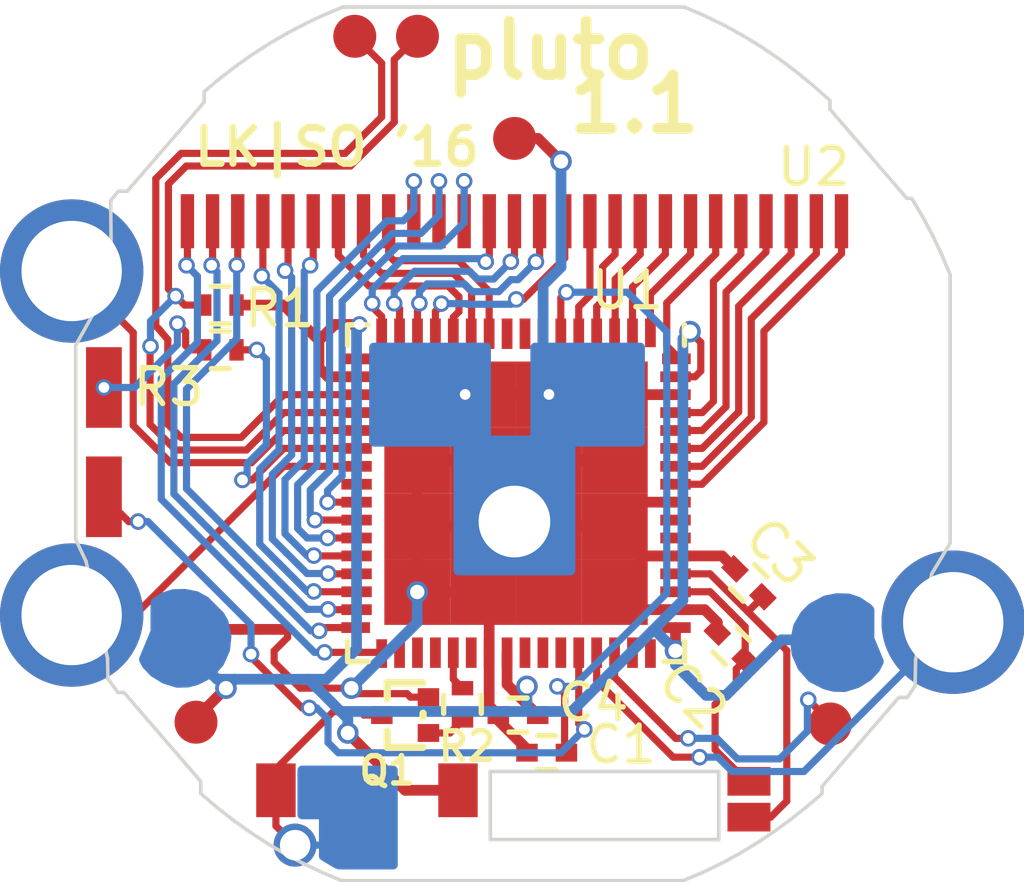
<source format=kicad_pcb>
(kicad_pcb (version 20171130) (host pcbnew "(5.1.4)-1")

  (general
    (thickness 0.5)
    (drawings 522)
    (tracks 565)
    (zones 0)
    (modules 31)
    (nets 60)
  )

  (page A4)
  (layers
    (0 F.Cu signal)
    (31 B.Cu signal)
    (32 B.Adhes user)
    (33 F.Adhes user)
    (34 B.Paste user)
    (35 F.Paste user)
    (36 B.SilkS user)
    (37 F.SilkS user)
    (38 B.Mask user)
    (39 F.Mask user)
    (40 Dwgs.User user)
    (41 Cmts.User user)
    (42 Eco1.User user)
    (43 Eco2.User user)
    (44 Edge.Cuts user)
    (45 Margin user)
    (46 B.CrtYd user)
    (47 F.CrtYd user)
    (48 B.Fab user)
    (49 F.Fab user hide)
  )

  (setup
    (last_trace_width 0.2)
    (user_trace_width 0.2)
    (user_trace_width 0.3)
    (trace_clearance 0.1524)
    (zone_clearance 0.2)
    (zone_45_only no)
    (trace_min 0.1524)
    (via_size 0.46)
    (via_drill 0.3)
    (via_min_size 0.46)
    (via_min_drill 0.3)
    (uvia_size 0.3)
    (uvia_drill 0.1)
    (uvias_allowed no)
    (uvia_min_size 0.2)
    (uvia_min_drill 0.1)
    (edge_width 0.2)
    (segment_width 0.2)
    (pcb_text_width 0.3)
    (pcb_text_size 1.5 1.5)
    (mod_edge_width 0.15)
    (mod_text_size 1 1)
    (mod_text_width 0.15)
    (pad_size 0.35 1.2)
    (pad_drill 0)
    (pad_to_mask_clearance 0.1)
    (solder_mask_min_width 0.1)
    (aux_axis_origin 58.26 131.31)
    (grid_origin 51.2555 102.891)
    (visible_elements 7FFEE77F)
    (pcbplotparams
      (layerselection 0x010f0_80000001)
      (usegerberextensions false)
      (usegerberattributes false)
      (usegerberadvancedattributes false)
      (creategerberjobfile false)
      (excludeedgelayer true)
      (linewidth 0.100000)
      (plotframeref false)
      (viasonmask false)
      (mode 1)
      (useauxorigin false)
      (hpglpennumber 1)
      (hpglpenspeed 20)
      (hpglpendiameter 15.000000)
      (psnegative false)
      (psa4output false)
      (plotreference true)
      (plotvalue true)
      (plotinvisibletext false)
      (padsonsilk false)
      (subtractmaskfromsilk false)
      (outputformat 1)
      (mirror false)
      (drillshape 0)
      (scaleselection 1)
      (outputdirectory "output/"))
  )

  (net 0 "")
  (net 1 "Net-(C1-Pad1)")
  (net 2 GND)
  (net 3 "Net-(P3-Pad1)")
  (net 4 "Net-(P4-Pad1)")
  (net 5 /LCD_SEG2)
  (net 6 /LCD_SEG1)
  (net 7 /LCD_SEG3)
  (net 8 /LCD_SEG4)
  (net 9 /LCD_SEG6)
  (net 10 /LCD_SEG5)
  (net 11 /LCD_COM3)
  (net 12 /LCD_COM2)
  (net 13 /LCD_COM1)
  (net 14 /LCD_SEG13)
  (net 15 /LCD_SEG12)
  (net 16 /LCD_SEG11)
  (net 17 /LCD_SEG10)
  (net 18 /LCD_SEG9)
  (net 19 /LCD_SEG8)
  (net 20 /LCD_SEG7)
  (net 21 /LCD_SEG18)
  (net 22 /LCD_SEG14)
  (net 23 /LCD_SEG15)
  (net 24 /LCD_SEG16)
  (net 25 /LCD_SEG17)
  (net 26 /LCD_SEG19)
  (net 27 /LCD_SEG24)
  (net 28 /LCD_SEG23)
  (net 29 /LCD_SEG22)
  (net 30 /LCD_SEG21)
  (net 31 /LCD_SEG20)
  (net 32 "Net-(Q1-Pad1)")
  (net 33 "Net-(R2-Pad1)")
  (net 34 /BUZ)
  (net 35 "Net-(U1-Pad7)")
  (net 36 "Net-(U1-Pad8)")
  (net 37 "Net-(U1-Pad9)")
  (net 38 "Net-(U1-Pad36)")
  (net 39 "Net-(U1-Pad38)")
  (net 40 "Net-(U1-Pad41)")
  (net 41 "Net-(U1-Pad42)")
  (net 42 "Net-(U1-Pad43)")
  (net 43 /IR)
  (net 44 "Net-(U1-Pad35)")
  (net 45 "Net-(P10-Pad1)")
  (net 46 /LED_1)
  (net 47 "Net-(P15-Pad1)")
  (net 48 VCC)
  (net 49 /INT1)
  (net 50 /SCL)
  (net 51 /SDA)
  (net 52 /Q-1)
  (net 53 /Q-2)
  (net 54 /MAG_PWR)
  (net 55 /B_LIGHT)
  (net 56 /B_MODE)
  (net 57 /B_ALARM)
  (net 58 /LED_2)
  (net 59 /IR_PWR)

  (net_class Default "This is the default net class."
    (clearance 0.1524)
    (trace_width 0.2)
    (via_dia 0.46)
    (via_drill 0.3)
    (uvia_dia 0.3)
    (uvia_drill 0.1)
    (add_net /BUZ)
    (add_net /B_ALARM)
    (add_net /B_LIGHT)
    (add_net /B_MODE)
    (add_net /INT1)
    (add_net /IR)
    (add_net /IR_PWR)
    (add_net /LCD_COM1)
    (add_net /LCD_COM2)
    (add_net /LCD_COM3)
    (add_net /LCD_SEG1)
    (add_net /LCD_SEG10)
    (add_net /LCD_SEG11)
    (add_net /LCD_SEG12)
    (add_net /LCD_SEG13)
    (add_net /LCD_SEG14)
    (add_net /LCD_SEG15)
    (add_net /LCD_SEG16)
    (add_net /LCD_SEG17)
    (add_net /LCD_SEG18)
    (add_net /LCD_SEG19)
    (add_net /LCD_SEG2)
    (add_net /LCD_SEG20)
    (add_net /LCD_SEG21)
    (add_net /LCD_SEG22)
    (add_net /LCD_SEG23)
    (add_net /LCD_SEG24)
    (add_net /LCD_SEG3)
    (add_net /LCD_SEG4)
    (add_net /LCD_SEG5)
    (add_net /LCD_SEG6)
    (add_net /LCD_SEG7)
    (add_net /LCD_SEG8)
    (add_net /LCD_SEG9)
    (add_net /LED_1)
    (add_net /LED_2)
    (add_net /MAG_PWR)
    (add_net /Q-1)
    (add_net /Q-2)
    (add_net /SCL)
    (add_net /SDA)
    (add_net "Net-(C1-Pad1)")
    (add_net "Net-(P10-Pad1)")
    (add_net "Net-(P15-Pad1)")
    (add_net "Net-(P3-Pad1)")
    (add_net "Net-(P4-Pad1)")
    (add_net "Net-(Q1-Pad1)")
    (add_net "Net-(R2-Pad1)")
    (add_net "Net-(U1-Pad35)")
    (add_net "Net-(U1-Pad36)")
    (add_net "Net-(U1-Pad38)")
    (add_net "Net-(U1-Pad41)")
    (add_net "Net-(U1-Pad42)")
    (add_net "Net-(U1-Pad43)")
    (add_net "Net-(U1-Pad7)")
    (add_net "Net-(U1-Pad8)")
    (add_net "Net-(U1-Pad9)")
  )

  (net_class PWR ""
    (clearance 0.1524)
    (trace_width 0.3)
    (via_dia 0.6)
    (via_drill 0.4)
    (uvia_dia 0.3)
    (uvia_drill 0.1)
    (add_net GND)
    (add_net VCC)
  )

  (module Connect:1pin (layer F.Cu) (tedit 56FD7603) (tstamp 56E9186D)
    (at 65.782 95.646)
    (descr "module 1 pin (ou trou mecanique de percage)")
    (tags DEV)
    (fp_text reference MH1 (at 0 -3.048) (layer F.SilkS) hide
      (effects (font (size 1 1) (thickness 0.15)))
    )
    (fp_text value 1pin (at 0 2.794) (layer F.Fab)
      (effects (font (size 1 1) (thickness 0.15)))
    )
    (pad "" np_thru_hole circle (at 0 0) (size 1.1 1.1) (drill 1.1) (layers *.Cu *.Mask)
      (clearance 0.2))
  )

  (module f-91w:SOT416 (layer F.Cu) (tedit 570BA954) (tstamp 56EC9A9B)
    (at 54.9055 104.691 180)
    (path /56EDF910)
    (solder_mask_margin 0.0762)
    (solder_paste_margin -0.0254)
    (attr smd)
    (fp_text reference Q1 (at 0.5 -1.55 180) (layer F.SilkS)
      (effects (font (size 0.762 0.762) (thickness 0.1524)))
    )
    (fp_text value BC846 (at 1.5 -1.8 180) (layer F.SilkS) hide
      (effects (font (size 0.762 0.762) (thickness 0.1524)))
    )
    (fp_line (start 0.5 0.9) (end -0.5 0.9) (layer F.SilkS) (width 0.2032))
    (fp_line (start -0.5 0.05) (end -0.5 -0.051314) (layer F.SilkS) (width 0.2032))
    (fp_line (start -0.5 -0.9) (end 0.5 -0.9) (layer F.SilkS) (width 0.2032))
    (fp_line (start 0.5 -0.9) (end 0.5 -0.45) (layer F.SilkS) (width 0.2032))
    (fp_line (start 0.5 0.45) (end 0.5 0.9) (layer F.SilkS) (width 0.2032))
    (pad 1 smd rect (at -0.65 -0.5 90) (size 0.5 0.6) (layers F.Cu F.Paste F.Mask)
      (net 32 "Net-(Q1-Pad1)"))
    (pad 2 smd rect (at -0.65 0.5 90) (size 0.5 0.6) (layers F.Cu F.Paste F.Mask)
      (net 2 GND))
    (pad 3 smd rect (at 0.65 0 90) (size 0.5 0.6) (layers F.Cu F.Paste F.Mask)
      (net 34 /BUZ))
  )

  (module Connect:1pin (layer F.Cu) (tedit 56FD7599) (tstamp 56E99FBF)
    (at 64.555 104.886)
    (descr "module 1 pin (ou trou mecanique de percage)")
    (tags DEV)
    (fp_text reference MH5 (at 4.945 1.364) (layer F.SilkS) hide
      (effects (font (size 1 1) (thickness 0.15)))
    )
    (fp_text value 1pin (at 0 2.794) (layer F.Fab)
      (effects (font (size 1 1) (thickness 0.15)))
    )
    (pad "" np_thru_hole circle (at 0 0) (size 1.3 1.3) (drill 1.3) (layers *.Cu *.Mask))
  )

  (module Connect:1pin (layer F.Cu) (tedit 56FD75F6) (tstamp 56FD1E26)
    (at 55.65 108.37)
    (descr "module 1 pin (ou trou mecanique de percage)")
    (tags DEV)
    (fp_text reference MH7 (at 0.1 2.13) (layer F.SilkS) hide
      (effects (font (size 1 1) (thickness 0.15)))
    )
    (fp_text value 1pin (at 0 2.794) (layer F.Fab)
      (effects (font (size 1 1) (thickness 0.15)))
    )
    (pad "" np_thru_hole circle (at 0 0) (size 0.85 0.85) (drill 0.85) (layers *.Cu *.Mask))
  )

  (module Connect:1pin (layer F.Cu) (tedit 56FD75A4) (tstamp 56E99FD5)
    (at 50.754 104.846)
    (descr "module 1 pin (ou trou mecanique de percage)")
    (tags DEV)
    (fp_text reference MH6 (at -9.004 -3.096) (layer F.SilkS) hide
      (effects (font (size 1 1) (thickness 0.15)))
    )
    (fp_text value 1pin (at 0 2.794) (layer F.Fab)
      (effects (font (size 1 1) (thickness 0.15)))
    )
    (pad "" np_thru_hole circle (at 0 0) (size 1.3 1.3) (drill 1.3) (layers *.Cu *.Mask))
  )

  (module Connect:1pin (layer F.Cu) (tedit 56FD7609) (tstamp 56E91897)
    (at 50.01 95.93)
    (descr "module 1 pin (ou trou mecanique de percage)")
    (tags DEV)
    (fp_text reference MH2 (at -7.51 -7.43) (layer F.SilkS) hide
      (effects (font (size 1 1) (thickness 0.15)))
    )
    (fp_text value 1pin (at 0 2.794) (layer F.Fab)
      (effects (font (size 1 1) (thickness 0.15)))
    )
    (pad "" np_thru_hole circle (at 0 0) (size 1.1 1.1) (drill 1.1) (layers *.Cu *.Mask)
      (clearance 0.2))
  )

  (module Connect:1pin (layer F.Cu) (tedit 56FD75AD) (tstamp 56E99F92)
    (at 51.448 87.25)
    (descr "module 1 pin (ou trou mecanique de percage)")
    (tags DEV)
    (fp_text reference MH3 (at 0 -3.048) (layer F.SilkS) hide
      (effects (font (size 1 1) (thickness 0.15)))
    )
    (fp_text value 1pin (at 0 2.794) (layer F.Fab)
      (effects (font (size 1 1) (thickness 0.15)))
    )
    (pad "" np_thru_hole circle (at 0 0) (size 1.3 1.3) (drill 1.3) (layers *.Cu *.Mask))
  )

  (module Connect:1pin (layer F.Cu) (tedit 56FD75B4) (tstamp 56E99FAF)
    (at 64.422 87.319)
    (descr "module 1 pin (ou trou mecanique de percage)")
    (tags DEV)
    (fp_text reference MH4 (at 0 -3.048) (layer F.SilkS) hide
      (effects (font (size 1 1) (thickness 0.15)))
    )
    (fp_text value 1pin (at 0 2.794) (layer F.Fab)
      (effects (font (size 1 1) (thickness 0.15)))
    )
    (pad "" np_thru_hole circle (at 0 0) (size 1.3 1.3) (drill 1.3) (layers *.Cu *.Mask))
  )

  (module Resistors_SMD:R_0402 (layer F.Cu) (tedit 57052FE6) (tstamp 56E8D512)
    (at 49.75 93.25 180)
    (descr "Resistor SMD 0402, reflow soldering, Vishay (see dcrcw.pdf)")
    (tags "resistor 0402")
    (path /56E8A86F)
    (attr smd)
    (fp_text reference R1 (at -1.6555 -0.091 180) (layer F.SilkS)
      (effects (font (size 1 1) (thickness 0.15)))
    )
    (fp_text value 10k (at 0 1.8 180) (layer F.Fab)
      (effects (font (size 1 1) (thickness 0.15)))
    )
    (fp_line (start -0.95 -0.65) (end 0.95 -0.65) (layer F.CrtYd) (width 0.05))
    (fp_line (start -0.95 0.65) (end 0.95 0.65) (layer F.CrtYd) (width 0.05))
    (fp_line (start -0.95 -0.65) (end -0.95 0.65) (layer F.CrtYd) (width 0.05))
    (fp_line (start 0.95 -0.65) (end 0.95 0.65) (layer F.CrtYd) (width 0.05))
    (fp_line (start 0.25 -0.525) (end -0.25 -0.525) (layer F.SilkS) (width 0.15))
    (fp_line (start -0.25 0.525) (end 0.25 0.525) (layer F.SilkS) (width 0.15))
    (pad 1 smd rect (at -0.45 0 180) (size 0.4 0.6) (layers F.Cu F.Paste F.Mask)
      (net 48 VCC))
    (pad 2 smd rect (at 0.45 0 180) (size 0.4 0.6) (layers F.Cu F.Paste F.Mask)
      (net 4 "Net-(P4-Pad1)"))
    (model Resistors_SMD.3dshapes/R_0402.wrl
      (at (xyz 0 0 0))
      (scale (xyz 1 1 1))
      (rotate (xyz 0 0 0))
    )
  )

  (module f-91w:LCD-F-91W (layer F.Cu) (tedit 57052C1C) (tstamp 56E8A49E)
    (at 57.25 93.34)
    (path /56E8A641)
    (solder_mask_margin 0.2)
    (attr virtual)
    (fp_text reference U2 (at 9.0555 -3.949) (layer F.SilkS)
      (effects (font (size 1 1) (thickness 0.15)))
    )
    (fp_text value LCD-F-91W (at 0 -0.5) (layer F.Fab)
      (effects (font (size 1 1) (thickness 0.15)))
    )
    (pad 27 smd rect (at 9.832 -2.43) (size 0.373 1.509) (layers F.Cu F.Paste F.Mask)
      (net 27 /LCD_SEG24))
    (pad 26 smd rect (at 9.13 -2.43) (size 0.373 1.509) (layers F.Cu F.Paste F.Mask)
      (net 28 /LCD_SEG23))
    (pad 25 smd rect (at 8.428 -2.43) (size 0.373 1.509) (layers F.Cu F.Paste F.Mask)
      (net 29 /LCD_SEG22))
    (pad 24 smd rect (at 7.726 -2.43) (size 0.373 1.509) (layers F.Cu F.Paste F.Mask)
      (net 30 /LCD_SEG21))
    (pad 23 smd rect (at 7.024 -2.43) (size 0.373 1.509) (layers F.Cu F.Paste F.Mask)
      (net 31 /LCD_SEG20))
    (pad 22 smd rect (at 6.322 -2.43) (size 0.373 1.509) (layers F.Cu F.Paste F.Mask)
      (net 26 /LCD_SEG19))
    (pad 21 smd rect (at 5.62 -2.43) (size 0.373 1.509) (layers F.Cu F.Paste F.Mask)
      (net 21 /LCD_SEG18))
    (pad 20 smd rect (at 4.918 -2.43) (size 0.373 1.509) (layers F.Cu F.Paste F.Mask)
      (net 25 /LCD_SEG17))
    (pad 19 smd rect (at 4.216 -2.43) (size 0.373 1.509) (layers F.Cu F.Paste F.Mask)
      (net 24 /LCD_SEG16))
    (pad 18 smd rect (at 3.514 -2.43) (size 0.373 1.509) (layers F.Cu F.Paste F.Mask)
      (net 23 /LCD_SEG15))
    (pad 17 smd rect (at 2.812 -2.43) (size 0.373 1.509) (layers F.Cu F.Paste F.Mask)
      (net 22 /LCD_SEG14))
    (pad 16 smd rect (at 2.11 -2.43) (size 0.373 1.509) (layers F.Cu F.Paste F.Mask)
      (net 14 /LCD_SEG13))
    (pad 15 smd rect (at 1.408 -2.43) (size 0.373 1.509) (layers F.Cu F.Paste F.Mask)
      (net 15 /LCD_SEG12))
    (pad 14 smd rect (at 0.706 -2.43) (size 0.373 1.509) (layers F.Cu F.Paste F.Mask)
      (net 16 /LCD_SEG11))
    (pad 13 smd rect (at 0.004 -2.43) (size 0.373 1.509) (layers F.Cu F.Paste F.Mask)
      (net 17 /LCD_SEG10))
    (pad 12 smd rect (at -0.698 -2.43) (size 0.373 1.509) (layers F.Cu F.Paste F.Mask)
      (net 18 /LCD_SEG9))
    (pad 11 smd rect (at -1.4 -2.43) (size 0.373 1.509) (layers F.Cu F.Paste F.Mask)
      (net 19 /LCD_SEG8))
    (pad 10 smd rect (at -2.102 -2.43) (size 0.373 1.509) (layers F.Cu F.Paste F.Mask)
      (net 20 /LCD_SEG7))
    (pad 9 smd rect (at -2.804 -2.43) (size 0.373 1.509) (layers F.Cu F.Paste F.Mask)
      (net 11 /LCD_COM3))
    (pad 8 smd rect (at -3.506 -2.43) (size 0.373 1.509) (layers F.Cu F.Paste F.Mask)
      (net 12 /LCD_COM2))
    (pad 7 smd rect (at -4.208 -2.43) (size 0.373 1.509) (layers F.Cu F.Paste F.Mask)
      (net 13 /LCD_COM1))
    (pad 6 smd rect (at -4.91 -2.43) (size 0.373 1.509) (layers F.Cu F.Paste F.Mask)
      (net 9 /LCD_SEG6))
    (pad 5 smd rect (at -5.612 -2.43) (size 0.373 1.509) (layers F.Cu F.Paste F.Mask)
      (net 10 /LCD_SEG5))
    (pad 4 smd rect (at -6.314 -2.43) (size 0.373 1.509) (layers F.Cu F.Paste F.Mask)
      (net 8 /LCD_SEG4))
    (pad 3 smd rect (at -7.016 -2.43) (size 0.373 1.509) (layers F.Cu F.Paste F.Mask)
      (net 7 /LCD_SEG3))
    (pad 2 smd rect (at -7.718 -2.43) (size 0.373 1.509) (layers F.Cu F.Paste F.Mask)
      (net 5 /LCD_SEG2))
    (pad 1 smd rect (at -8.42 -2.43) (size 0.373 1.509) (layers F.Cu F.Paste F.Mask)
      (net 6 /LCD_SEG1))
  )

  (module Capacitors_SMD:C_0402 (layer F.Cu) (tedit 570B6661) (tstamp 56EC9D1A)
    (at 64.0055 102.766 135)
    (descr "Capacitor SMD 0402, reflow soldering, AVX (see smccp.pdf)")
    (tags "capacitor 0402")
    (path /56EE32A7)
    (attr smd)
    (fp_text reference C2 (at -0.212132 -1.732412 135) (layer F.SilkS)
      (effects (font (size 1 1) (thickness 0.15)))
    )
    (fp_text value 22p (at 0 1.7 135) (layer F.Fab)
      (effects (font (size 1 1) (thickness 0.15)))
    )
    (fp_line (start -1.15 -0.6) (end 1.15 -0.6) (layer F.CrtYd) (width 0.05))
    (fp_line (start -1.15 0.6) (end 1.15 0.6) (layer F.CrtYd) (width 0.05))
    (fp_line (start -1.15 -0.6) (end -1.15 0.6) (layer F.CrtYd) (width 0.05))
    (fp_line (start 1.15 -0.6) (end 1.15 0.6) (layer F.CrtYd) (width 0.05))
    (fp_line (start 0.25 -0.475) (end -0.25 -0.475) (layer F.SilkS) (width 0.15))
    (fp_line (start -0.25 0.475) (end 0.25 0.475) (layer F.SilkS) (width 0.15))
    (pad 1 smd rect (at -0.55 0 135) (size 0.6 0.5) (layers F.Cu F.Paste F.Mask)
      (net 52 /Q-1))
    (pad 2 smd rect (at 0.55 0 135) (size 0.6 0.5) (layers F.Cu F.Paste F.Mask)
      (net 2 GND))
    (model Capacitors_SMD.3dshapes/C_0402.wrl
      (at (xyz 0 0 0))
      (scale (xyz 1 1 1))
      (rotate (xyz 0 0 0))
    )
  )

  (module Capacitors_SMD:C_0402 (layer F.Cu) (tedit 570500FA) (tstamp 56E9D426)
    (at 58.8555 105.741 180)
    (descr "Capacitor SMD 0402, reflow soldering, AVX (see smccp.pdf)")
    (tags "capacitor 0402")
    (path /56E9D6D2)
    (attr smd)
    (fp_text reference C1 (at -2.075 0.225 180) (layer F.SilkS)
      (effects (font (size 1 1) (thickness 0.15)))
    )
    (fp_text value 4.7u (at 0 1.7 180) (layer F.Fab)
      (effects (font (size 1 1) (thickness 0.15)))
    )
    (fp_line (start -1.15 -0.6) (end 1.15 -0.6) (layer F.CrtYd) (width 0.05))
    (fp_line (start -1.15 0.6) (end 1.15 0.6) (layer F.CrtYd) (width 0.05))
    (fp_line (start -1.15 -0.6) (end -1.15 0.6) (layer F.CrtYd) (width 0.05))
    (fp_line (start 1.15 -0.6) (end 1.15 0.6) (layer F.CrtYd) (width 0.05))
    (fp_line (start 0.25 -0.475) (end -0.25 -0.475) (layer F.SilkS) (width 0.15))
    (fp_line (start -0.25 0.475) (end 0.25 0.475) (layer F.SilkS) (width 0.15))
    (pad 1 smd rect (at -0.55 0 180) (size 0.6 0.5) (layers F.Cu F.Paste F.Mask)
      (net 1 "Net-(C1-Pad1)"))
    (pad 2 smd rect (at 0.55 0 180) (size 0.6 0.5) (layers F.Cu F.Paste F.Mask)
      (net 2 GND))
    (model Capacitors_SMD.3dshapes/C_0402.wrl
      (at (xyz 0 0 0))
      (scale (xyz 1 1 1))
      (rotate (xyz 0 0 0))
    )
  )

  (module Housings_DFN_QFN:QFN-64-1EP_9x9mm_Pitch0.5mm (layer F.Cu) (tedit 570B9EAA) (tstamp 56E8D305)
    (at 58 98.5 270)
    (descr "64-Lead Plastic Quad Flat, No Lead Package (MR) - 9x9x0.9 mm Body [QFN]; (see Microchip Packaging Specification 00000049BS.pdf)")
    (tags "QFN 0.5")
    (path /56E8AF3B)
    (attr smd)
    (fp_text reference U1 (at -5.659 -3.1055) (layer F.SilkS)
      (effects (font (size 1 1) (thickness 0.15)))
    )
    (fp_text value MSP430FR6972 (at 0 5.875 270) (layer F.Fab)
      (effects (font (size 1 1) (thickness 0.15)))
    )
    (fp_line (start 4.7 -4.7) (end 4.125 -4.7) (layer F.SilkS) (width 0.15))
    (fp_line (start 4.7 4.7) (end 4.125 4.7) (layer F.SilkS) (width 0.15))
    (fp_line (start -4.7 4.7) (end -4.125 4.7) (layer F.SilkS) (width 0.15))
    (fp_line (start -4.7 -4.7) (end -4.125 -4.7) (layer F.SilkS) (width 0.15))
    (fp_line (start 4.7 4.7) (end 4.7 4.125) (layer F.SilkS) (width 0.15))
    (fp_line (start -4.7 4.7) (end -4.7 4.125) (layer F.SilkS) (width 0.15))
    (fp_line (start 4.7 -4.7) (end 4.7 -4.125) (layer F.SilkS) (width 0.15))
    (fp_line (start -5.15 5.15) (end 5.15 5.15) (layer F.CrtYd) (width 0.05))
    (fp_line (start -5.15 -5.15) (end 5.15 -5.15) (layer F.CrtYd) (width 0.05))
    (fp_line (start 5.15 -5.15) (end 5.15 5.15) (layer F.CrtYd) (width 0.05))
    (fp_line (start -5.15 -5.15) (end -5.15 5.15) (layer F.CrtYd) (width 0.05))
    (pad 65 smd rect (at -2.75625 -2.75625 270) (size 1.8375 1.8375) (layers F.Cu F.Paste F.Mask)
      (net 2 GND) (solder_paste_margin_ratio -0.2))
    (pad 65 smd rect (at -2.75625 -0.91875 270) (size 1.8375 1.8375) (layers F.Cu F.Paste F.Mask)
      (net 2 GND) (solder_paste_margin_ratio -0.2))
    (pad 65 smd rect (at -2.75625 0.91875 270) (size 1.8375 1.8375) (layers F.Cu F.Paste F.Mask)
      (net 2 GND) (solder_paste_margin_ratio -0.2))
    (pad 65 smd rect (at -2.75625 2.75625 270) (size 1.8375 1.8375) (layers F.Cu F.Paste F.Mask)
      (net 2 GND) (solder_paste_margin_ratio -0.2))
    (pad 65 smd rect (at -0.91875 -2.75625 270) (size 1.8375 1.8375) (layers F.Cu F.Paste F.Mask)
      (net 2 GND) (solder_paste_margin_ratio -0.2))
    (pad 65 smd rect (at -0.91875 -0.91875 270) (size 1.8375 1.8375) (layers F.Cu F.Paste F.Mask)
      (net 2 GND) (solder_paste_margin_ratio -0.2))
    (pad 65 smd rect (at -0.91875 0.91875 270) (size 1.8375 1.8375) (layers F.Cu F.Paste F.Mask)
      (net 2 GND) (solder_paste_margin_ratio -0.2))
    (pad 65 smd rect (at -0.91875 2.75625 270) (size 1.8375 1.8375) (layers F.Cu F.Paste F.Mask)
      (net 2 GND) (solder_paste_margin_ratio -0.2))
    (pad 65 smd rect (at 0.91875 -2.75625 270) (size 1.8375 1.8375) (layers F.Cu F.Paste F.Mask)
      (net 2 GND) (solder_paste_margin_ratio -0.2))
    (pad 65 smd rect (at 0.91875 -0.91875 270) (size 1.8375 1.8375) (layers F.Cu F.Paste F.Mask)
      (net 2 GND) (solder_paste_margin_ratio -0.2))
    (pad 65 smd rect (at 0.91875 0.91875 270) (size 1.8375 1.8375) (layers F.Cu F.Paste F.Mask)
      (net 2 GND) (solder_paste_margin_ratio -0.2))
    (pad 65 smd rect (at 0.91875 2.75625 270) (size 1.8375 1.8375) (layers F.Cu F.Paste F.Mask)
      (net 2 GND) (solder_paste_margin_ratio -0.2))
    (pad 65 smd rect (at 2.75625 -2.75625 270) (size 1.8375 1.8375) (layers F.Cu F.Paste F.Mask)
      (net 2 GND) (solder_paste_margin_ratio -0.2))
    (pad 65 smd rect (at 2.75625 -0.91875 270) (size 1.8375 1.8375) (layers F.Cu F.Paste F.Mask)
      (net 2 GND) (solder_paste_margin_ratio -0.2))
    (pad 65 smd rect (at 2.75625 0.91875 270) (size 1.8375 1.8375) (layers F.Cu F.Paste F.Mask)
      (net 2 GND) (solder_paste_margin_ratio -0.2))
    (pad 65 smd rect (at 2.75625 2.75625 270) (size 1.8375 1.8375) (layers F.Cu F.Paste F.Mask)
      (net 2 GND) (solder_paste_margin_ratio -0.2))
    (pad 64 smd rect (at -3.75 -4.475) (size 0.8 0.3) (layers F.Cu F.Paste F.Mask)
      (net 26 /LCD_SEG19))
    (pad 63 smd rect (at -3.25 -4.45) (size 0.85 0.3) (layers F.Cu F.Paste F.Mask)
      (net 48 VCC))
    (pad 62 smd rect (at -2.75 -4.45) (size 0.85 0.3) (layers F.Cu F.Paste F.Mask)
      (net 2 GND))
    (pad 61 smd rect (at -2.25 -4.45) (size 0.85 0.3) (layers F.Cu F.Paste F.Mask)
      (net 31 /LCD_SEG20))
    (pad 60 smd rect (at -1.75 -4.45) (size 0.85 0.3) (layers F.Cu F.Paste F.Mask)
      (net 30 /LCD_SEG21))
    (pad 59 smd rect (at -1.25 -4.45) (size 0.85 0.3) (layers F.Cu F.Paste F.Mask)
      (net 29 /LCD_SEG22))
    (pad 58 smd rect (at -0.75 -4.45) (size 0.85 0.3) (layers F.Cu F.Paste F.Mask)
      (net 28 /LCD_SEG23))
    (pad 57 smd rect (at -0.25 -4.45) (size 0.85 0.3) (layers F.Cu F.Paste F.Mask)
      (net 27 /LCD_SEG24))
    (pad 56 smd rect (at 0.25 -4.45) (size 0.85 0.3) (layers F.Cu F.Paste F.Mask)
      (net 2 GND))
    (pad 55 smd rect (at 0.75 -4.45) (size 0.85 0.3) (layers F.Cu F.Paste F.Mask)
      (net 49 /INT1))
    (pad 54 smd rect (at 1.25 -4.45) (size 0.85 0.3) (layers F.Cu F.Paste F.Mask)
      (net 54 /MAG_PWR))
    (pad 53 smd rect (at 1.75 -4.45) (size 0.85 0.3) (layers F.Cu F.Paste F.Mask)
      (net 2 GND))
    (pad 52 smd rect (at 2.25 -4.45) (size 0.85 0.3) (layers F.Cu F.Paste F.Mask)
      (net 53 /Q-2))
    (pad 51 smd rect (at 2.75 -4.45) (size 0.85 0.3) (layers F.Cu F.Paste F.Mask)
      (net 52 /Q-1))
    (pad 50 smd rect (at 3.25 -4.45) (size 0.85 0.3) (layers F.Cu F.Paste F.Mask)
      (net 2 GND))
    (pad 49 smd rect (at 3.75 -4.475) (size 0.8 0.3) (layers F.Cu F.Paste F.Mask)
      (net 48 VCC))
    (pad 48 smd rect (at 4.475 -3.75 270) (size 0.8 0.3) (layers F.Cu F.Paste F.Mask)
      (net 50 /SCL))
    (pad 47 smd rect (at 4.45 -3.25 270) (size 0.85 0.3) (layers F.Cu F.Paste F.Mask)
      (net 51 /SDA))
    (pad 46 smd rect (at 4.45 -2.75 270) (size 0.85 0.3) (layers F.Cu F.Paste F.Mask)
      (net 47 "Net-(P15-Pad1)"))
    (pad 45 smd rect (at 4.45 -2.25 270) (size 0.85 0.3) (layers F.Cu F.Paste F.Mask)
      (net 57 /B_ALARM))
    (pad 44 smd rect (at 4.45 -1.75 270) (size 0.85 0.3) (layers F.Cu F.Paste F.Mask)
      (net 46 /LED_1))
    (pad 43 smd rect (at 4.45 -1.25 270) (size 0.85 0.3) (layers F.Cu F.Paste F.Mask)
      (net 42 "Net-(U1-Pad43)"))
    (pad 42 smd rect (at 4.45 -0.75 270) (size 0.85 0.3) (layers F.Cu F.Paste F.Mask)
      (net 41 "Net-(U1-Pad42)"))
    (pad 41 smd rect (at 4.45 -0.25 270) (size 0.85 0.3) (layers F.Cu F.Paste F.Mask)
      (net 40 "Net-(U1-Pad41)"))
    (pad 40 smd rect (at 4.45 0.25 270) (size 0.85 0.3) (layers F.Cu F.Paste F.Mask)
      (net 48 VCC))
    (pad 39 smd rect (at 4.45 0.75 270) (size 0.85 0.3) (layers F.Cu F.Paste F.Mask)
      (net 2 GND))
    (pad 38 smd rect (at 4.45 1.25 270) (size 0.85 0.3) (layers F.Cu F.Paste F.Mask)
      (net 39 "Net-(U1-Pad38)"))
    (pad 37 smd rect (at 4.45 1.75 270) (size 0.85 0.3) (layers F.Cu F.Paste F.Mask)
      (net 33 "Net-(R2-Pad1)"))
    (pad 36 smd rect (at 4.45 2.25 270) (size 0.85 0.3) (layers F.Cu F.Paste F.Mask)
      (net 38 "Net-(U1-Pad36)"))
    (pad 35 smd rect (at 4.45 2.75 270) (size 0.85 0.3) (layers F.Cu F.Paste F.Mask)
      (net 44 "Net-(U1-Pad35)"))
    (pad 34 smd rect (at 4.45 3.25 270) (size 0.85 0.3) (layers F.Cu F.Paste F.Mask)
      (net 59 /IR_PWR))
    (pad 33 smd rect (at 4.475 3.75 270) (size 0.8 0.3) (layers F.Cu F.Paste F.Mask)
      (net 6 /LCD_SEG1))
    (pad 32 smd rect (at 3.75 4.475) (size 0.8 0.3) (layers F.Cu F.Paste F.Mask)
      (net 5 /LCD_SEG2))
    (pad 31 smd rect (at 3.25 4.45) (size 0.85 0.3) (layers F.Cu F.Paste F.Mask)
      (net 7 /LCD_SEG3))
    (pad 30 smd rect (at 2.75 4.45) (size 0.85 0.3) (layers F.Cu F.Paste F.Mask)
      (net 8 /LCD_SEG4))
    (pad 29 smd rect (at 2.25 4.45) (size 0.85 0.3) (layers F.Cu F.Paste F.Mask)
      (net 10 /LCD_SEG5))
    (pad 28 smd rect (at 1.75 4.45) (size 0.85 0.3) (layers F.Cu F.Paste F.Mask)
      (net 9 /LCD_SEG6))
    (pad 27 smd rect (at 1.25 4.45) (size 0.85 0.3) (layers F.Cu F.Paste F.Mask)
      (net 20 /LCD_SEG7))
    (pad 26 smd rect (at 0.75 4.45) (size 0.85 0.3) (layers F.Cu F.Paste F.Mask)
      (net 19 /LCD_SEG8))
    (pad 25 smd rect (at 0.25 4.45) (size 0.85 0.3) (layers F.Cu F.Paste F.Mask)
      (net 18 /LCD_SEG9))
    (pad 24 smd rect (at -0.25 4.45) (size 0.85 0.3) (layers F.Cu F.Paste F.Mask)
      (net 43 /IR))
    (pad 23 smd rect (at -0.75 4.45) (size 0.85 0.3) (layers F.Cu F.Paste F.Mask)
      (net 56 /B_MODE))
    (pad 22 smd rect (at -1.25 4.45) (size 0.85 0.3) (layers F.Cu F.Paste F.Mask)
      (net 58 /LED_2))
    (pad 21 smd rect (at -1.75 4.45) (size 0.85 0.3) (layers F.Cu F.Paste F.Mask)
      (net 55 /B_LIGHT))
    (pad 20 smd rect (at -2.25 4.45) (size 0.85 0.3) (layers F.Cu F.Paste F.Mask)
      (net 4 "Net-(P4-Pad1)"))
    (pad 19 smd rect (at -2.75 4.45) (size 0.85 0.3) (layers F.Cu F.Paste F.Mask)
      (net 3 "Net-(P3-Pad1)"))
    (pad 18 smd rect (at -3.25 4.45) (size 0.85 0.3) (layers F.Cu F.Paste F.Mask)
      (net 48 VCC))
    (pad 17 smd rect (at -3.75 4.475) (size 0.8 0.3) (layers F.Cu F.Paste F.Mask)
      (net 2 GND))
    (pad 16 smd rect (at -4.475 3.75 270) (size 0.8 0.3) (layers F.Cu F.Paste F.Mask)
      (net 17 /LCD_SEG10))
    (pad 15 smd rect (at -4.45 3.25 270) (size 0.85 0.3) (layers F.Cu F.Paste F.Mask)
      (net 16 /LCD_SEG11))
    (pad 14 smd rect (at -4.45 2.75 270) (size 0.85 0.3) (layers F.Cu F.Paste F.Mask)
      (net 15 /LCD_SEG12))
    (pad 13 smd rect (at -4.45 2.25 270) (size 0.85 0.3) (layers F.Cu F.Paste F.Mask)
      (net 14 /LCD_SEG13))
    (pad 12 smd rect (at -4.45 1.75 270) (size 0.85 0.3) (layers F.Cu F.Paste F.Mask)
      (net 13 /LCD_COM1))
    (pad 11 smd rect (at -4.45 1.25 270) (size 0.85 0.3) (layers F.Cu F.Paste F.Mask)
      (net 12 /LCD_COM2))
    (pad 10 smd rect (at -4.45 0.75 270) (size 0.85 0.3) (layers F.Cu F.Paste F.Mask)
      (net 11 /LCD_COM3))
    (pad 9 smd rect (at -4.45 0.25 270) (size 0.85 0.3) (layers F.Cu F.Paste F.Mask)
      (net 37 "Net-(U1-Pad9)"))
    (pad 8 smd rect (at -4.45 -0.25 270) (size 0.85 0.3) (layers F.Cu F.Paste F.Mask)
      (net 36 "Net-(U1-Pad8)"))
    (pad 7 smd rect (at -4.45 -0.75 270) (size 0.85 0.3) (layers F.Cu F.Paste F.Mask)
      (net 35 "Net-(U1-Pad7)"))
    (pad 6 smd rect (at -4.45 -1.25 270) (size 0.85 0.3) (layers F.Cu F.Paste F.Mask)
      (net 1 "Net-(C1-Pad1)"))
    (pad 5 smd rect (at -4.45 -1.75 270) (size 0.85 0.3) (layers F.Cu F.Paste F.Mask)
      (net 22 /LCD_SEG14))
    (pad 4 smd rect (at -4.45 -2.25 270) (size 0.85 0.3) (layers F.Cu F.Paste F.Mask)
      (net 23 /LCD_SEG15))
    (pad 3 smd rect (at -4.45 -2.75 270) (size 0.85 0.3) (layers F.Cu F.Paste F.Mask)
      (net 24 /LCD_SEG16))
    (pad 2 smd rect (at -4.45 -3.25 270) (size 0.85 0.3) (layers F.Cu F.Paste F.Mask)
      (net 25 /LCD_SEG17))
    (pad 1 smd rect (at -4.475 -3.75 270) (size 0.8 0.3) (layers F.Cu F.Paste F.Mask)
      (net 21 /LCD_SEG18))
    (model Housings_DFN_QFN.3dshapes/QFN-64-1EP_9x9mm_Pitch0.5mm.wrl
      (at (xyz 0 0 0))
      (scale (xyz 1 1 1))
      (rotate (xyz 0 0 0))
    )
  )

  (module Connect:1pin (layer F.Cu) (tedit 56FD761B) (tstamp 56EB52F4)
    (at 70.2 102.1)
    (descr "module 1 pin (ou trou mecanique de percage)")
    (tags DEV)
    (path /56EB65DE)
    (fp_text reference P7 (at 1.55 -3.048) (layer F.SilkS) hide
      (effects (font (size 1 1) (thickness 0.15)))
    )
    (fp_text value CONN_01X01 (at 0 2.794) (layer F.Fab)
      (effects (font (size 1 1) (thickness 0.15)))
    )
    (pad 1 thru_hole circle (at 0 0) (size 4 4) (drill 2.8) (layers *.Cu F.Mask)
      (net 57 /B_ALARM))
  )

  (module Connect:1pin (layer F.Cu) (tedit 56FD7263) (tstamp 56FD2563)
    (at 66.77 104.94)
    (descr "module 1 pin (ou trou mecanique de percage)")
    (tags DEV)
    (path /56FD41E4)
    (fp_text reference P15 (at 2.98 0.06) (layer F.SilkS) hide
      (effects (font (size 1 1) (thickness 0.15)))
    )
    (fp_text value CONN_01X01 (at 0 2.794) (layer F.Fab)
      (effects (font (size 1 1) (thickness 0.15)))
    )
    (pad 1 smd circle (at 0 0) (size 1.2 1.2) (layers F.Cu F.Paste F.Mask)
      (net 47 "Net-(P15-Pad1)"))
  )

  (module Connect:1pin (layer F.Cu) (tedit 56FD724E) (tstamp 56EB513D)
    (at 64.5 106.541)
    (descr "module 1 pin (ou trou mecanique de percage)")
    (tags DEV)
    (path /56EB4C80)
    (fp_text reference P1 (at 3.75 2) (layer F.SilkS) hide
      (effects (font (size 1 1) (thickness 0.15)))
    )
    (fp_text value CONN_01X01 (at 0 2.794) (layer F.Fab)
      (effects (font (size 1 1) (thickness 0.15)))
    )
    (pad 1 smd rect (at 0 0) (size 1.2 0.8) (layers F.Cu F.Paste F.Mask)
      (net 52 /Q-1))
  )

  (module Connect:1pin (layer F.Cu) (tedit 56FD7254) (tstamp 56EB5143)
    (at 64.5 107.54)
    (descr "module 1 pin (ou trou mecanique de percage)")
    (tags DEV)
    (path /56EB5038)
    (fp_text reference P2 (at 3.75 2.21) (layer F.SilkS) hide
      (effects (font (size 1 1) (thickness 0.15)))
    )
    (fp_text value CONN_01X01 (at 0 2.794) (layer F.Fab)
      (effects (font (size 1 1) (thickness 0.15)))
    )
    (pad 1 smd rect (at 0 0) (size 1.2 0.8) (layers F.Cu F.Paste F.Mask)
      (net 53 /Q-2))
  )

  (module Connect:1pin (layer F.Cu) (tedit 56FD71EE) (tstamp 56EC9B60)
    (at 56.38 106.79)
    (descr "module 1 pin (ou trou mecanique de percage)")
    (tags DEV)
    (path /56EE14D1)
    (fp_text reference P8 (at -7.88 1.21) (layer F.SilkS) hide
      (effects (font (size 1 1) (thickness 0.15)))
    )
    (fp_text value CONN_01X01 (at 0 2.794) (layer F.Fab)
      (effects (font (size 1 1) (thickness 0.15)))
    )
    (pad 1 smd rect (at 0 0) (size 1.1 1.5) (layers F.Cu F.Paste F.Mask)
      (net 48 VCC))
  )

  (module Connect:1pin (layer F.Cu) (tedit 56FD71A7) (tstamp 56EC9B66)
    (at 51.3 106.79)
    (descr "module 1 pin (ou trou mecanique de percage)")
    (tags DEV)
    (path /56EE0904)
    (fp_text reference P9 (at -4.05 0.21) (layer F.SilkS) hide
      (effects (font (size 1 1) (thickness 0.15)))
    )
    (fp_text value CONN_01X01 (at 0 2.794) (layer F.Fab)
      (effects (font (size 1 1) (thickness 0.15)))
    )
    (pad 1 smd rect (at 0 0) (size 1.1 1.5) (layers F.Cu F.Paste F.Mask)
      (net 34 /BUZ))
  )

  (module Connect:1pin (layer F.Cu) (tedit 56FD7187) (tstamp 56FD2542)
    (at 49.07 104.89)
    (descr "module 1 pin (ou trou mecanique de percage)")
    (tags DEV)
    (path /56FD3E14)
    (fp_text reference P14 (at -7.32 -4.89) (layer F.SilkS) hide
      (effects (font (size 1 1) (thickness 0.15)))
    )
    (fp_text value CONN_01X01 (at 0 2.794) (layer F.Fab)
      (effects (font (size 1 1) (thickness 0.15)))
    )
    (pad 1 smd circle (at 0 0) (size 1.2 1.2) (layers F.Cu F.Paste F.Mask)
      (net 48 VCC))
  )

  (module Connect:1pin (layer F.Cu) (tedit 56FD7612) (tstamp 56EB5263)
    (at 45.6 101.9)
    (descr "module 1 pin (ou trou mecanique de percage)")
    (tags DEV)
    (path /56EB64B8)
    (fp_text reference P6 (at 0 -3.048) (layer F.SilkS) hide
      (effects (font (size 1 1) (thickness 0.15)))
    )
    (fp_text value CONN_01X01 (at 0 2.794) (layer F.Fab)
      (effects (font (size 1 1) (thickness 0.15)))
    )
    (pad 1 thru_hole circle (at 0 0) (size 4 4) (drill 2.8) (layers *.Cu F.Mask)
      (net 56 /B_MODE))
  )

  (module Connect:1pin (layer F.Cu) (tedit 56FD70E9) (tstamp 56FC333D)
    (at 46.5 98.5)
    (descr "module 1 pin (ou trou mecanique de percage)")
    (tags DEV)
    (path /56FC3872)
    (fp_text reference P11 (at 0 -3.048) (layer F.SilkS) hide
      (effects (font (size 1 1) (thickness 0.15)))
    )
    (fp_text value CONN_01X01 (at 0 2.794) (layer F.Fab)
      (effects (font (size 1 1) (thickness 0.15)))
    )
    (pad 1 smd rect (at 0 0.1) (size 1 2.25) (layers F.Cu F.Paste F.Mask)
      (net 46 /LED_1))
  )

  (module Connect:1pin (layer F.Cu) (tedit 56FD7116) (tstamp 56FBED20)
    (at 46.5 95.5)
    (descr "module 1 pin (ou trou mecanique de percage)")
    (tags DEV)
    (path /56FBEE31)
    (fp_text reference P10 (at -6 -5) (layer F.SilkS) hide
      (effects (font (size 1 1) (thickness 0.15)))
    )
    (fp_text value CONN_01X01 (at 0 2.794) (layer F.Fab)
      (effects (font (size 1 1) (thickness 0.15)))
    )
    (pad 1 smd rect (at 0 0.05) (size 1 2.25) (layers F.Cu F.Paste F.Mask)
      (net 45 "Net-(P10-Pad1)"))
  )

  (module Connect:1pin (layer F.Cu) (tedit 56FD760D) (tstamp 56EB5236)
    (at 45.6 92.3)
    (descr "module 1 pin (ou trou mecanique de percage)")
    (tags DEV)
    (path /56EB6141)
    (fp_text reference P5 (at 0 -3.048) (layer F.SilkS) hide
      (effects (font (size 1 1) (thickness 0.15)))
    )
    (fp_text value CONN_01X01 (at 0 2.794) (layer F.Fab)
      (effects (font (size 1 1) (thickness 0.15)))
    )
    (pad 1 thru_hole circle (at 0 0) (size 4 4) (drill 2.8) (layers *.Cu F.Mask)
      (net 55 /B_LIGHT))
  )

  (module Connect:1pin (layer F.Cu) (tedit 56FD70A5) (tstamp 56EB51D6)
    (at 53.5 85.75)
    (descr "module 1 pin (ou trou mecanique de percage)")
    (tags DEV)
    (path /56EB559F)
    (fp_text reference P3 (at 0 -3.048) (layer F.SilkS) hide
      (effects (font (size 1 1) (thickness 0.15)))
    )
    (fp_text value CONN_01X01 (at 0 2.794) (layer F.Fab)
      (effects (font (size 1 1) (thickness 0.15)))
    )
    (pad 1 smd circle (at 0 0) (size 1.2 1.2) (layers F.Cu F.Paste F.Mask)
      (net 3 "Net-(P3-Pad1)"))
  )

  (module Connect:1pin (layer F.Cu) (tedit 56FD70A7) (tstamp 56EB51DC)
    (at 55.25 85.75)
    (descr "module 1 pin (ou trou mecanique de percage)")
    (tags DEV)
    (path /56EB5C47)
    (fp_text reference P4 (at 0 -3.048) (layer F.SilkS) hide
      (effects (font (size 1 1) (thickness 0.15)))
    )
    (fp_text value CONN_01X01 (at 0 2.794) (layer F.Fab)
      (effects (font (size 1 1) (thickness 0.15)))
    )
    (pad 1 smd circle (at 0 0) (size 1.2 1.2) (layers F.Cu F.Paste F.Mask)
      (net 4 "Net-(P4-Pad1)"))
  )

  (module Connect:1pin (layer F.Cu) (tedit 56FD70AA) (tstamp 56FD2483)
    (at 57.96 88.6)
    (descr "module 1 pin (ou trou mecanique de percage)")
    (tags DEV)
    (path /56FD3464)
    (fp_text reference P13 (at 0 -3.048) (layer F.SilkS) hide
      (effects (font (size 1 1) (thickness 0.15)))
    )
    (fp_text value CONN_01X01 (at 0 2.794) (layer F.Fab)
      (effects (font (size 1 1) (thickness 0.15)))
    )
    (pad 1 smd circle (at 0 0) (size 1.2 1.2) (layers F.Cu F.Paste F.Mask)
      (net 2 GND))
  )

  (module Resistors_SMD:R_0402 (layer F.Cu) (tedit 57066D2F) (tstamp 56EC9AA7)
    (at 56.5055 104.391 270)
    (descr "Resistor SMD 0402, reflow soldering, Vishay (see dcrcw.pdf)")
    (tags "resistor 0402")
    (path /56EDFAA4)
    (attr smd)
    (fp_text reference R2 (at 1.175 -0.125) (layer F.SilkS)
      (effects (font (size 0.8 0.8) (thickness 0.15)))
    )
    (fp_text value 47k (at 0 1.8 270) (layer F.Fab)
      (effects (font (size 1 1) (thickness 0.15)))
    )
    (fp_line (start -0.25 0.525) (end 0.25 0.525) (layer F.SilkS) (width 0.15))
    (fp_line (start 0.25 -0.525) (end -0.25 -0.525) (layer F.SilkS) (width 0.15))
    (fp_line (start 0.95 -0.65) (end 0.95 0.65) (layer F.CrtYd) (width 0.05))
    (fp_line (start -0.95 -0.65) (end -0.95 0.65) (layer F.CrtYd) (width 0.05))
    (fp_line (start -0.95 0.65) (end 0.95 0.65) (layer F.CrtYd) (width 0.05))
    (fp_line (start -0.95 -0.65) (end 0.95 -0.65) (layer F.CrtYd) (width 0.05))
    (pad 2 smd rect (at 0.45 0 270) (size 0.4 0.6) (layers F.Cu F.Paste F.Mask)
      (net 32 "Net-(Q1-Pad1)"))
    (pad 1 smd rect (at -0.45 0 270) (size 0.4 0.6) (layers F.Cu F.Paste F.Mask)
      (net 33 "Net-(R2-Pad1)"))
    (model Resistors_SMD.3dshapes/R_0402.wrl
      (at (xyz 0 0 0))
      (scale (xyz 1 1 1))
      (rotate (xyz 0 0 0))
    )
  )

  (module Capacitors_SMD:C_0402 (layer F.Cu) (tedit 57050211) (tstamp 56EC9D26)
    (at 64.5 101 135)
    (descr "Capacitor SMD 0402, reflow soldering, AVX (see smccp.pdf)")
    (tags "capacitor 0402")
    (path /56EE2C6E)
    (attr smd)
    (fp_text reference C3 (at 0.002475 1.212335 135) (layer F.SilkS)
      (effects (font (size 1 1) (thickness 0.15)))
    )
    (fp_text value 22p (at 0 1.7 135) (layer F.Fab)
      (effects (font (size 1 1) (thickness 0.15)))
    )
    (fp_line (start -1.15 -0.6) (end 1.15 -0.6) (layer F.CrtYd) (width 0.05))
    (fp_line (start -1.15 0.6) (end 1.15 0.6) (layer F.CrtYd) (width 0.05))
    (fp_line (start -1.15 -0.6) (end -1.15 0.6) (layer F.CrtYd) (width 0.05))
    (fp_line (start 1.15 -0.6) (end 1.15 0.6) (layer F.CrtYd) (width 0.05))
    (fp_line (start 0.25 -0.475) (end -0.25 -0.475) (layer F.SilkS) (width 0.15))
    (fp_line (start -0.25 0.475) (end 0.25 0.475) (layer F.SilkS) (width 0.15))
    (pad 1 smd rect (at -0.55 0 135) (size 0.6 0.5) (layers F.Cu F.Paste F.Mask)
      (net 53 /Q-2))
    (pad 2 smd rect (at 0.55 0 135) (size 0.6 0.5) (layers F.Cu F.Paste F.Mask)
      (net 2 GND))
    (model Capacitors_SMD.3dshapes/C_0402.wrl
      (at (xyz 0 0 0))
      (scale (xyz 1 1 1))
      (rotate (xyz 0 0 0))
    )
  )

  (module Resistors_SMD:R_0402 (layer F.Cu) (tedit 57052FDA) (tstamp 56F83BE2)
    (at 49.75 94.5)
    (descr "Resistor SMD 0402, reflow soldering, Vishay (see dcrcw.pdf)")
    (tags "resistor 0402")
    (path /56F848AB)
    (attr smd)
    (fp_text reference R3 (at -1.4445 1.041) (layer F.SilkS)
      (effects (font (size 1 1) (thickness 0.15)))
    )
    (fp_text value 10k (at 0 1.8) (layer F.Fab)
      (effects (font (size 1 1) (thickness 0.15)))
    )
    (fp_line (start -0.25 0.525) (end 0.25 0.525) (layer F.SilkS) (width 0.15))
    (fp_line (start 0.25 -0.525) (end -0.25 -0.525) (layer F.SilkS) (width 0.15))
    (fp_line (start 0.95 -0.65) (end 0.95 0.65) (layer F.CrtYd) (width 0.05))
    (fp_line (start -0.95 -0.65) (end -0.95 0.65) (layer F.CrtYd) (width 0.05))
    (fp_line (start -0.95 0.65) (end 0.95 0.65) (layer F.CrtYd) (width 0.05))
    (fp_line (start -0.95 -0.65) (end 0.95 -0.65) (layer F.CrtYd) (width 0.05))
    (pad 2 smd rect (at 0.45 0) (size 0.4 0.6) (layers F.Cu F.Paste F.Mask)
      (net 58 /LED_2))
    (pad 1 smd rect (at -0.45 0) (size 0.4 0.6) (layers F.Cu F.Paste F.Mask)
      (net 45 "Net-(P10-Pad1)"))
    (model Resistors_SMD.3dshapes/R_0402.wrl
      (at (xyz 0 0 0))
      (scale (xyz 1 1 1))
      (rotate (xyz 0 0 0))
    )
  )

  (module Capacitors_SMD:C_0402 (layer F.Cu) (tedit 570B6669) (tstamp 56FBF00A)
    (at 58.0555 104.691 180)
    (descr "Capacitor SMD 0402, reflow soldering, AVX (see smccp.pdf)")
    (tags "capacitor 0402")
    (path /56FBF4BC)
    (attr smd)
    (fp_text reference C4 (at -2.1 0.35) (layer F.SilkS)
      (effects (font (size 1 1) (thickness 0.15)))
    )
    (fp_text value 100n (at 0 1.7 180) (layer F.Fab)
      (effects (font (size 1 1) (thickness 0.15)))
    )
    (fp_line (start -1.15 -0.6) (end 1.15 -0.6) (layer F.CrtYd) (width 0.05))
    (fp_line (start -1.15 0.6) (end 1.15 0.6) (layer F.CrtYd) (width 0.05))
    (fp_line (start -1.15 -0.6) (end -1.15 0.6) (layer F.CrtYd) (width 0.05))
    (fp_line (start 1.15 -0.6) (end 1.15 0.6) (layer F.CrtYd) (width 0.05))
    (fp_line (start 0.25 -0.475) (end -0.25 -0.475) (layer F.SilkS) (width 0.15))
    (fp_line (start -0.25 0.475) (end 0.25 0.475) (layer F.SilkS) (width 0.15))
    (pad 1 smd rect (at -0.55 0 180) (size 0.6 0.5) (layers F.Cu F.Paste F.Mask)
      (net 48 VCC))
    (pad 2 smd rect (at 0.55 0 180) (size 0.6 0.5) (layers F.Cu F.Paste F.Mask)
      (net 2 GND))
    (model Capacitors_SMD.3dshapes/C_0402.wrl
      (at (xyz 0 0 0))
      (scale (xyz 1 1 1))
      (rotate (xyz 0 0 0))
    )
  )

  (gr_line (start 66.046437 95.380882) (end 65.517271 95.910048) (layer Dwgs.User) (width 0.1))
  (gr_line (start 65.517271 95.380882) (end 66.046437 95.910048) (layer Dwgs.User) (width 0.1))
  (gr_line (start 70.113246 92.403768) (end 69.882092 91.848789) (layer Edge.Cuts) (width 0.1))
  (gr_line (start 70.113246 99.897538) (end 70.113246 92.403768) (layer Edge.Cuts) (width 0.1))
  (gr_line (start 70.10955 92.404423) (end 69.878396 91.849444) (layer Dwgs.User) (width 0.1))
  (gr_line (start 70.10955 99.898194) (end 70.10955 92.404423) (layer Dwgs.User) (width 0.1))
  (gr_text "LK|SO '16" (at 53.0055 88.841) (layer F.SilkS)
    (effects (font (size 1 1) (thickness 0.2)))
  )
  (gr_text 1.1 (at 61.3055 87.641) (layer F.SilkS)
    (effects (font (size 1.5 1.5) (thickness 0.3)))
  )
  (gr_text pluto (at 58.9555 86.141) (layer F.SilkS)
    (effects (font (size 1.5 1.5) (thickness 0.3)))
  )
  (gr_line (start 55.781856 107.528991) (end 55.781856 106.047325) (layer Dwgs.User) (width 0.1))
  (gr_line (start 63.97 106.981046) (end 63.97 106.32) (layer Dwgs.User) (width 0.1))
  (gr_line (start 57.2805 106.266) (end 63.6555 106.266) (layer Edge.Cuts) (width 0.1))
  (gr_line (start 55.784825 106.046597) (end 56.931353 106.046597) (layer Dwgs.User) (width 0.1))
  (gr_line (start 55.784825 107.528264) (end 55.784825 106.046597) (layer Dwgs.User) (width 0.1))
  (gr_line (start 65.030169 106.981046) (end 63.97 106.981046) (layer Dwgs.User) (width 0.1))
  (gr_line (start 65.030169 107.972619) (end 63.97 107.972619) (layer Dwgs.User) (width 0.1))
  (gr_line (start 57.2805 108.166) (end 57.2805 106.266) (layer Edge.Cuts) (width 0.1))
  (gr_line (start 63.6555 106.266) (end 63.6555 108.166) (layer Edge.Cuts) (width 0.1))
  (gr_line (start 63.97 107.311572) (end 63.97 107.311572) (layer Dwgs.User) (width 0.1))
  (gr_line (start 65.030169 106.32) (end 65.030169 106.981046) (layer Dwgs.User) (width 0.1))
  (gr_line (start 56.931353 106.046597) (end 56.931353 107.528264) (layer Dwgs.User) (width 0.1))
  (gr_line (start 63.97 107.311572) (end 65.030169 107.311572) (layer Dwgs.User) (width 0.1))
  (gr_line (start 63.6555 108.166) (end 57.2805 108.166) (layer Edge.Cuts) (width 0.1))
  (gr_line (start 63.97 107.972619) (end 63.97 107.311572) (layer Dwgs.User) (width 0.1))
  (gr_line (start 55.784825 106.046597) (end 55.784825 106.046597) (layer Dwgs.User) (width 0.1))
  (gr_line (start 65.030169 107.311572) (end 65.030169 107.972619) (layer Dwgs.User) (width 0.1))
  (gr_line (start 63.97 106.32) (end 63.97 106.32) (layer Dwgs.User) (width 0.1))
  (gr_line (start 63.97 106.32) (end 65.030169 106.32) (layer Dwgs.User) (width 0.1))
  (gr_line (start 69.6 100.75) (end 69.15 103.15) (layer Edge.Cuts) (width 0.1))
  (gr_line (start 46 100.4) (end 46.6 103.1) (layer Edge.Cuts) (width 0.1))
  (gr_line (start 46.080453 100.628554) (end 46.242511 100.69966) (layer Dwgs.User) (width 0.1))
  (gr_line (start 46.2 93.5) (end 46.69932 91.5) (layer Edge.Cuts) (width 0.1))
  (gr_line (start 58.410294 97.218392) (end 58.410294 94.299156) (layer Dwgs.User) (width 0.1))
  (gr_line (start 61.849877 97.218392) (end 58.410294 97.218392) (layer Dwgs.User) (width 0.1))
  (gr_line (start 58.410294 94.299156) (end 58.410294 94.299156) (layer Dwgs.User) (width 0.1))
  (gr_line (start 58.410294 94.299156) (end 61.849877 94.299156) (layer Dwgs.User) (width 0.1))
  (gr_line (start 61.849877 94.299156) (end 61.849877 97.218392) (layer Dwgs.User) (width 0.1))
  (gr_line (start 53.166177 84.933148) (end 52.639743 85.153208) (layer Edge.Cuts) (width 0.1))
  (gr_line (start 46.68885 90.334506) (end 46.7 91.5) (layer Edge.Cuts) (width 0.1))
  (gr_line (start 68.682851 104.199223) (end 68.920426 104.199223) (layer Edge.Cuts) (width 0.1))
  (gr_line (start 66.539176 106.681345) (end 68.682851 104.199223) (layer Edge.Cuts) (width 0.1))
  (gr_line (start 66.539176 106.886396) (end 66.539176 106.681345) (layer Edge.Cuts) (width 0.1))
  (gr_line (start 66.103611 107.256974) (end 66.539176 106.886396) (layer Edge.Cuts) (width 0.1))
  (gr_line (start 65.65455 107.611563) (end 66.103611 107.256974) (layer Edge.Cuts) (width 0.1))
  (gr_line (start 65.191689 107.948548) (end 65.65455 107.611563) (layer Edge.Cuts) (width 0.1))
  (gr_line (start 64.714722 108.266316) (end 65.191689 107.948548) (layer Edge.Cuts) (width 0.1))
  (gr_line (start 52.064819 108.834356) (end 52.593407 109.085232) (layer Edge.Cuts) (width 0.1))
  (gr_line (start 51.550026 108.560922) (end 52.064819 108.834356) (layer Edge.Cuts) (width 0.1))
  (gr_line (start 51.04955 108.265627) (end 51.550026 108.560922) (layer Edge.Cuts) (width 0.1))
  (gr_line (start 50.563913 107.949166) (end 51.04955 108.265627) (layer Edge.Cuts) (width 0.1))
  (gr_line (start 50.093638 107.612241) (end 50.563913 107.949166) (layer Edge.Cuts) (width 0.1))
  (gr_line (start 49.639241 107.255546) (end 50.093638 107.612241) (layer Edge.Cuts) (width 0.1))
  (gr_line (start 66.308789 87.139031) (end 65.841065 86.756267) (layer Edge.Cuts) (width 0.1))
  (gr_line (start 66.760204 87.540396) (end 66.308789 87.139031) (layer Edge.Cuts) (width 0.1))
  (gr_line (start 66.760204 87.78734) (end 66.760204 87.540396) (layer Edge.Cuts) (width 0.1))
  (gr_line (start 68.903329 90.270012) (end 66.760204 87.78734) (layer Edge.Cuts) (width 0.1))
  (gr_line (start 69.042236 90.270012) (end 68.903329 90.270012) (layer Edge.Cuts) (width 0.1))
  (gr_line (start 69.343844 90.782658) (end 69.042236 90.270012) (layer Edge.Cuts) (width 0.1))
  (gr_line (start 69.624711 91.308666) (end 69.343844 90.782658) (layer Edge.Cuts) (width 0.1))
  (gr_line (start 69.882092 91.848789) (end 69.624711 91.308666) (layer Edge.Cuts) (width 0.1))
  (gr_line (start 45.713182 99.791705) (end 46 100.4) (layer Edge.Cuts) (width 0.1))
  (gr_line (start 64.223348 108.563245) (end 64.714722 108.266316) (layer Edge.Cuts) (width 0.1))
  (gr_line (start 63.717258 108.83772) (end 64.223348 108.563245) (layer Edge.Cuts) (width 0.1))
  (gr_line (start 63.196149 109.088127) (end 63.717258 108.83772) (layer Edge.Cuts) (width 0.1))
  (gr_line (start 62.659721 109.312847) (end 63.196149 109.088127) (layer Edge.Cuts) (width 0.1))
  (gr_line (start 53.135271 109.312847) (end 62.659721 109.312847) (layer Edge.Cuts) (width 0.1))
  (gr_line (start 52.593407 109.085232) (end 53.135271 109.312847) (layer Edge.Cuts) (width 0.1))
  (gr_line (start 45.713182 94.3694) (end 45.713182 99.791705) (layer Edge.Cuts) (width 0.1))
  (gr_line (start 46.2 93.5) (end 45.713182 94.3694) (layer Edge.Cuts) (width 0.1))
  (gr_line (start 49.296095 87.589454) (end 47.152423 90.071576) (layer Edge.Cuts) (width 0.1))
  (gr_line (start 49.296095 87.296206) (end 49.296095 87.589454) (layer Edge.Cuts) (width 0.1))
  (gr_line (start 69.13595 103.875658) (end 69.15 103.15) (layer Edge.Cuts) (width 0.1))
  (gr_line (start 68.920426 104.199223) (end 69.13595 103.875658) (layer Edge.Cuts) (width 0.1))
  (gr_line (start 46.900517 90.071576) (end 46.68885 90.334506) (layer Edge.Cuts) (width 0.1))
  (gr_line (start 47.152423 90.071576) (end 46.900517 90.071576) (layer Edge.Cuts) (width 0.1))
  (gr_line (start 53.166172 84.933148) (end 53.166177 84.933148) (layer Edge.Cuts) (width 0.1))
  (gr_line (start 53.166166 84.933148) (end 53.166172 84.933148) (layer Edge.Cuts) (width 0.1))
  (gr_line (start 53.16616 84.933148) (end 53.166166 84.933148) (layer Edge.Cuts) (width 0.1))
  (gr_line (start 53.166155 84.933148) (end 53.16616 84.933148) (layer Edge.Cuts) (width 0.1))
  (gr_line (start 53.166149 84.933148) (end 53.166155 84.933148) (layer Edge.Cuts) (width 0.1))
  (gr_line (start 51.128073 85.945885) (end 50.649029 86.25287) (layer Edge.Cuts) (width 0.1))
  (gr_line (start 53.166143 84.933148) (end 53.166149 84.933148) (layer Edge.Cuts) (width 0.1))
  (gr_line (start 53.166138 84.933148) (end 53.166143 84.933148) (layer Edge.Cuts) (width 0.1))
  (gr_line (start 53.166132 84.933148) (end 53.166138 84.933148) (layer Edge.Cuts) (width 0.1))
  (gr_line (start 62.691682 84.933148) (end 53.166132 84.933148) (layer Edge.Cuts) (width 0.1))
  (gr_line (start 63.257467 85.173243) (end 62.691682 84.933148) (layer Edge.Cuts) (width 0.1))
  (gr_line (start 63.806884 85.440815) (end 63.257467 85.173243) (layer Edge.Cuts) (width 0.1))
  (gr_line (start 64.339942 85.73438) (end 63.806884 85.440815) (layer Edge.Cuts) (width 0.1))
  (gr_line (start 64.856651 86.052464) (end 64.339942 85.73438) (layer Edge.Cuts) (width 0.1))
  (gr_line (start 65.35702 86.393586) (end 64.856651 86.052464) (layer Edge.Cuts) (width 0.1))
  (gr_line (start 65.841065 86.756267) (end 65.35702 86.393586) (layer Edge.Cuts) (width 0.1))
  (gr_line (start 69.6 100.75) (end 70.113246 99.897538) (layer Edge.Cuts) (width 0.1))
  (gr_line (start 49.201249 106.879781) (end 49.639241 107.255546) (layer Edge.Cuts) (width 0.1))
  (gr_line (start 49.201249 106.540784) (end 49.201249 106.879781) (layer Edge.Cuts) (width 0.1))
  (gr_line (start 47.058126 104.058662) (end 49.201249 106.540784) (layer Edge.Cuts) (width 0.1))
  (gr_line (start 46.885596 104.058662) (end 47.058126 104.058662) (layer Edge.Cuts) (width 0.1))
  (gr_line (start 46.612193 103.676118) (end 46.885596 104.058662) (layer Edge.Cuts) (width 0.1))
  (gr_line (start 46.6 103.1) (end 46.612193 103.676118) (layer Edge.Cuts) (width 0.1))
  (gr_line (start 52.12412 85.395634) (end 51.62 85.66) (layer Edge.Cuts) (width 0.1))
  (gr_line (start 52.639743 85.153208) (end 52.12412 85.395634) (layer Edge.Cuts) (width 0.1))
  (gr_line (start 49.732348 86.928453) (end 49.296095 87.296206) (layer Edge.Cuts) (width 0.1))
  (gr_line (start 50.183557 86.580533) (end 49.732348 86.928453) (layer Edge.Cuts) (width 0.1))
  (gr_line (start 50.649029 86.25287) (end 50.183557 86.580533) (layer Edge.Cuts) (width 0.1))
  (gr_line (start 51.62 85.66) (end 51.128073 85.945885) (layer Edge.Cuts) (width 0.1))
  (gr_line (start 55.781856 106.047325) (end 55.781856 106.047325) (layer Dwgs.User) (width 0.1))
  (gr_line (start 56.928384 107.528991) (end 55.781856 107.528991) (layer Dwgs.User) (width 0.1))
  (gr_line (start 47.633796 101.73561) (end 47.649177 101.79046) (layer Dwgs.User) (width 0.1))
  (gr_line (start 47.616157 101.681372) (end 47.633796 101.73561) (layer Dwgs.User) (width 0.1))
  (gr_line (start 47.719961 101.567676) (end 47.616157 101.681372) (layer Dwgs.User) (width 0.1))
  (gr_line (start 58.410051 94.299825) (end 61.849634 94.299825) (layer Dwgs.User) (width 0.1))
  (gr_line (start 53.885676 94.299825) (end 53.885676 94.299825) (layer Dwgs.User) (width 0.1))
  (gr_line (start 62.678382 90.156252) (end 62.678382 90.156252) (layer Dwgs.User) (width 0.1))
  (gr_line (start 62.678382 91.665669) (end 62.678382 90.156252) (layer Dwgs.User) (width 0.1))
  (gr_line (start 63.051696 91.665669) (end 62.678382 91.665669) (layer Dwgs.User) (width 0.1))
  (gr_line (start 63.051696 90.156252) (end 63.051696 91.665669) (layer Dwgs.User) (width 0.1))
  (gr_line (start 62.678382 90.156252) (end 63.051696 90.156252) (layer Dwgs.User) (width 0.1))
  (gr_line (start 62.706838 85.554364) (end 62.177671 86.083531) (layer Dwgs.User) (width 0.1))
  (gr_line (start 62.177671 85.554364) (end 62.706838 86.083531) (layer Dwgs.User) (width 0.1))
  (gr_line (start 60.948711 85.50441) (end 60.419544 86.033577) (layer Dwgs.User) (width 0.1))
  (gr_line (start 60.419544 85.50441) (end 60.948711 86.033577) (layer Dwgs.User) (width 0.1))
  (gr_line (start 58.467463 90.156252) (end 58.467463 90.156252) (layer Dwgs.User) (width 0.1))
  (gr_line (start 58.467463 91.665669) (end 58.467463 90.156252) (layer Dwgs.User) (width 0.1))
  (gr_line (start 58.840776 91.665669) (end 58.467463 91.665669) (layer Dwgs.User) (width 0.1))
  (gr_line (start 58.840776 90.156252) (end 58.840776 91.665669) (layer Dwgs.User) (width 0.1))
  (gr_line (start 58.467463 90.156252) (end 58.840776 90.156252) (layer Dwgs.User) (width 0.1))
  (gr_line (start 66.049408 101.678516) (end 66.253091 101.510523) (layer Dwgs.User) (width 0.1))
  (gr_line (start 65.881334 101.882134) (end 66.049408 101.678516) (layer Dwgs.User) (width 0.1))
  (gr_line (start 65.754404 102.115845) (end 65.881334 101.882134) (layer Dwgs.User) (width 0.1))
  (gr_line (start 65.674149 102.374121) (end 65.754404 102.115845) (layer Dwgs.User) (width 0.1))
  (gr_line (start 65.646096 102.651432) (end 65.674149 102.374121) (layer Dwgs.User) (width 0.1))
  (gr_line (start 65.674036 102.928828) (end 65.646096 102.651432) (layer Dwgs.User) (width 0.1))
  (gr_line (start 51.822573 90.156252) (end 51.822573 91.665669) (layer Dwgs.User) (width 0.1))
  (gr_line (start 51.44926 90.156252) (end 51.822573 90.156252) (layer Dwgs.User) (width 0.1))
  (gr_line (start 50.747444 90.156252) (end 50.747444 90.156252) (layer Dwgs.User) (width 0.1))
  (gr_line (start 46.874186 102.512607) (end 46.8119 102.641041) (layer Dwgs.User) (width 0.1))
  (gr_line (start 46.923245 102.378111) (end 46.874186 102.512607) (layer Dwgs.User) (width 0.1))
  (gr_line (start 46.958523 102.239755) (end 46.923245 102.378111) (layer Dwgs.User) (width 0.1))
  (gr_line (start 51.806271 107.567994) (end 51.806271 107.567994) (layer Dwgs.User) (width 0.1))
  (gr_line (start 51.818742 107.624123) (end 51.806271 107.567994) (layer Dwgs.User) (width 0.1))
  (gr_line (start 69.132254 103.876313) (end 69.148793 103.03957) (layer Dwgs.User) (width 0.1))
  (gr_line (start 68.91673 104.199878) (end 69.132254 103.876313) (layer Dwgs.User) (width 0.1))
  (gr_line (start 68.679155 104.199878) (end 68.91673 104.199878) (layer Dwgs.User) (width 0.1))
  (gr_line (start 66.53548 106.682) (end 68.679155 104.199878) (layer Dwgs.User) (width 0.1))
  (gr_line (start 66.53548 106.887052) (end 66.53548 106.682) (layer Dwgs.User) (width 0.1))
  (gr_line (start 66.099915 107.257629) (end 66.53548 106.887052) (layer Dwgs.User) (width 0.1))
  (gr_line (start 64.686854 87.054186) (end 64.157688 87.583353) (layer Dwgs.User) (width 0.1))
  (gr_line (start 64.157688 87.054186) (end 64.686854 87.583353) (layer Dwgs.User) (width 0.1))
  (gr_line (start 51.616304 85.660655) (end 51.124377 85.946541) (layer Dwgs.User) (width 0.1))
  (gr_line (start 52.120424 85.396289) (end 51.616304 85.660655) (layer Dwgs.User) (width 0.1))
  (gr_line (start 59.169279 90.156252) (end 59.169279 90.156252) (layer Dwgs.User) (width 0.1))
  (gr_line (start 59.169279 91.665669) (end 59.169279 90.156252) (layer Dwgs.User) (width 0.1))
  (gr_line (start 59.542593 91.665669) (end 59.169279 91.665669) (layer Dwgs.User) (width 0.1))
  (gr_line (start 59.542593 90.156252) (end 59.542593 91.665669) (layer Dwgs.User) (width 0.1))
  (gr_line (start 59.169279 90.156252) (end 59.542593 90.156252) (layer Dwgs.User) (width 0.1))
  (gr_line (start 65.858974 90.156252) (end 65.858974 91.665669) (layer Dwgs.User) (width 0.1))
  (gr_line (start 65.485661 90.156252) (end 65.858974 90.156252) (layer Dwgs.User) (width 0.1))
  (gr_line (start 64.783842 90.156252) (end 64.783842 90.156252) (layer Dwgs.User) (width 0.1))
  (gr_line (start 64.783842 91.665669) (end 64.783842 90.156252) (layer Dwgs.User) (width 0.1))
  (gr_line (start 57.063828 90.156252) (end 57.063828 90.156252) (layer Dwgs.User) (width 0.1))
  (gr_line (start 57.063828 91.665669) (end 57.063828 90.156252) (layer Dwgs.User) (width 0.1))
  (gr_line (start 57.437141 91.665669) (end 57.063828 91.665669) (layer Dwgs.User) (width 0.1))
  (gr_line (start 57.437141 90.156252) (end 57.437141 91.665669) (layer Dwgs.User) (width 0.1))
  (gr_line (start 57.063828 90.156252) (end 57.437141 90.156252) (layer Dwgs.User) (width 0.1))
  (gr_line (start 64.819138 104.621228) (end 64.289971 105.150394) (layer Dwgs.User) (width 0.1))
  (gr_line (start 64.289971 104.621228) (end 64.819138 105.150394) (layer Dwgs.User) (width 0.1))
  (gr_line (start 67.029011 104.675901) (end 66.499845 105.205068) (layer Dwgs.User) (width 0.1))
  (gr_line (start 66.499845 104.675901) (end 67.029011 105.205068) (layer Dwgs.User) (width 0.1))
  (gr_line (start 68.016548 102.115345) (end 68.012766 102.172182) (layer Dwgs.User) (width 0.1))
  (gr_line (start 68.022672 102.058763) (end 68.016548 102.115345) (layer Dwgs.User) (width 0.1))
  (gr_line (start 68.031111 102.002505) (end 68.022672 102.058763) (layer Dwgs.User) (width 0.1))
  (gr_line (start 68.041892 101.946644) (end 68.031111 102.002505) (layer Dwgs.User) (width 0.1))
  (gr_line (start 68.054959 101.891253) (end 68.041892 101.946644) (layer Dwgs.User) (width 0.1))
  (gr_line (start 68.07034 101.836403) (end 68.054959 101.891253) (layer Dwgs.User) (width 0.1))
  (gr_line (start 50.560217 107.949821) (end 51.045854 108.266283) (layer Dwgs.User) (width 0.1))
  (gr_line (start 50.089942 107.612896) (end 50.560217 107.949821) (layer Dwgs.User) (width 0.1))
  (gr_line (start 49.635545 107.256201) (end 50.089942 107.612896) (layer Dwgs.User) (width 0.1))
  (gr_line (start 57.765644 90.156252) (end 57.765644 90.156252) (layer Dwgs.User) (width 0.1))
  (gr_line (start 57.765644 91.665669) (end 57.765644 90.156252) (layer Dwgs.User) (width 0.1))
  (gr_line (start 58.138957 91.665669) (end 57.765644 91.665669) (layer Dwgs.User) (width 0.1))
  (gr_line (start 58.138957 90.156252) (end 58.138957 91.665669) (layer Dwgs.User) (width 0.1))
  (gr_line (start 57.765644 90.156252) (end 58.138957 90.156252) (layer Dwgs.User) (width 0.1))
  (gr_line (start 46.825159 91.72698) (end 46.870359 91.862579) (layer Dwgs.User) (width 0.1))
  (gr_line (start 46.76673 91.596342) (end 46.825159 91.72698) (layer Dwgs.User) (width 0.1))
  (gr_line (start 46.695624 91.472316) (end 46.76673 91.596342) (layer Dwgs.User) (width 0.1))
  (gr_line (start 46.83176 101.305997) (end 46.890188 101.436635) (layer Dwgs.User) (width 0.1))
  (gr_line (start 46.760101 101.181974) (end 46.83176 101.305997) (layer Dwgs.User) (width 0.1))
  (gr_line (start 46.677418 101.065668) (end 46.760101 101.181974) (layer Dwgs.User) (width 0.1))
  (gr_line (start 67.022482 101.275602) (end 67.022482 101.275602) (layer Dwgs.User) (width 0.1))
  (gr_line (start 66.745162 101.303533) (end 67.022482 101.275602) (layer Dwgs.User) (width 0.1))
  (gr_line (start 66.486856 101.383687) (end 66.745162 101.303533) (layer Dwgs.User) (width 0.1))
  (gr_line (start 66.253091 101.510523) (end 66.486856 101.383687) (layer Dwgs.User) (width 0.1))
  (gr_line (start 49.3438 91.665669) (end 49.3438 90.156252) (layer Dwgs.User) (width 0.1))
  (gr_line (start 49.717113 91.665669) (end 49.3438 91.665669) (layer Dwgs.User) (width 0.1))
  (gr_line (start 49.717113 90.156252) (end 49.717113 91.665669) (layer Dwgs.User) (width 0.1))
  (gr_line (start 49.3438 90.156252) (end 49.717113 90.156252) (layer Dwgs.User) (width 0.1))
  (gr_line (start 53.226216 90.156252) (end 53.226216 91.665669) (layer Dwgs.User) (width 0.1))
  (gr_line (start 52.852903 90.156252) (end 53.226216 90.156252) (layer Dwgs.User) (width 0.1))
  (gr_line (start 52.151087 90.156252) (end 52.151087 90.156252) (layer Dwgs.User) (width 0.1))
  (gr_line (start 53.885676 97.219061) (end 53.885676 94.299825) (layer Dwgs.User) (width 0.1))
  (gr_line (start 57.325259 97.219061) (end 53.885676 97.219061) (layer Dwgs.User) (width 0.1))
  (gr_line (start 57.325259 94.299825) (end 57.325259 97.219061) (layer Dwgs.User) (width 0.1))
  (gr_line (start 46.918854 92.144248) (end 46.92272 92.24512) (layer Dwgs.User) (width 0.1))
  (gr_line (start 46.901779 92.002036) (end 46.918854 92.144248) (layer Dwgs.User) (width 0.1))
  (gr_line (start 46.870359 91.862579) (end 46.901779 92.002036) (layer Dwgs.User) (width 0.1))
  (gr_line (start 47.691369 102.071389) (end 47.69278 102.128407) (layer Dwgs.User) (width 0.1))
  (gr_line (start 47.687588 102.014553) (end 47.691369 102.071389) (layer Dwgs.User) (width 0.1))
  (gr_line (start 47.681463 101.95797) (end 47.687588 102.014553) (layer Dwgs.User) (width 0.1))
  (gr_line (start 68.941537 102.767821) (end 68.883106 102.637183) (layer Dwgs.User) (width 0.1))
  (gr_line (start 69.012643 102.891843) (end 68.941537 102.767821) (layer Dwgs.User) (width 0.1))
  (gr_line (start 69.148793 103.03957) (end 69.012643 102.891843) (layer Dwgs.User) (width 0.1))
  (gr_line (start 64.219652 108.5639) (end 64.711026 108.266971) (layer Dwgs.User) (width 0.1))
  (gr_line (start 63.713562 108.838375) (end 64.219652 108.5639) (layer Dwgs.User) (width 0.1))
  (gr_line (start 63.192453 109.088783) (end 63.713562 108.838375) (layer Dwgs.User) (width 0.1))
  (gr_line (start 48.231791 101.250803) (end 48.091874 101.308131) (layer Dwgs.User) (width 0.1))
  (gr_line (start 48.37757 101.209071) (end 48.231791 101.250803) (layer Dwgs.User) (width 0.1))
  (gr_line (start 48.527947 101.18353) (end 48.37757 101.209071) (layer Dwgs.User) (width 0.1))
  (gr_line (start 48.681653 101.174809) (end 48.527947 101.18353) (layer Dwgs.User) (width 0.1))
  (gr_line (start 69.122323 101.196856) (end 69.219887 101.092126) (layer Dwgs.User) (width 0.1))
  (gr_line (start 69.035782 101.310958) (end 69.122323 101.196856) (layer Dwgs.User) (width 0.1))
  (gr_line (start 68.960818 101.432777) (end 69.035782 101.310958) (layer Dwgs.User) (width 0.1))
  (gr_line (start 52.096723 108.058606) (end 51.567556 108.587773) (layer Dwgs.User) (width 0.1))
  (gr_line (start 51.567556 108.058606) (end 52.096723 108.587773) (layer Dwgs.User) (width 0.1))
  (gr_line (start 55.913329 108.108491) (end 55.384162 108.637658) (layer Dwgs.User) (width 0.1))
  (gr_line (start 55.384162 108.108491) (end 55.913329 108.637658) (layer Dwgs.User) (width 0.1))
  (gr_line (start 65.157155 91.665669) (end 64.783842 91.665669) (layer Dwgs.User) (width 0.1))
  (gr_line (start 65.157155 90.156252) (end 65.157155 91.665669) (layer Dwgs.User) (width 0.1))
  (gr_line (start 64.783842 90.156252) (end 65.157155 90.156252) (layer Dwgs.User) (width 0.1))
  (gr_line (start 64.082026 90.156252) (end 64.082026 90.156252) (layer Dwgs.User) (width 0.1))
  (gr_line (start 48.257696 103.859552) (end 48.465067 103.909627) (layer Dwgs.User) (width 0.1))
  (gr_line (start 48.062672 103.779026) (end 48.257696 103.859552) (layer Dwgs.User) (width 0.1))
  (gr_line (start 47.883114 103.670277) (end 48.062672 103.779026) (layer Dwgs.User) (width 0.1))
  (gr_line (start 47.722137 103.535538) (end 47.883114 103.670277) (layer Dwgs.User) (width 0.1))
  (gr_line (start 66.187477 90.156252) (end 66.187477 90.156252) (layer Dwgs.User) (width 0.1))
  (gr_line (start 66.187477 91.665669) (end 66.187477 90.156252) (layer Dwgs.User) (width 0.1))
  (gr_line (start 66.56079 91.665669) (end 66.187477 91.665669) (layer Dwgs.User) (width 0.1))
  (gr_line (start 66.56079 90.156252) (end 66.56079 91.665669) (layer Dwgs.User) (width 0.1))
  (gr_line (start 65.837369 86.756922) (end 65.353324 86.394241) (layer Dwgs.User) (width 0.1))
  (gr_line (start 66.305093 87.139686) (end 65.837369 86.756922) (layer Dwgs.User) (width 0.1))
  (gr_line (start 66.756508 87.541051) (end 66.305093 87.139686) (layer Dwgs.User) (width 0.1))
  (gr_line (start 60.57292 90.156252) (end 60.57292 90.156252) (layer Dwgs.User) (width 0.1))
  (gr_line (start 60.57292 91.665669) (end 60.57292 90.156252) (layer Dwgs.User) (width 0.1))
  (gr_line (start 60.946233 91.665669) (end 60.57292 91.665669) (layer Dwgs.User) (width 0.1))
  (gr_line (start 60.946233 90.156252) (end 60.946233 91.665669) (layer Dwgs.User) (width 0.1))
  (gr_line (start 60.57292 90.156252) (end 60.946233 90.156252) (layer Dwgs.User) (width 0.1))
  (gr_line (start 46.685154 90.335161) (end 46.695624 91.472316) (layer Dwgs.User) (width 0.1))
  (gr_line (start 46.896821 90.072232) (end 46.685154 90.335161) (layer Dwgs.User) (width 0.1))
  (gr_line (start 47.148727 90.072232) (end 46.896821 90.072232) (layer Dwgs.User) (width 0.1))
  (gr_line (start 53.712361 85.447084) (end 53.183194 85.97625) (layer Dwgs.User) (width 0.1))
  (gr_line (start 53.183194 85.447084) (end 53.712361 85.97625) (layer Dwgs.User) (width 0.1))
  (gr_line (start 51.712267 86.985577) (end 51.183101 87.514744) (layer Dwgs.User) (width 0.1))
  (gr_line (start 51.183101 86.985577) (end 51.712267 87.514744) (layer Dwgs.User) (width 0.1))
  (gr_line (start 69.443681 100.914634) (end 69.567706 100.843528) (layer Dwgs.User) (width 0.1))
  (gr_line (start 69.327374 100.997867) (end 69.443681 100.914634) (layer Dwgs.User) (width 0.1))
  (gr_line (start 69.219887 101.092126) (end 69.327374 100.997867) (layer Dwgs.User) (width 0.1))
  (gr_line (start 68.121269 103.477832) (end 67.981998 103.636331) (layer Dwgs.User) (width 0.1))
  (gr_line (start 68.235719 103.2978) (end 68.121269 103.477832) (layer Dwgs.User) (width 0.1))
  (gr_line (start 68.322231 103.098467) (end 68.235719 103.2978) (layer Dwgs.User) (width 0.1))
  (gr_line (start 68.251292 103.003679) (end 68.322231 103.098467) (layer Dwgs.User) (width 0.1))
  (gr_line (start 68.189085 102.903713) (end 68.251292 103.003679) (layer Dwgs.User) (width 0.1))
  (gr_line (start 68.135826 102.799176) (end 68.189085 102.903713) (layer Dwgs.User) (width 0.1))
  (gr_line (start 47.834693 101.467171) (end 47.719961 101.567676) (layer Dwgs.User) (width 0.1))
  (gr_line (start 47.959085 101.380456) (end 47.834693 101.467171) (layer Dwgs.User) (width 0.1))
  (gr_line (start 48.091874 101.308131) (end 47.959085 101.380456) (layer Dwgs.User) (width 0.1))
  (gr_line (start 52.151087 91.665669) (end 52.151087 90.156252) (layer Dwgs.User) (width 0.1))
  (gr_line (start 52.5244 91.665669) (end 52.151087 91.665669) (layer Dwgs.User) (width 0.1))
  (gr_line (start 52.5244 90.156252) (end 52.5244 91.665669) (layer Dwgs.User) (width 0.1))
  (gr_line (start 52.151087 90.156252) (end 52.5244 90.156252) (layer Dwgs.User) (width 0.1))
  (gr_line (start 52.852903 90.156252) (end 52.852903 90.156252) (layer Dwgs.User) (width 0.1))
  (gr_line (start 52.852903 91.665669) (end 52.852903 90.156252) (layer Dwgs.User) (width 0.1))
  (gr_line (start 53.226216 91.665669) (end 52.852903 91.665669) (layer Dwgs.User) (width 0.1))
  (gr_line (start 53.554722 91.665669) (end 53.554722 90.156252) (layer Dwgs.User) (width 0.1))
  (gr_line (start 53.928035 91.665669) (end 53.554722 91.665669) (layer Dwgs.User) (width 0.1))
  (gr_line (start 53.928035 90.156252) (end 53.928035 91.665669) (layer Dwgs.User) (width 0.1))
  (gr_line (start 53.554722 90.156252) (end 53.928035 90.156252) (layer Dwgs.User) (width 0.1))
  (gr_line (start 64.336246 85.735035) (end 63.803188 85.44147) (layer Dwgs.User) (width 0.1))
  (gr_line (start 64.852955 86.053119) (end 64.336246 85.735035) (layer Dwgs.User) (width 0.1))
  (gr_line (start 65.353324 86.394241) (end 64.852955 86.053119) (layer Dwgs.User) (width 0.1))
  (gr_line (start 46.488352 93.272036) (end 46.380865 93.366293) (layer Dwgs.User) (width 0.1))
  (gr_line (start 46.585919 93.167304) (end 46.488352 93.272036) (layer Dwgs.User) (width 0.1))
  (gr_line (start 46.67246 93.053204) (end 46.585919 93.167304) (layer Dwgs.User) (width 0.1))
  (gr_line (start 48.641981 91.665669) (end 48.641981 90.156252) (layer Dwgs.User) (width 0.01))
  (gr_line (start 49.015294 91.665669) (end 48.641981 91.665669) (layer Dwgs.User) (width 0.01))
  (gr_line (start 66.889305 90.156252) (end 66.889305 90.156252) (layer Dwgs.User) (width 0.1))
  (gr_line (start 66.889305 91.665669) (end 66.889305 90.156252) (layer Dwgs.User) (width 0.1))
  (gr_line (start 67.262618 91.665669) (end 66.889305 91.665669) (layer Dwgs.User) (width 0.1))
  (gr_line (start 67.262618 90.156252) (end 67.262618 91.665669) (layer Dwgs.User) (width 0.1))
  (gr_line (start 66.889305 90.156252) (end 67.262618 90.156252) (layer Dwgs.User) (width 0.1))
  (gr_line (start 50.273492 95.667476) (end 49.744326 96.196643) (layer Dwgs.User) (width 0.1))
  (gr_line (start 49.744326 95.667476) (end 50.273492 96.196643) (layer Dwgs.User) (width 0.1))
  (gr_line (start 62.687986 84.933803) (end 53.162436 84.933803) (layer Dwgs.User) (width 0.1))
  (gr_line (start 63.253771 85.173898) (end 62.687986 84.933803) (layer Dwgs.User) (width 0.1))
  (gr_line (start 63.803188 85.44147) (end 63.253771 85.173898) (layer Dwgs.User) (width 0.1))
  (gr_line (start 49.949909 103.086404) (end 50.0301 102.828036) (layer Dwgs.User) (width 0.1))
  (gr_line (start 49.823008 103.320206) (end 49.949909 103.086404) (layer Dwgs.User) (width 0.1))
  (gr_line (start 49.654939 103.523911) (end 49.823008 103.320206) (layer Dwgs.User) (width 0.1))
  (gr_line (start 49.451234 103.69198) (end 49.654939 103.523911) (layer Dwgs.User) (width 0.1))
  (gr_line (start 54.62986 90.156252) (end 54.62986 91.665669) (layer Dwgs.User) (width 0.1))
  (gr_line (start 54.256547 90.156252) (end 54.62986 90.156252) (layer Dwgs.User) (width 0.1))
  (gr_line (start 53.554722 90.156252) (end 53.554722 90.156252) (layer Dwgs.User) (width 0.1))
  (gr_line (start 68.091729 102.690678) (end 68.135826 102.799176) (layer Dwgs.User) (width 0.1))
  (gr_line (start 68.057019 102.578822) (end 68.091729 102.690678) (layer Dwgs.User) (width 0.1))
  (gr_line (start 68.031901 102.46422) (end 68.057019 102.578822) (layer Dwgs.User) (width 0.1))
  (gr_line (start 68.016605 102.347476) (end 68.031901 102.46422) (layer Dwgs.User) (width 0.1))
  (gr_line (start 68.011355 102.2292) (end 68.016605 102.347476) (layer Dwgs.User) (width 0.1))
  (gr_line (start 68.012766 102.172182) (end 68.011355 102.2292) (layer Dwgs.User) (width 0.1))
  (gr_line (start 69.340148 90.783313) (end 69.03854 90.270668) (layer Dwgs.User) (width 0.1))
  (gr_line (start 69.621015 91.309322) (end 69.340148 90.783313) (layer Dwgs.User) (width 0.1))
  (gr_line (start 69.878396 91.849444) (end 69.621015 91.309322) (layer Dwgs.User) (width 0.1))
  (gr_line (start 45.709486 94.370056) (end 45.709486 99.79236) (layer Dwgs.User) (width 0.1))
  (gr_line (start 46.264558 93.449526) (end 45.709486 94.370056) (layer Dwgs.User) (width 0.1))
  (gr_line (start 46.380865 93.366293) (end 46.264558 93.449526) (layer Dwgs.User) (width 0.1))
  (gr_line (start 47.515051 102.802921) (end 47.452844 102.902887) (layer Dwgs.User) (width 0.1))
  (gr_line (start 47.568309 102.698383) (end 47.515051 102.802921) (layer Dwgs.User) (width 0.1))
  (gr_line (start 47.612406 102.589885) (end 47.568309 102.698383) (layer Dwgs.User) (width 0.1))
  (gr_line (start 47.647117 102.478029) (end 47.612406 102.589885) (layer Dwgs.User) (width 0.1))
  (gr_line (start 61.976564 90.156252) (end 61.976564 90.156252) (layer Dwgs.User) (width 0.1))
  (gr_line (start 61.976564 91.665669) (end 61.976564 90.156252) (layer Dwgs.User) (width 0.1))
  (gr_line (start 62.349877 91.665669) (end 61.976564 91.665669) (layer Dwgs.User) (width 0.1))
  (gr_line (start 62.349877 90.156252) (end 62.349877 91.665669) (layer Dwgs.User) (width 0.1))
  (gr_line (start 61.976564 90.156252) (end 62.349877 90.156252) (layer Dwgs.User) (width 0.1))
  (gr_line (start 56.928384 106.047325) (end 56.928384 107.528991) (layer Dwgs.User) (width 0.1))
  (gr_line (start 55.781856 106.047325) (end 56.928384 106.047325) (layer Dwgs.User) (width 0.1))
  (gr_line (start 47.582866 103.37704) (end 47.722137 103.535538) (layer Dwgs.User) (width 0.1))
  (gr_line (start 47.468417 103.197007) (end 47.582866 103.37704) (layer Dwgs.User) (width 0.1))
  (gr_line (start 47.381904 102.997674) (end 47.468417 103.197007) (layer Dwgs.User) (width 0.1))
  (gr_line (start 47.452844 102.902887) (end 47.381904 102.997674) (layer Dwgs.User) (width 0.1))
  (gr_line (start 49.015294 90.156252) (end 49.015294 91.665669) (layer Dwgs.User) (width 0.01))
  (gr_line (start 48.641981 90.156252) (end 49.015294 90.156252) (layer Dwgs.User) (width 0.01))
  (gr_line (start 50.745954 106.047325) (end 50.745954 106.047325) (layer Dwgs.User) (width 0.1))
  (gr_line (start 46.980028 102.098093) (end 46.958523 102.239755) (layer Dwgs.User) (width 0.1))
  (gr_line (start 46.987197 101.955328) (end 46.980028 102.098093) (layer Dwgs.User) (width 0.1))
  (gr_line (start 46.983895 101.853906) (end 46.987197 101.955328) (layer Dwgs.User) (width 0.1))
  (gr_line (start 52.061123 108.835011) (end 52.589711 109.085887) (layer Dwgs.User) (width 0.1))
  (gr_line (start 51.54633 108.561578) (end 52.061123 108.835011) (layer Dwgs.User) (width 0.1))
  (gr_line (start 51.045854 108.266283) (end 51.54633 108.561578) (layer Dwgs.User) (width 0.1))
  (gr_line (start 65.650854 107.612219) (end 66.099915 107.257629) (layer Dwgs.User) (width 0.1))
  (gr_line (start 65.187993 107.949203) (end 65.650854 107.612219) (layer Dwgs.User) (width 0.1))
  (gr_line (start 64.711026 108.266971) (end 65.187993 107.949203) (layer Dwgs.User) (width 0.1))
  (gr_line (start 49.21728 101.282894) (end 48.958973 101.20274) (layer Dwgs.User) (width 0.1))
  (gr_line (start 49.451045 101.409731) (end 49.21728 101.282894) (layer Dwgs.User) (width 0.1))
  (gr_line (start 49.654727 101.577723) (end 49.451045 101.409731) (layer Dwgs.User) (width 0.1))
  (gr_line (start 49.822802 101.781341) (end 49.654727 101.577723) (layer Dwgs.User) (width 0.1))
  (gr_line (start 66.187477 90.156252) (end 66.56079 90.156252) (layer Dwgs.User) (width 0.1))
  (gr_line (start 65.485661 90.156252) (end 65.485661 90.156252) (layer Dwgs.User) (width 0.1))
  (gr_line (start 65.485661 91.665669) (end 65.485661 90.156252) (layer Dwgs.User) (width 0.1))
  (gr_line (start 65.858974 91.665669) (end 65.485661 91.665669) (layer Dwgs.User) (width 0.1))
  (gr_line (start 61.274745 90.156252) (end 61.274745 90.156252) (layer Dwgs.User) (width 0.1))
  (gr_line (start 61.274745 91.665669) (end 61.274745 90.156252) (layer Dwgs.User) (width 0.1))
  (gr_line (start 61.648058 91.665669) (end 61.274745 91.665669) (layer Dwgs.User) (width 0.1))
  (gr_line (start 61.648058 90.156252) (end 61.648058 91.665669) (layer Dwgs.User) (width 0.1))
  (gr_line (start 61.274745 90.156252) (end 61.648058 90.156252) (layer Dwgs.User) (width 0.1))
  (gr_line (start 49.292399 87.59011) (end 47.148727 90.072232) (layer Dwgs.User) (width 0.1))
  (gr_line (start 49.292399 87.296861) (end 49.292399 87.59011) (layer Dwgs.User) (width 0.1))
  (gr_line (start 54.718618 106.108702) (end 54.718618 108.996104) (layer Dwgs.User) (width 0.1))
  (gr_line (start 51.806271 106.108702) (end 54.718618 106.108702) (layer Dwgs.User) (width 0.1))
  (gr_line (start 48.681653 101.174809) (end 48.681653 101.174809) (layer Dwgs.User) (width 0.1))
  (gr_line (start 48.958973 101.20274) (end 48.681653 101.174809) (layer Dwgs.User) (width 0.1))
  (gr_line (start 65.754227 103.187197) (end 65.674036 102.928828) (layer Dwgs.User) (width 0.1))
  (gr_line (start 65.881128 103.420999) (end 65.754227 103.187197) (layer Dwgs.User) (width 0.1))
  (gr_line (start 66.049197 103.624704) (end 65.881128 103.420999) (layer Dwgs.User) (width 0.1))
  (gr_line (start 66.252902 103.792773) (end 66.049197 103.624704) (layer Dwgs.User) (width 0.1))
  (gr_line (start 66.486703 103.919674) (end 66.252902 103.792773) (layer Dwgs.User) (width 0.1))
  (gr_line (start 66.745072 103.999865) (end 66.486703 103.919674) (layer Dwgs.User) (width 0.1))
  (gr_line (start 68.087979 101.782165) (end 68.07034 101.836403) (layer Dwgs.User) (width 0.1))
  (gr_line (start 67.984174 101.668469) (end 68.087979 101.782165) (layer Dwgs.User) (width 0.1))
  (gr_line (start 67.869443 101.567964) (end 67.984174 101.668469) (layer Dwgs.User) (width 0.1))
  (gr_line (start 67.74505 101.481249) (end 67.869443 101.567964) (layer Dwgs.User) (width 0.1))
  (gr_line (start 67.612262 101.408923) (end 67.74505 101.481249) (layer Dwgs.User) (width 0.1))
  (gr_line (start 67.472345 101.351596) (end 67.612262 101.408923) (layer Dwgs.User) (width 0.1))
  (gr_line (start 62.656025 109.313502) (end 63.192453 109.088783) (layer Dwgs.User) (width 0.1))
  (gr_line (start 53.131575 109.313502) (end 62.656025 109.313502) (layer Dwgs.User) (width 0.1))
  (gr_line (start 52.589711 109.085887) (end 53.131575 109.313502) (layer Dwgs.User) (width 0.1))
  (gr_line (start 46.043939 94.434374) (end 46.043939 94.434374) (layer Dwgs.User) (width 0.1))
  (gr_line (start 46.043939 95.625505) (end 46.043939 94.434374) (layer Dwgs.User) (width 0.1))
  (gr_line (start 46.904547 95.625505) (end 46.043939 95.625505) (layer Dwgs.User) (width 0.1))
  (gr_line (start 46.904547 94.434374) (end 46.904547 95.625505) (layer Dwgs.User) (width 0.1))
  (gr_line (start 46.043939 94.434374) (end 46.904547 94.434374) (layer Dwgs.User) (width 0.1))
  (gr_line (start 49.197553 106.880436) (end 49.635545 107.256201) (layer Dwgs.User) (width 0.1))
  (gr_line (start 49.197553 106.541439) (end 49.197553 106.880436) (layer Dwgs.User) (width 0.1))
  (gr_line (start 47.05443 104.059318) (end 49.197553 106.541439) (layer Dwgs.User) (width 0.1))
  (gr_line (start 46.031468 98.525372) (end 46.031468 98.525372) (layer Dwgs.User) (width 0.1))
  (gr_line (start 46.031468 99.716502) (end 46.031468 98.525372) (layer Dwgs.User) (width 0.1))
  (gr_line (start 46.892076 99.716502) (end 46.031468 99.716502) (layer Dwgs.User) (width 0.1))
  (gr_line (start 46.892076 98.525372) (end 46.892076 99.716502) (layer Dwgs.User) (width 0.1))
  (gr_line (start 46.031468 98.525372) (end 46.892076 98.525372) (layer Dwgs.User) (width 0.1))
  (gr_line (start 67.022468 104.027805) (end 66.745072 103.999865) (layer Dwgs.User) (width 0.1))
  (gr_line (start 67.239068 104.01042) (end 67.022468 104.027805) (layer Dwgs.User) (width 0.1))
  (gr_line (start 67.446439 103.960345) (end 67.239068 104.01042) (layer Dwgs.User) (width 0.1))
  (gr_line (start 67.641463 103.879819) (end 67.446439 103.960345) (layer Dwgs.User) (width 0.1))
  (gr_line (start 67.821022 103.77107) (end 67.641463 103.879819) (layer Dwgs.User) (width 0.1))
  (gr_line (start 67.981998 103.636331) (end 67.821022 103.77107) (layer Dwgs.User) (width 0.1))
  (gr_line (start 50.747444 91.665669) (end 50.747444 90.156252) (layer Dwgs.User) (width 0.1))
  (gr_line (start 51.120757 91.665669) (end 50.747444 91.665669) (layer Dwgs.User) (width 0.1))
  (gr_line (start 51.120757 90.156252) (end 51.120757 91.665669) (layer Dwgs.User) (width 0.1))
  (gr_line (start 50.747444 90.156252) (end 51.120757 90.156252) (layer Dwgs.User) (width 0.1))
  (gr_line (start 54.958366 90.156252) (end 54.958366 90.156252) (layer Dwgs.User) (width 0.1))
  (gr_line (start 54.958366 91.665669) (end 54.958366 90.156252) (layer Dwgs.User) (width 0.1))
  (gr_line (start 55.331679 91.665669) (end 54.958366 91.665669) (layer Dwgs.User) (width 0.1))
  (gr_line (start 55.331679 90.156252) (end 55.331679 91.665669) (layer Dwgs.User) (width 0.1))
  (gr_line (start 46.747423 92.931386) (end 46.67246 93.053204) (layer Dwgs.User) (width 0.1))
  (gr_line (start 46.80971 92.802402) (end 46.747423 92.931386) (layer Dwgs.User) (width 0.1))
  (gr_line (start 46.858769 92.668453) (end 46.80971 92.802402) (layer Dwgs.User) (width 0.1))
  (gr_line (start 63.380199 90.156252) (end 63.380199 90.156252) (layer Dwgs.User) (width 0.1))
  (gr_line (start 63.380199 91.665669) (end 63.380199 90.156252) (layer Dwgs.User) (width 0.1))
  (gr_line (start 63.753512 91.665669) (end 63.380199 91.665669) (layer Dwgs.User) (width 0.1))
  (gr_line (start 63.753512 90.156252) (end 63.753512 91.665669) (layer Dwgs.User) (width 0.1))
  (gr_line (start 63.380199 90.156252) (end 63.753512 90.156252) (layer Dwgs.User) (width 0.1))
  (gr_line (start 47.672235 102.363427) (end 47.647117 102.478029) (layer Dwgs.User) (width 0.1))
  (gr_line (start 47.687531 102.246683) (end 47.672235 102.363427) (layer Dwgs.User) (width 0.1))
  (gr_line (start 47.69278 102.128407) (end 47.687531 102.246683) (layer Dwgs.User) (width 0.1))
  (gr_line (start 46.242511 100.69966) (end 46.364329 100.774073) (layer Dwgs.User) (width 0.1))
  (gr_line (start 45.709486 99.79236) (end 46.080453 100.628554) (layer Dwgs.User) (width 0.1))
  (gr_line (start 52.636047 85.153863) (end 52.120424 85.396289) (layer Dwgs.User) (width 0.1))
  (gr_line (start 53.162481 84.933803) (end 52.636047 85.153863) (layer Dwgs.User) (width 0.1))
  (gr_line (start 51.44926 90.156252) (end 51.44926 90.156252) (layer Dwgs.User) (width 0.1))
  (gr_line (start 51.44926 91.665669) (end 51.44926 90.156252) (layer Dwgs.User) (width 0.1))
  (gr_line (start 51.822573 91.665669) (end 51.44926 91.665669) (layer Dwgs.User) (width 0.1))
  (gr_line (start 68.792687 101.975724) (end 68.814193 101.834613) (layer Dwgs.User) (width 0.1))
  (gr_line (start 68.785519 102.118489) (end 68.792687 101.975724) (layer Dwgs.User) (width 0.1))
  (gr_line (start 68.789385 102.219912) (end 68.785519 102.118489) (layer Dwgs.User) (width 0.1))
  (gr_line (start 68.898532 101.561211) (end 68.960818 101.432777) (layer Dwgs.User) (width 0.1))
  (gr_line (start 68.849471 101.695706) (end 68.898532 101.561211) (layer Dwgs.User) (width 0.1))
  (gr_line (start 68.814193 101.834613) (end 68.849471 101.695706) (layer Dwgs.User) (width 0.1))
  (gr_line (start 46.582611 100.958181) (end 46.677418 101.065668) (layer Dwgs.User) (width 0.1))
  (gr_line (start 46.477879 100.860616) (end 46.582611 100.958181) (layer Dwgs.User) (width 0.1))
  (gr_line (start 46.364329 100.774073) (end 46.477879 100.860616) (layer Dwgs.User) (width 0.1))
  (gr_line (start 68.806488 102.361573) (end 68.789385 102.219912) (layer Dwgs.User) (width 0.1))
  (gr_line (start 68.837908 102.501583) (end 68.806488 102.361573) (layer Dwgs.User) (width 0.1))
  (gr_line (start 68.883106 102.637183) (end 68.837908 102.501583) (layer Dwgs.User) (width 0.1))
  (gr_line (start 66.756508 87.787996) (end 66.756508 87.541051) (layer Dwgs.User) (width 0.1))
  (gr_line (start 68.899633 90.270668) (end 66.756508 87.787996) (layer Dwgs.User) (width 0.1))
  (gr_line (start 69.03854 90.270668) (end 68.899633 90.270668) (layer Dwgs.User) (width 0.1))
  (gr_line (start 53.162447 84.933803) (end 53.162453 84.933803) (layer Dwgs.User) (width 0.1))
  (gr_line (start 53.162442 84.933803) (end 53.162447 84.933803) (layer Dwgs.User) (width 0.1))
  (gr_line (start 53.162436 84.933803) (end 53.162442 84.933803) (layer Dwgs.User) (width 0.1))
  (gr_line (start 55.660185 90.156252) (end 55.660185 90.156252) (layer Dwgs.User) (width 0.1))
  (gr_line (start 55.660185 91.665669) (end 55.660185 90.156252) (layer Dwgs.User) (width 0.1))
  (gr_line (start 56.033498 91.665669) (end 55.660185 91.665669) (layer Dwgs.User) (width 0.1))
  (gr_line (start 56.033498 90.156252) (end 56.033498 91.665669) (layer Dwgs.User) (width 0.1))
  (gr_line (start 55.660185 90.156252) (end 56.033498 90.156252) (layer Dwgs.User) (width 0.1))
  (gr_line (start 58.410051 97.219061) (end 58.410051 94.299825) (layer Dwgs.User) (width 0.1))
  (gr_line (start 61.849634 97.219061) (end 58.410051 97.219061) (layer Dwgs.User) (width 0.1))
  (gr_line (start 61.849634 94.299825) (end 61.849634 97.219061) (layer Dwgs.User) (width 0.1))
  (gr_line (start 69.567706 100.843528) (end 70.10955 99.898194) (layer Dwgs.User) (width 0.1))
  (gr_line (start 64.082026 91.665669) (end 64.082026 90.156252) (layer Dwgs.User) (width 0.1))
  (gr_line (start 64.455339 91.665669) (end 64.082026 91.665669) (layer Dwgs.User) (width 0.1))
  (gr_line (start 64.455339 90.156252) (end 64.455339 91.665669) (layer Dwgs.User) (width 0.1))
  (gr_line (start 64.082026 90.156252) (end 64.455339 90.156252) (layer Dwgs.User) (width 0.1))
  (gr_line (start 46.966256 101.712242) (end 46.983895 101.853906) (layer Dwgs.User) (width 0.1))
  (gr_line (start 46.934836 101.572234) (end 46.966256 101.712242) (layer Dwgs.User) (width 0.1))
  (gr_line (start 46.890188 101.436635) (end 46.934836 101.572234) (layer Dwgs.User) (width 0.1))
  (gr_line (start 52.498497 107.624123) (end 51.818742 107.624123) (layer Dwgs.User) (width 0.1))
  (gr_line (start 52.498497 108.722701) (end 52.498497 107.624123) (layer Dwgs.User) (width 0.1))
  (gr_line (start 52.960328 108.996104) (end 52.498497 108.722701) (layer Dwgs.User) (width 0.1))
  (gr_line (start 54.718618 108.996104) (end 52.960328 108.996104) (layer Dwgs.User) (width 0.1))
  (gr_line (start 50.645333 86.253525) (end 50.179861 86.581188) (layer Dwgs.User) (width 0.1))
  (gr_line (start 51.124377 85.946541) (end 50.645333 86.253525) (layer Dwgs.User) (width 0.1))
  (gr_line (start 67.326566 101.309863) (end 67.472345 101.351596) (layer Dwgs.User) (width 0.1))
  (gr_line (start 67.176189 101.284322) (end 67.326566 101.309863) (layer Dwgs.User) (width 0.1))
  (gr_line (start 67.022482 101.275602) (end 67.176189 101.284322) (layer Dwgs.User) (width 0.1))
  (gr_line (start 50.418938 90.156252) (end 50.418938 91.665669) (layer Dwgs.User) (width 0.1))
  (gr_line (start 50.045625 90.156252) (end 50.418938 90.156252) (layer Dwgs.User) (width 0.1))
  (gr_line (start 49.3438 90.156252) (end 49.3438 90.156252) (layer Dwgs.User) (width 0.1))
  (gr_line (start 46.894046 92.529549) (end 46.858769 92.668453) (layer Dwgs.User) (width 0.1))
  (gr_line (start 46.915552 92.388438) (end 46.894046 92.529549) (layer Dwgs.User) (width 0.1))
  (gr_line (start 46.92272 92.24512) (end 46.915552 92.388438) (layer Dwgs.User) (width 0.1))
  (gr_line (start 49.949731 102.015052) (end 49.822802 101.781341) (layer Dwgs.User) (width 0.1))
  (gr_line (start 50.029987 102.273328) (end 49.949731 102.015052) (layer Dwgs.User) (width 0.1))
  (gr_line (start 50.05804 102.550639) (end 50.029987 102.273328) (layer Dwgs.User) (width 0.1))
  (gr_line (start 50.0301 102.828036) (end 50.05804 102.550639) (layer Dwgs.User) (width 0.1))
  (gr_line (start 46.650943 102.876962) (end 46.596926 102.94421) (layer Dwgs.User) (width 0.1))
  (gr_line (start 46.737486 102.76341) (end 46.650943 102.876962) (layer Dwgs.User) (width 0.1))
  (gr_line (start 46.8119 102.641041) (end 46.737486 102.76341) (layer Dwgs.User) (width 0.1))
  (gr_line (start 56.362001 90.156252) (end 56.362001 90.156252) (layer Dwgs.User) (width 0.1))
  (gr_line (start 56.362001 91.665669) (end 56.362001 90.156252) (layer Dwgs.User) (width 0.1))
  (gr_line (start 56.735314 91.665669) (end 56.362001 91.665669) (layer Dwgs.User) (width 0.1))
  (gr_line (start 56.735314 90.156252) (end 56.735314 91.665669) (layer Dwgs.User) (width 0.1))
  (gr_line (start 56.362001 90.156252) (end 56.735314 90.156252) (layer Dwgs.User) (width 0.1))
  (gr_line (start 49.217432 103.818881) (end 49.451234 103.69198) (layer Dwgs.User) (width 0.1))
  (gr_line (start 48.959064 103.899072) (end 49.217432 103.818881) (layer Dwgs.User) (width 0.1))
  (gr_line (start 48.681667 103.927012) (end 48.959064 103.899072) (layer Dwgs.User) (width 0.1))
  (gr_line (start 48.465067 103.909627) (end 48.681667 103.927012) (layer Dwgs.User) (width 0.1))
  (gr_line (start 53.162464 84.933803) (end 53.16247 84.933803) (layer Dwgs.User) (width 0.1))
  (gr_line (start 53.162459 84.933803) (end 53.162464 84.933803) (layer Dwgs.User) (width 0.1))
  (gr_line (start 53.162453 84.933803) (end 53.162459 84.933803) (layer Dwgs.User) (width 0.1))
  (gr_line (start 59.871107 90.156252) (end 59.871107 90.156252) (layer Dwgs.User) (width 0.1))
  (gr_line (start 59.871107 91.665669) (end 59.871107 90.156252) (layer Dwgs.User) (width 0.1))
  (gr_line (start 60.24442 91.665669) (end 59.871107 91.665669) (layer Dwgs.User) (width 0.1))
  (gr_line (start 60.24442 90.156252) (end 60.24442 91.665669) (layer Dwgs.User) (width 0.1))
  (gr_line (start 59.871107 90.156252) (end 60.24442 90.156252) (layer Dwgs.User) (width 0.1))
  (gr_line (start 54.958366 90.156252) (end 55.331679 90.156252) (layer Dwgs.User) (width 0.1))
  (gr_line (start 54.256547 90.156252) (end 54.256547 90.156252) (layer Dwgs.User) (width 0.1))
  (gr_line (start 54.256547 91.665669) (end 54.256547 90.156252) (layer Dwgs.User) (width 0.1))
  (gr_line (start 54.62986 91.665669) (end 54.256547 91.665669) (layer Dwgs.User) (width 0.1))
  (gr_line (start 49.331421 104.627394) (end 48.802254 105.156561) (layer Dwgs.User) (width 0.1))
  (gr_line (start 48.802254 104.627394) (end 49.331421 105.156561) (layer Dwgs.User) (width 0.1))
  (gr_line (start 51.018546 104.58154) (end 50.489379 105.110707) (layer Dwgs.User) (width 0.1))
  (gr_line (start 50.489379 104.58154) (end 51.018546 105.110707) (layer Dwgs.User) (width 0.1))
  (gr_line (start 47.673025 101.901712) (end 47.681463 101.95797) (layer Dwgs.User) (width 0.1))
  (gr_line (start 47.662244 101.845851) (end 47.673025 101.901712) (layer Dwgs.User) (width 0.1))
  (gr_line (start 47.649177 101.79046) (end 47.662244 101.845851) (layer Dwgs.User) (width 0.1))
  (gr_line (start 50.045625 90.156252) (end 50.045625 90.156252) (layer Dwgs.User) (width 0.1))
  (gr_line (start 50.045625 91.665669) (end 50.045625 90.156252) (layer Dwgs.User) (width 0.1))
  (gr_line (start 50.418938 91.665669) (end 50.045625 91.665669) (layer Dwgs.User) (width 0.1))
  (gr_line (start 46.8819 104.059318) (end 47.05443 104.059318) (layer Dwgs.User) (width 0.1))
  (gr_line (start 46.608497 103.676774) (end 46.8819 104.059318) (layer Dwgs.User) (width 0.1))
  (gr_line (start 46.596926 102.94421) (end 46.608497 103.676774) (layer Dwgs.User) (width 0.1))
  (gr_line (start 53.885676 94.299825) (end 57.325259 94.299825) (layer Dwgs.User) (width 0.1))
  (gr_line (start 53.162476 84.933803) (end 53.162481 84.933803) (layer Dwgs.User) (width 0.1))
  (gr_line (start 53.16247 84.933803) (end 53.162476 84.933803) (layer Dwgs.User) (width 0.1))
  (gr_line (start 51.806271 107.567994) (end 51.806271 106.108702) (layer Dwgs.User) (width 0.1))
  (gr_line (start 58.410051 94.299825) (end 58.410051 94.299825) (layer Dwgs.User) (width 0.1))
  (gr_line (start 50.745954 107.528991) (end 50.745954 106.047325) (layer Dwgs.User) (width 0.1))
  (gr_line (start 51.892481 107.528991) (end 50.745954 107.528991) (layer Dwgs.User) (width 0.1))
  (gr_line (start 51.892481 106.047325) (end 51.892481 107.528991) (layer Dwgs.User) (width 0.1))
  (gr_line (start 50.745954 106.047325) (end 51.892481 106.047325) (layer Dwgs.User) (width 0.1))
  (gr_line (start 49.728652 86.929109) (end 49.292399 87.296861) (layer Dwgs.User) (width 0.1))
  (gr_line (start 50.179861 86.581188) (end 49.728652 86.929109) (layer Dwgs.User) (width 0.1))
  (gr_line (start 58.227916 88.339861) (end 57.69875 88.869028) (layer Dwgs.User) (width 0.1))
  (gr_line (start 57.69875 88.339861) (end 58.227916 88.869028) (layer Dwgs.User) (width 0.1))
  (gr_line (start 55.529166 85.5) (end 55 86.029167) (layer Dwgs.User) (width 0.1))
  (gr_line (start 55 85.5) (end 55.529166 86.029167) (layer Dwgs.User) (width 0.1))

  (segment (start 59.1555 103.891) (end 59.6055 103.891) (width 0.2) (layer B.Cu) (net 1))
  (segment (start 59.6055 103.891) (end 62.2055 101.291) (width 0.2) (layer B.Cu) (net 1))
  (via (at 59.1555 103.891) (size 0.46) (drill 0.3) (layers F.Cu B.Cu) (net 1))
  (segment (start 59.3555 104.091) (end 59.1555 103.891) (width 0.2) (layer F.Cu) (net 1))
  (segment (start 59.3555 105.541) (end 59.3555 104.091) (width 0.2) (layer F.Cu) (net 1))
  (segment (start 59.4055 105.591) (end 59.3555 105.541) (width 0.2) (layer F.Cu) (net 1))
  (segment (start 59.4055 105.741) (end 59.4055 105.591) (width 0.2) (layer F.Cu) (net 1))
  (segment (start 59.4055 92.891) (end 61.1055 92.891) (width 0.2) (layer B.Cu) (net 1))
  (segment (start 61.1055 92.891) (end 62.2055 93.991) (width 0.2) (layer B.Cu) (net 1))
  (segment (start 62.2055 93.991) (end 62.2055 101.291) (width 0.2) (layer B.Cu) (net 1))
  (via (at 59.4055 92.891) (size 0.46) (drill 0.3) (layers F.Cu B.Cu) (net 1))
  (segment (start 59.25 93.0465) (end 59.4055 92.891) (width 0.2) (layer F.Cu) (net 1))
  (segment (start 59.25 94.05) (end 59.25 93.0465) (width 0.2) (layer F.Cu) (net 1))
  (segment (start 58.0555 99.591) (end 56.8555 98.391) (width 0.2) (layer B.Cu) (net 2))
  (segment (start 56.58125 96.21675) (end 56.8555 96.491) (width 0.2) (layer B.Cu) (net 2))
  (segment (start 56.8555 96.491) (end 56.8555 98.391) (width 0.2) (layer B.Cu) (net 2))
  (segment (start 56.58125 95.74375) (end 56.58125 96.21675) (width 0.2) (layer B.Cu) (net 2))
  (segment (start 58.0555 99.591) (end 58.7465 99.591) (width 0.2) (layer F.Cu) (net 2))
  (segment (start 58.7465 99.591) (end 58.91875 99.41875) (width 0.2) (layer F.Cu) (net 2))
  (segment (start 58.91875 99.41875) (end 57.08125 99.41875) (width 0.2) (layer F.Cu) (net 2))
  (via (at 57.9555 99.291) (size 2.5) (drill 2) (layers F.Cu B.Cu) (net 2))
  (segment (start 56.58125 95.74375) (end 55.24375 95.74375) (width 0.2) (layer B.Cu) (net 2))
  (segment (start 53.4055 103.941) (end 51.977986 103.941) (width 0.2) (layer F.Cu) (net 2))
  (segment (start 51.977986 103.941) (end 51.25 103.213014) (width 0.2) (layer F.Cu) (net 2))
  (segment (start 51.25 103.213014) (end 51.25 102.9) (width 0.2) (layer F.Cu) (net 2))
  (segment (start 51.25 102.9) (end 51.625 102.525) (width 0.2) (layer F.Cu) (net 2))
  (segment (start 51.625 102.525) (end 51.625 102.3) (width 0.2) (layer F.Cu) (net 2))
  (segment (start 50.3 102.3) (end 50.8555 102.3) (width 0.3) (layer F.Cu) (net 2))
  (segment (start 55.5555 104.191) (end 55.0555 104.191) (width 0.2) (layer F.Cu) (net 2))
  (segment (start 54.95791 104.09341) (end 53.55791 104.09341) (width 0.2) (layer F.Cu) (net 2))
  (segment (start 53.55791 104.09341) (end 53.4055 103.941) (width 0.2) (layer F.Cu) (net 2))
  (segment (start 55.0555 104.191) (end 54.95791 104.09341) (width 0.2) (layer F.Cu) (net 2))
  (segment (start 62.45 101.75) (end 63.2645 101.75) (width 0.3) (layer F.Cu) (net 2))
  (segment (start 63.2645 101.75) (end 63.616591 102.102091) (width 0.3) (layer F.Cu) (net 2) (tstamp 570BA856))
  (segment (start 63.616591 102.102091) (end 63.616591 102.377091) (width 0.3) (layer F.Cu) (net 2) (tstamp 570BA865))
  (segment (start 53.55 94.75) (end 53.601 94.801) (width 0.2) (layer F.Cu) (net 2))
  (segment (start 53.601 94.801) (end 54.301 94.801) (width 0.2) (layer F.Cu) (net 2) (tstamp 570B965C))
  (segment (start 54.301 94.801) (end 55.24375 95.74375) (width 0.2) (layer F.Cu) (net 2) (tstamp 570B9668))
  (segment (start 53.4055 103.941) (end 53.4055 103.991) (width 0.3) (layer F.Cu) (net 2))
  (via (at 53.4055 103.941) (size 0.6) (drill 0.4) (layers F.Cu B.Cu) (net 2))
  (segment (start 55.24375 102.10275) (end 53.4055 103.941) (width 0.3) (layer B.Cu) (net 2))
  (segment (start 55.24375 101.25625) (end 55.24375 102.10275) (width 0.3) (layer B.Cu) (net 2))
  (via (at 55.24375 101.25625) (size 0.6) (drill 0.4) (layers F.Cu B.Cu) (net 2))
  (segment (start 57.25 102.95) (end 57.25 104.4355) (width 0.3) (layer F.Cu) (net 2))
  (segment (start 57.25 104.4355) (end 57.5055 104.691) (width 0.3) (layer F.Cu) (net 2))
  (segment (start 57.5055 104.691) (end 57.5055 104.841) (width 0.3) (layer F.Cu) (net 2))
  (segment (start 57.5055 104.841) (end 58.3055 105.641) (width 0.3) (layer F.Cu) (net 2))
  (segment (start 58.3055 105.641) (end 58.3055 105.741) (width 0.3) (layer F.Cu) (net 2))
  (segment (start 59.2555 89.191) (end 59.2555 92.191) (width 0.3) (layer B.Cu) (net 2))
  (segment (start 59.2555 92.191) (end 58.7555 92.691) (width 0.3) (layer B.Cu) (net 2))
  (segment (start 58.7555 92.691) (end 58.7555 95.5305) (width 0.3) (layer B.Cu) (net 2))
  (segment (start 58.7555 95.5805) (end 58.91875 95.74375) (width 0.3) (layer B.Cu) (net 2))
  (via (at 58.91875 95.74375) (size 0.46) (drill 0.3) (layers F.Cu B.Cu) (net 2) (tstamp 57065B76))
  (via (at 59.2555 89.241) (size 0.6) (drill 0.4) (layers F.Cu B.Cu) (net 2))
  (segment (start 58.6145 88.6) (end 59.2555 89.241) (width 0.3) (layer F.Cu) (net 2))
  (segment (start 57.96 88.6) (end 58.6145 88.6) (width 0.3) (layer F.Cu) (net 2))
  (segment (start 50.3 102.3) (end 48.625 102.3) (width 0.3) (layer F.Cu) (net 2))
  (segment (start 51.2555 102.3) (end 51.625 102.3) (width 0.3) (layer F.Cu) (net 2) (tstamp 570664E4))
  (segment (start 62.45 101.75) (end 61.25 101.75) (width 0.3) (layer F.Cu) (net 2))
  (segment (start 61.25 101.75) (end 61.25 100.5875) (width 0.3) (layer F.Cu) (net 2) (tstamp 57010CF9))
  (segment (start 61.25 100.5875) (end 61.5875 100.25) (width 0.3) (layer F.Cu) (net 2) (tstamp 57010CFA))
  (segment (start 61.5875 100.25) (end 62.45 100.25) (width 0.3) (layer F.Cu) (net 2) (tstamp 57010D05))
  (segment (start 61.25 101.75) (end 60.75625 101.25625) (width 0.3) (layer F.Cu) (net 2) (tstamp 57010CEC))
  (segment (start 62.45 100.25) (end 61.5875 100.25) (width 0.3) (layer F.Cu) (net 2))
  (segment (start 61.5875 100.25) (end 60.75625 99.41875) (width 0.3) (layer F.Cu) (net 2) (tstamp 57010CE0))
  (segment (start 57.08125 101.25625) (end 55.24375 101.25625) (width 0.3) (layer F.Cu) (net 2))
  (segment (start 55.24375 99.41875) (end 55.24375 101.25625) (width 0.3) (layer F.Cu) (net 2))
  (segment (start 57.08125 97.58125) (end 57.08125 95.74375) (width 0.3) (layer F.Cu) (net 2))
  (segment (start 55.24375 97.58125) (end 57.08125 97.58125) (width 0.3) (layer F.Cu) (net 2))
  (segment (start 55.24375 99.41875) (end 55.24375 97.58125) (width 0.3) (layer F.Cu) (net 2))
  (segment (start 57.08125 99.41875) (end 55.24375 99.41875) (width 0.3) (layer F.Cu) (net 2))
  (segment (start 58.91875 99.41875) (end 58.91875 101.25625) (width 0.3) (layer F.Cu) (net 2))
  (segment (start 60.75625 99.41875) (end 58.91875 99.41875) (width 0.3) (layer F.Cu) (net 2))
  (segment (start 58.91875 97.58125) (end 58.91875 99.41875) (width 0.3) (layer F.Cu) (net 2))
  (segment (start 60.75625 97.58125) (end 58.91875 97.58125) (width 0.3) (layer F.Cu) (net 2))
  (segment (start 60.75625 95.74375) (end 60.75625 97.58125) (width 0.3) (layer F.Cu) (net 2))
  (segment (start 58.91875 95.74375) (end 58.91875 97.58125) (width 0.3) (layer F.Cu) (net 2))
  (segment (start 55.24375 95.74375) (end 55.24375 97.58125) (width 0.3) (layer F.Cu) (net 2))
  (via (at 56.58125 95.74375) (size 0.46) (drill 0.3) (layers F.Cu B.Cu) (net 2))
  (segment (start 56.568 101.444) (end 56.39925 101.27525) (width 0.3) (layer F.Cu) (net 2))
  (segment (start 56.58125 101.25625) (end 56.75 101.425) (width 0.3) (layer F.Cu) (net 2))
  (segment (start 58.41875 95.74375) (end 56.58125 95.74375) (width 0.3) (layer F.Cu) (net 2))
  (segment (start 58.243 95.769) (end 58.23675 95.76275) (width 0.3) (layer F.Cu) (net 2))
  (segment (start 61.25 101.75) (end 60.75625 101.25625) (width 0.3) (layer F.Cu) (net 2))
  (segment (start 63.75 100.25) (end 62.45 100.25) (width 0.3) (layer F.Cu) (net 2))
  (segment (start 64.111091 100.611091) (end 63.75 100.25) (width 0.3) (layer F.Cu) (net 2))
  (segment (start 62.45 95.75) (end 60.2625 95.75) (width 0.3) (layer F.Cu) (net 2))
  (segment (start 61.425 98.75) (end 60.75625 99.41875) (width 0.3) (layer F.Cu) (net 2))
  (segment (start 62.45 98.75) (end 61.425 98.75) (width 0.3) (layer F.Cu) (net 2))
  (segment (start 61.5875 100.25) (end 60.75625 99.41875) (width 0.3) (layer F.Cu) (net 2))
  (segment (start 57.25 101.425) (end 57.08125 101.25625) (width 0.3) (layer F.Cu) (net 2))
  (segment (start 57.25 102.95) (end 57.25 101.425) (width 0.3) (layer F.Cu) (net 2))
  (segment (start 50.8555 102.3) (end 51.2555 102.3) (width 0.3) (layer F.Cu) (net 2))
  (segment (start 48.7555 96.942767) (end 48.648309 96.942767) (width 0.2) (layer F.Cu) (net 3))
  (segment (start 53.232401 89.017599) (end 54.25 88) (width 0.2) (layer F.Cu) (net 3))
  (segment (start 54.25 88) (end 54.25 86.5) (width 0.2) (layer F.Cu) (net 3))
  (segment (start 54.25 86.5) (end 53.5 85.75) (width 0.2) (layer F.Cu) (net 3))
  (segment (start 47.94759 89.724036) (end 48.654027 89.017599) (width 0.2) (layer F.Cu) (net 3))
  (segment (start 48.031553 93.917599) (end 47.94759 93.833636) (width 0.2) (layer F.Cu) (net 3))
  (segment (start 48.654027 89.017599) (end 53.232401 89.017599) (width 0.2) (layer F.Cu) (net 3))
  (segment (start 48.282401 96.482401) (end 48.282401 94.214124) (width 0.2) (layer F.Cu) (net 3))
  (segment (start 47.94759 93.833636) (end 47.94759 89.724036) (width 0.2) (layer F.Cu) (net 3))
  (segment (start 48.282401 94.214124) (end 48.031553 93.917599) (width 0.2) (layer F.Cu) (net 3))
  (segment (start 48.282401 96.576859) (end 48.282401 96.482401) (width 0.2) (layer F.Cu) (net 3) (tstamp 5706747F))
  (segment (start 48.648309 96.942767) (end 48.282401 96.576859) (width 0.2) (layer F.Cu) (net 3) (tstamp 5706747E))
  (segment (start 53.55 95.75) (end 51.522002 95.75) (width 0.2) (layer F.Cu) (net 3))
  (segment (start 51.522002 95.75) (end 50.329235 96.942767) (width 0.2) (layer F.Cu) (net 3))
  (segment (start 50.329235 96.942767) (end 48.7555 96.942767) (width 0.2) (layer F.Cu) (net 3))
  (segment (start 48.7555 96.942767) (end 48.742767 96.942767) (width 0.2) (layer F.Cu) (net 3) (tstamp 5706747C))
  (segment (start 48.500009 93) (end 48.3 92.799991) (width 0.2) (layer F.Cu) (net 4))
  (segment (start 48.3 92.799991) (end 48.3 89.870009) (width 0.2) (layer F.Cu) (net 4))
  (segment (start 48.3 89.870009) (end 48.8 89.370009) (width 0.2) (layer F.Cu) (net 4))
  (segment (start 47.8 94.4) (end 47.8 93.700009) (width 0.2) (layer B.Cu) (net 4))
  (segment (start 47.787591 96.580421) (end 47.787591 94.479999) (width 0.2) (layer F.Cu) (net 4))
  (segment (start 48.502348 97.295178) (end 47.787591 96.580421) (width 0.2) (layer F.Cu) (net 4))
  (segment (start 51.520386 96.25) (end 50.475208 97.295178) (width 0.2) (layer F.Cu) (net 4))
  (segment (start 50.475208 97.295178) (end 48.502348 97.295178) (width 0.2) (layer F.Cu) (net 4))
  (segment (start 53.55 96.25) (end 51.520386 96.25) (width 0.2) (layer F.Cu) (net 4))
  (via (at 47.8 94.4) (size 0.46) (drill 0.3) (layers F.Cu B.Cu) (net 4))
  (segment (start 47.787591 94.412409) (end 47.8 94.4) (width 0.2) (layer F.Cu) (net 4))
  (segment (start 47.787591 94.479999) (end 47.787591 94.412409) (width 0.2) (layer F.Cu) (net 4))
  (segment (start 47.8 93.700009) (end 48.500009 93) (width 0.2) (layer B.Cu) (net 4))
  (via (at 48.500009 93) (size 0.46) (drill 0.3) (layers F.Cu B.Cu) (net 4))
  (segment (start 54.60241 86.39759) (end 55.25 85.75) (width 0.2) (layer F.Cu) (net 4))
  (segment (start 48.8 89.370009) (end 53.378374 89.370009) (width 0.2) (layer F.Cu) (net 4))
  (segment (start 53.378374 89.370009) (end 54.60241 88.145973) (width 0.2) (layer F.Cu) (net 4))
  (segment (start 54.60241 88.145973) (end 54.60241 86.39759) (width 0.2) (layer F.Cu) (net 4))
  (segment (start 48.750009 93.25) (end 48.500009 93) (width 0.2) (layer F.Cu) (net 4))
  (segment (start 49.3 93.25) (end 48.750009 93.25) (width 0.2) (layer F.Cu) (net 4))
  (segment (start 49.5055 92.141) (end 49.532 92.1145) (width 0.2) (layer F.Cu) (net 5))
  (segment (start 49.532 92.1145) (end 49.532 90.91) (width 0.2) (layer F.Cu) (net 5))
  (segment (start 49.6555 92.316) (end 49.5055 92.166) (width 0.2) (layer B.Cu) (net 5))
  (segment (start 49.5055 92.166) (end 49.5055 92.141) (width 0.2) (layer B.Cu) (net 5))
  (via (at 49.5055 92.141) (size 0.46) (drill 0.3) (layers F.Cu B.Cu) (net 5))
  (segment (start 49.6555 94.246118) (end 49.6555 92.316) (width 0.2) (layer B.Cu) (net 5))
  (segment (start 49.5555 94.346118) (end 49.6555 94.246118) (width 0.2) (layer B.Cu) (net 5))
  (segment (start 52.5055 102.341) (end 52.272543 102.341) (width 0.2) (layer B.Cu) (net 5))
  (segment (start 52.272543 102.341) (end 48.45241 98.520867) (width 0.2) (layer B.Cu) (net 5))
  (segment (start 48.45241 98.520867) (end 48.45241 95.449208) (width 0.2) (layer B.Cu) (net 5))
  (segment (start 48.45241 95.449208) (end 49.5555 94.346118) (width 0.2) (layer B.Cu) (net 5))
  (segment (start 52.4965 102.25) (end 52.5055 102.259) (width 0.2) (layer F.Cu) (net 5))
  (via (at 52.5055 102.341) (size 0.46) (drill 0.3) (layers F.Cu B.Cu) (net 5))
  (segment (start 52.5055 102.259) (end 52.5055 102.341) (width 0.2) (layer F.Cu) (net 5))
  (segment (start 53.55 102.25) (end 52.4965 102.25) (width 0.2) (layer F.Cu) (net 5))
  (segment (start 52.6555 102.941) (end 54.241 102.941) (width 0.2) (layer F.Cu) (net 6))
  (segment (start 54.241 102.941) (end 54.25 102.95) (width 0.2) (layer F.Cu) (net 6))
  (segment (start 52.374171 102.941) (end 52.6555 102.941) (width 0.2) (layer B.Cu) (net 6))
  (via (at 52.6555 102.941) (size 0.46) (drill 0.3) (layers F.Cu B.Cu) (net 6))
  (segment (start 52.274171 102.841) (end 52.374171 102.941) (width 0.2) (layer B.Cu) (net 6))
  (segment (start 52.274171 102.841) (end 48.100008 98.666837) (width 0.2) (layer B.Cu) (net 6))
  (segment (start 48.100008 98.666837) (end 48.100008 95.303238) (width 0.2) (layer B.Cu) (net 6))
  (segment (start 48.100008 95.303238) (end 49.108873 94.294373) (width 0.2) (layer B.Cu) (net 6))
  (segment (start 49.108873 94.294373) (end 49.108873 92.444373) (width 0.2) (layer B.Cu) (net 6))
  (segment (start 49.108873 92.444373) (end 48.8055 92.141) (width 0.2) (layer B.Cu) (net 6))
  (segment (start 48.83 92.1165) (end 48.83 90.91) (width 0.2) (layer F.Cu) (net 6) (tstamp 57052E6A))
  (segment (start 48.8055 92.141) (end 48.83 92.1165) (width 0.2) (layer F.Cu) (net 6) (tstamp 57052E69))
  (via (at 48.8055 92.141) (size 0.46) (drill 0.3) (layers F.Cu B.Cu) (net 6))
  (segment (start 50.2055 94.191) (end 50.2055 92.141) (width 0.2) (layer B.Cu) (net 7) (tstamp 57052D98))
  (segment (start 50.082401 94.317589) (end 50.082401 94.314099) (width 0.2) (layer B.Cu) (net 7) (tstamp 57052D8D))
  (segment (start 50.082401 94.314099) (end 50.2055 94.191) (width 0.2) (layer B.Cu) (net 7) (tstamp 57052D8F))
  (segment (start 49.682245 94.717745) (end 50.082401 94.317589) (width 0.2) (layer B.Cu) (net 7))
  (segment (start 48.804812 98.374897) (end 48.804812 95.595178) (width 0.2) (layer B.Cu) (net 7) (tstamp 57052D7D))
  (segment (start 51.413208 100.983293) (end 48.804812 98.374897) (width 0.2) (layer B.Cu) (net 7))
  (segment (start 52.170915 101.741) (end 51.413208 100.983293) (width 0.2) (layer B.Cu) (net 7) (tstamp 57052D77))
  (segment (start 52.7555 101.741) (end 52.170915 101.741) (width 0.2) (layer B.Cu) (net 7) (tstamp 57052D76))
  (segment (start 48.804812 95.595178) (end 49.682245 94.717745) (width 0.2) (layer B.Cu) (net 7) (tstamp 57052D86))
  (segment (start 53.55 101.75) (end 52.7645 101.75) (width 0.2) (layer F.Cu) (net 7))
  (via (at 52.7555 101.741) (size 0.46) (drill 0.3) (layers F.Cu B.Cu) (net 7))
  (segment (start 52.7645 101.75) (end 52.7555 101.741) (width 0.2) (layer F.Cu) (net 7) (tstamp 57052D6F))
  (segment (start 50.234 92.1125) (end 50.234 90.91) (width 0.2) (layer F.Cu) (net 7) (tstamp 57052DAD))
  (segment (start 50.2055 92.141) (end 50.234 92.1125) (width 0.2) (layer F.Cu) (net 7) (tstamp 57052DAC))
  (via (at 50.2055 92.141) (size 0.46) (drill 0.3) (layers F.Cu B.Cu) (net 7))
  (segment (start 50.847739 98.791) (end 50.847739 97.826083) (width 0.2) (layer B.Cu) (net 8) (tstamp 57052D4B))
  (segment (start 50.847739 97.826083) (end 51.294161 97.379661) (width 0.2) (layer B.Cu) (net 8) (tstamp 57052D4C))
  (segment (start 50.847739 99.919452) (end 50.847739 98.791) (width 0.2) (layer B.Cu) (net 8) (tstamp 57052D4A))
  (segment (start 51.387394 100.459107) (end 50.847739 99.919452) (width 0.2) (layer B.Cu) (net 8))
  (segment (start 52.169287 101.241) (end 51.387394 100.459107) (width 0.2) (layer B.Cu) (net 8) (tstamp 57052D47))
  (segment (start 52.3555 101.241) (end 52.169287 101.241) (width 0.2) (layer B.Cu) (net 8) (tstamp 57052D46))
  (segment (start 51.294161 97.379661) (end 51.38557 97.288252) (width 0.2) (layer B.Cu) (net 8))
  (segment (start 50.936 92.4105) (end 50.936 90.91) (width 0.2) (layer F.Cu) (net 8) (tstamp 57052D62))
  (segment (start 50.9055 92.441) (end 50.936 92.4105) (width 0.2) (layer F.Cu) (net 8) (tstamp 57052D61))
  (via (at 50.9055 92.441) (size 0.46) (drill 0.3) (layers F.Cu B.Cu) (net 8))
  (segment (start 51.38557 92.92107) (end 50.9055 92.441) (width 0.2) (layer B.Cu) (net 8) (tstamp 57052D51))
  (segment (start 51.38557 97.288252) (end 51.38557 92.92107) (width 0.2) (layer B.Cu) (net 8) (tstamp 57052D50))
  (segment (start 52.3645 101.25) (end 52.3555 101.241) (width 0.2) (layer F.Cu) (net 8) (tstamp 57052D43))
  (via (at 52.3555 101.241) (size 0.46) (drill 0.3) (layers F.Cu B.Cu) (net 8))
  (segment (start 53.55 101.25) (end 52.3645 101.25) (width 0.2) (layer F.Cu) (net 8))
  (segment (start 51.294161 97.379661) (end 51.244161 97.429661) (width 0.2) (layer B.Cu) (net 8) (tstamp 57052D4D))
  (segment (start 51.892533 97.778033) (end 52.090374 97.580192) (width 0.2) (layer B.Cu) (net 9))
  (segment (start 51.552543 99.627512) (end 51.552543 98.441) (width 0.2) (layer B.Cu) (net 9) (tstamp 57052D21))
  (segment (start 51.552543 98.441) (end 51.552543 98.118023) (width 0.2) (layer B.Cu) (net 9) (tstamp 57052D22))
  (segment (start 51.552543 98.118023) (end 51.892533 97.778033) (width 0.2) (layer B.Cu) (net 9) (tstamp 57052D23))
  (segment (start 53.55 100.25) (end 52.3645 100.25) (width 0.2) (layer F.Cu) (net 9))
  (segment (start 52.166031 100.241) (end 51.685766 99.760735) (width 0.2) (layer B.Cu) (net 9) (tstamp 57052D1E))
  (segment (start 52.3555 100.241) (end 52.166031 100.241) (width 0.2) (layer B.Cu) (net 9) (tstamp 57052D1D))
  (via (at 52.3555 100.241) (size 0.46) (drill 0.3) (layers F.Cu B.Cu) (net 9))
  (segment (start 52.3645 100.25) (end 52.3555 100.241) (width 0.2) (layer F.Cu) (net 9) (tstamp 57052D1A))
  (segment (start 51.685766 99.760735) (end 51.552543 99.627512) (width 0.2) (layer B.Cu) (net 9))
  (segment (start 52.34 92.0565) (end 52.34 90.91) (width 0.2) (layer F.Cu) (net 9) (tstamp 57052D2B))
  (segment (start 52.2555 92.141) (end 52.34 92.0565) (width 0.2) (layer F.Cu) (net 9) (tstamp 57052D2A))
  (via (at 52.2555 92.141) (size 0.46) (drill 0.3) (layers F.Cu B.Cu) (net 9))
  (segment (start 52.090374 92.306126) (end 52.2555 92.141) (width 0.2) (layer B.Cu) (net 9) (tstamp 57052D27))
  (segment (start 52.090374 97.580192) (end 52.090374 92.306126) (width 0.2) (layer B.Cu) (net 9) (tstamp 57052D26))
  (segment (start 52.328525 90.921475) (end 52.34 90.91) (width 0.2) (layer F.Cu) (net 9))
  (via (at 52.7555 100.741) (size 0.46) (drill 0.3) (layers F.Cu B.Cu) (net 10))
  (segment (start 51.568347 97.603847) (end 51.737972 97.434222) (width 0.2) (layer B.Cu) (net 10))
  (segment (start 51.737972 97.434222) (end 51.737972 92.473472) (width 0.2) (layer B.Cu) (net 10) (tstamp 57052D3A))
  (segment (start 51.737972 92.473472) (end 51.5555 92.291) (width 0.2) (layer B.Cu) (net 10) (tstamp 57052D3B))
  (via (at 51.5555 92.291) (size 0.46) (drill 0.3) (layers F.Cu B.Cu) (net 10))
  (segment (start 51.5555 92.291) (end 51.638 92.2085) (width 0.2) (layer F.Cu) (net 10) (tstamp 57052D3E))
  (segment (start 51.638 92.2085) (end 51.638 90.91) (width 0.2) (layer F.Cu) (net 10) (tstamp 57052D3F))
  (segment (start 51.58658 100.159921) (end 51.200141 99.773482) (width 0.2) (layer B.Cu) (net 10))
  (segment (start 52.7555 100.741) (end 52.167659 100.741) (width 0.2) (layer B.Cu) (net 10) (tstamp 57052D32))
  (segment (start 52.167659 100.741) (end 51.58658 100.159921) (width 0.2) (layer B.Cu) (net 10) (tstamp 57052D33))
  (segment (start 51.200141 97.972053) (end 51.568347 97.603847) (width 0.2) (layer B.Cu) (net 10) (tstamp 57052D37))
  (segment (start 51.200141 99.773482) (end 51.200141 97.972053) (width 0.2) (layer B.Cu) (net 10) (tstamp 57052D36))
  (segment (start 53.55 100.75) (end 52.7645 100.75) (width 0.2) (layer F.Cu) (net 10))
  (segment (start 52.7645 100.75) (end 52.7555 100.741) (width 0.2) (layer F.Cu) (net 10) (tstamp 57052D2F))
  (segment (start 57.25 93.425) (end 57.25 94.05) (width 0.2) (layer F.Cu) (net 11))
  (segment (start 57.25 92.863956) (end 57.25 93.425) (width 0.2) (layer F.Cu) (net 11))
  (segment (start 54.594276 92.012776) (end 56.39882 92.012776) (width 0.2) (layer F.Cu) (net 11))
  (segment (start 56.39882 92.012776) (end 57.25 92.863956) (width 0.2) (layer F.Cu) (net 11))
  (segment (start 54.446 90.91) (end 54.446 91.8645) (width 0.2) (layer F.Cu) (net 11))
  (segment (start 54.446 91.8645) (end 54.594276 92.012776) (width 0.2) (layer F.Cu) (net 11))
  (segment (start 56.759793 92.872133) (end 56.252847 92.365187) (width 0.2) (layer F.Cu) (net 12))
  (segment (start 53.744 91.8645) (end 53.744 90.91) (width 0.2) (layer F.Cu) (net 12))
  (segment (start 56.252847 92.365187) (end 54.244687 92.365187) (width 0.2) (layer F.Cu) (net 12))
  (segment (start 54.244687 92.365187) (end 53.744 91.8645) (width 0.2) (layer F.Cu) (net 12))
  (segment (start 56.759793 94.040207) (end 56.759793 92.872133) (width 0.2) (layer F.Cu) (net 12))
  (segment (start 56.75 94.05) (end 56.759793 94.040207) (width 0.2) (layer F.Cu) (net 12))
  (segment (start 56.25 93.589327) (end 56.407382 93.431945) (width 0.2) (layer F.Cu) (net 13))
  (segment (start 53.895098 92.717598) (end 53.042 91.8645) (width 0.2) (layer F.Cu) (net 13))
  (segment (start 56.25 94.05) (end 56.25 93.589327) (width 0.2) (layer F.Cu) (net 13))
  (segment (start 56.106875 92.717599) (end 53.895098 92.717598) (width 0.2) (layer F.Cu) (net 13))
  (segment (start 53.042 91.8645) (end 53.042 90.91) (width 0.2) (layer F.Cu) (net 13))
  (segment (start 56.407382 93.018106) (end 56.106875 92.717599) (width 0.2) (layer F.Cu) (net 13))
  (segment (start 56.407382 93.431945) (end 56.407382 93.018106) (width 0.2) (layer F.Cu) (net 13))
  (segment (start 59.36 90.91) (end 59.36 91.9365) (width 0.2) (layer F.Cu) (net 14))
  (segment (start 59.36 91.9365) (end 58.2055 93.091) (width 0.2) (layer F.Cu) (net 14))
  (segment (start 58.2055 93.091) (end 58.0055 93.091) (width 0.2) (layer F.Cu) (net 14))
  (via (at 58.0055 93.091) (size 0.46) (drill 0.3) (layers F.Cu B.Cu) (net 14))
  (segment (start 57.868279 93.228221) (end 58.0055 93.091) (width 0.2) (layer B.Cu) (net 14))
  (segment (start 56.632001 93.228221) (end 57.868279 93.228221) (width 0.2) (layer B.Cu) (net 14))
  (segment (start 55.916192 93.20916) (end 56.61294 93.20916) (width 0.2) (layer B.Cu) (net 14))
  (segment (start 56.61294 93.20916) (end 56.632001 93.228221) (width 0.2) (layer B.Cu) (net 14))
  (via (at 55.916192 93.20916) (size 0.46) (drill 0.3) (layers F.Cu B.Cu) (net 14))
  (segment (start 55.75 94.05) (end 55.75 93.425) (width 0.2) (layer F.Cu) (net 14))
  (segment (start 55.75 93.425) (end 55.916192 93.258808) (width 0.2) (layer F.Cu) (net 14))
  (segment (start 55.916192 93.258808) (end 55.916192 93.20916) (width 0.2) (layer F.Cu) (net 14))
  (segment (start 57.853883 92.541) (end 58.0555 92.541) (width 0.2) (layer B.Cu) (net 15))
  (segment (start 58.0555 92.541) (end 58.5555 92.041) (width 0.2) (layer B.Cu) (net 15))
  (segment (start 57.519072 92.875811) (end 57.853883 92.541) (width 0.2) (layer B.Cu) (net 15))
  (segment (start 55.30385 93.200018) (end 55.30385 92.874749) (width 0.2) (layer B.Cu) (net 15))
  (segment (start 55.30385 92.874749) (end 55.518958 92.659641) (width 0.2) (layer B.Cu) (net 15))
  (segment (start 56.561805 92.659641) (end 56.777974 92.875811) (width 0.2) (layer B.Cu) (net 15))
  (segment (start 55.518958 92.659641) (end 56.561805 92.659641) (width 0.2) (layer B.Cu) (net 15))
  (segment (start 56.777974 92.875811) (end 57.519072 92.875811) (width 0.2) (layer B.Cu) (net 15))
  (segment (start 58.658 90.91) (end 58.658 91.9385) (width 0.2) (layer F.Cu) (net 15))
  (segment (start 58.658 91.9385) (end 58.5555 92.041) (width 0.2) (layer F.Cu) (net 15))
  (via (at 58.5555 92.041) (size 0.46) (drill 0.3) (layers F.Cu B.Cu) (net 15))
  (segment (start 55.25 93.253868) (end 55.30385 93.200018) (width 0.2) (layer F.Cu) (net 15))
  (via (at 55.30385 93.200018) (size 0.46) (drill 0.3) (layers F.Cu B.Cu) (net 15))
  (segment (start 55.25 94.05) (end 55.25 93.253868) (width 0.2) (layer F.Cu) (net 15))
  (segment (start 57.956 90.91) (end 57.956 91.9405) (width 0.2) (layer F.Cu) (net 16))
  (segment (start 57.956 91.9405) (end 57.8555 92.041) (width 0.2) (layer F.Cu) (net 16))
  (via (at 57.8555 92.041) (size 0.46) (drill 0.3) (layers F.Cu B.Cu) (net 16))
  (segment (start 57.373099 92.523401) (end 57.8555 92.041) (width 0.2) (layer B.Cu) (net 16))
  (segment (start 55.167501 92.30723) (end 56.707776 92.30723) (width 0.2) (layer B.Cu) (net 16))
  (segment (start 56.707776 92.30723) (end 56.923947 92.523401) (width 0.2) (layer B.Cu) (net 16))
  (segment (start 56.923947 92.523401) (end 57.373099 92.523401) (width 0.2) (layer B.Cu) (net 16))
  (segment (start 54.75 94.05) (end 54.75 93.35) (width 0.2) (layer F.Cu) (net 16))
  (segment (start 54.75 94.05) (end 54.750006 94.049994) (width 0.2) (layer F.Cu) (net 16))
  (segment (start 54.750006 94.049994) (end 54.750006 93.796208) (width 0.2) (layer F.Cu) (net 16))
  (segment (start 54.6 93.2) (end 54.6 92.874731) (width 0.2) (layer B.Cu) (net 16))
  (segment (start 54.6 92.874731) (end 55.167501 92.30723) (width 0.2) (layer B.Cu) (net 16))
  (segment (start 54.75 93.35) (end 54.6 93.2) (width 0.2) (layer F.Cu) (net 16))
  (via (at 54.6 93.2) (size 0.46) (drill 0.3) (layers F.Cu B.Cu) (net 16))
  (segment (start 57.254 90.91) (end 57.254 91.9425) (width 0.2) (layer F.Cu) (net 17))
  (segment (start 57.254 91.9425) (end 57.1555 92.041) (width 0.2) (layer F.Cu) (net 17))
  (via (at 57.1555 92.041) (size 0.46) (drill 0.3) (layers F.Cu B.Cu) (net 17))
  (segment (start 57.069321 91.954821) (end 57.1555 92.041) (width 0.2) (layer B.Cu) (net 17))
  (segment (start 54.845179 91.954821) (end 57.069321 91.954821) (width 0.2) (layer B.Cu) (net 17))
  (segment (start 54.25 94.05) (end 54.25 93.563954) (width 0.2) (layer F.Cu) (net 17))
  (segment (start 54.25 93.563954) (end 53.987597 93.301551) (width 0.2) (layer F.Cu) (net 17))
  (segment (start 53.987597 93.301551) (end 53.987597 93.2) (width 0.2) (layer F.Cu) (net 17))
  (segment (start 53.987597 93.2) (end 53.987597 92.812403) (width 0.2) (layer B.Cu) (net 17))
  (segment (start 53.987597 92.812403) (end 54.845179 91.954821) (width 0.2) (layer B.Cu) (net 17))
  (via (at 53.987597 93.2) (size 0.46) (drill 0.3) (layers F.Cu B.Cu) (net 17))
  (segment (start 54.25 94.05) (end 54.25 93.85) (width 0.2) (layer F.Cu) (net 17))
  (segment (start 53.147612 93.148888) (end 54.694089 91.602411) (width 0.2) (layer B.Cu) (net 18))
  (segment (start 54.694089 91.602411) (end 55.897589 91.602411) (width 0.2) (layer B.Cu) (net 18))
  (segment (start 53.147612 98.01809) (end 53.147612 93.148888) (width 0.2) (layer B.Cu) (net 18))
  (segment (start 56.552 89.7945) (end 56.552 90.948) (width 0.2) (layer B.Cu) (net 18))
  (segment (start 56.552 90.948) (end 55.897589 91.602411) (width 0.2) (layer B.Cu) (net 18))
  (segment (start 53.147612 98.01809) (end 52.740965 98.424737) (width 0.2) (layer B.Cu) (net 18))
  (segment (start 52.740965 98.424737) (end 52.740965 98.750006) (width 0.2) (layer B.Cu) (net 18))
  (via (at 56.552 89.7945) (size 0.46) (drill 0.3) (layers F.Cu B.Cu) (net 18))
  (segment (start 56.552 90.91) (end 56.552 89.7945) (width 0.2) (layer F.Cu) (net 18))
  (segment (start 53.55 98.75) (end 52.740971 98.75) (width 0.2) (layer F.Cu) (net 18))
  (segment (start 52.740971 98.75) (end 52.740965 98.750006) (width 0.2) (layer F.Cu) (net 18))
  (via (at 52.740965 98.750006) (size 0.46) (drill 0.3) (layers F.Cu B.Cu) (net 18))
  (segment (start 52.795202 93.001298) (end 54.5465 91.25) (width 0.2) (layer B.Cu) (net 19))
  (segment (start 54.5465 91.25) (end 55.3465 91.25) (width 0.2) (layer B.Cu) (net 19))
  (segment (start 52.795202 97.872118) (end 52.795202 93.001298) (width 0.2) (layer B.Cu) (net 19))
  (segment (start 52.387362 99.250005) (end 52.258564 99.121207) (width 0.2) (layer B.Cu) (net 19))
  (segment (start 52.258564 99.121207) (end 52.258564 98.408756) (width 0.2) (layer B.Cu) (net 19))
  (segment (start 52.258564 98.408756) (end 52.795202 97.872118) (width 0.2) (layer B.Cu) (net 19))
  (segment (start 55.85 90.7355) (end 55.85 89.7965) (width 0.2) (layer B.Cu) (net 19))
  (segment (start 55.3465 91.25) (end 55.8555 90.741) (width 0.2) (layer B.Cu) (net 19))
  (segment (start 55.8555 90.741) (end 55.85 90.7355) (width 0.2) (layer B.Cu) (net 19))
  (via (at 55.85 89.7965) (size 0.46) (drill 0.3) (layers F.Cu B.Cu) (net 19))
  (segment (start 55.85 90.91) (end 55.85 89.7965) (width 0.2) (layer F.Cu) (net 19))
  (segment (start 53.55 99.25) (end 52.387367 99.25) (width 0.2) (layer F.Cu) (net 19))
  (segment (start 52.387367 99.25) (end 52.387362 99.250005) (width 0.2) (layer F.Cu) (net 19))
  (via (at 52.387362 99.250005) (size 0.46) (drill 0.3) (layers F.Cu B.Cu) (net 19))
  (segment (start 52.442792 92.853708) (end 54.39891 90.89759) (width 0.2) (layer B.Cu) (net 20))
  (segment (start 54.39891 90.89759) (end 54.85241 90.89759) (width 0.2) (layer B.Cu) (net 20))
  (segment (start 52.442792 97.726146) (end 52.442792 92.853708) (width 0.2) (layer B.Cu) (net 20))
  (segment (start 55.148 89.7985) (end 55.148 90.602) (width 0.2) (layer B.Cu) (net 20))
  (segment (start 52.442792 97.726146) (end 51.904961 98.263977) (width 0.2) (layer B.Cu) (net 20))
  (segment (start 55.148 90.602) (end 54.85241 90.89759) (width 0.2) (layer B.Cu) (net 20))
  (segment (start 51.904961 98.263977) (end 51.904961 99.481558) (width 0.2) (layer B.Cu) (net 20))
  (segment (start 51.904961 99.481558) (end 52.173409 99.750006) (width 0.2) (layer B.Cu) (net 20))
  (segment (start 52.173409 99.750006) (end 52.740965 99.750006) (width 0.2) (layer B.Cu) (net 20))
  (via (at 55.148 89.7985) (size 0.46) (drill 0.3) (layers F.Cu B.Cu) (net 20))
  (segment (start 55.148 90.91) (end 55.148 89.7985) (width 0.2) (layer F.Cu) (net 20))
  (segment (start 53.55 99.75) (end 52.740971 99.75) (width 0.2) (layer F.Cu) (net 20))
  (segment (start 52.740971 99.75) (end 52.740965 99.750006) (width 0.2) (layer F.Cu) (net 20))
  (via (at 52.740965 99.750006) (size 0.46) (drill 0.3) (layers F.Cu B.Cu) (net 20))
  (segment (start 61.75 94.05) (end 61.75 92.9465) (width 0.2) (layer F.Cu) (net 21))
  (segment (start 62.87 91.8265) (end 62.87 90.91) (width 0.2) (layer F.Cu) (net 21) (tstamp 5701057A))
  (segment (start 61.75 92.9465) (end 62.87 91.8265) (width 0.2) (layer F.Cu) (net 21) (tstamp 57010570))
  (segment (start 59.75 94.05) (end 59.75 93.2965) (width 0.2) (layer F.Cu) (net 22))
  (segment (start 59.75 93.2965) (end 60.062 92.9845) (width 0.2) (layer F.Cu) (net 22))
  (segment (start 60.062 92.9845) (end 60.062 90.91) (width 0.2) (layer F.Cu) (net 22) (tstamp 57010491))
  (segment (start 60.25 94.05) (end 60.25 93.294872) (width 0.2) (layer F.Cu) (net 23))
  (segment (start 60.25 93.294872) (end 60.414402 93.13047) (width 0.2) (layer F.Cu) (net 23))
  (segment (start 60.764 91.8325) (end 60.764 90.91) (width 0.2) (layer F.Cu) (net 23) (tstamp 5701053E))
  (segment (start 60.414402 92.182098) (end 60.764 91.8325) (width 0.2) (layer F.Cu) (net 23) (tstamp 57010539))
  (segment (start 60.414402 93.13047) (end 60.414402 92.182098) (width 0.2) (layer F.Cu) (net 23) (tstamp 57010532))
  (segment (start 60.75 94.05) (end 60.75 93.6465) (width 0.2) (layer F.Cu) (net 24))
  (segment (start 60.75 93.6465) (end 60.766804 93.629696) (width 0.2) (layer F.Cu) (net 24) (tstamp 57010544))
  (segment (start 60.766804 93.629696) (end 60.766804 92.529696) (width 0.2) (layer F.Cu) (net 24) (tstamp 57010548))
  (segment (start 60.766804 92.529696) (end 61.466 91.8305) (width 0.2) (layer F.Cu) (net 24) (tstamp 57010557))
  (segment (start 61.466 91.8305) (end 61.466 90.91) (width 0.2) (layer F.Cu) (net 24) (tstamp 5701055C))
  (segment (start 61.466 91.628872) (end 61.466 90.91) (width 0.2) (layer F.Cu) (net 24) (tstamp 570104DA))
  (segment (start 61.466 91.628872) (end 61.466 90.91) (width 0.2) (layer F.Cu) (net 24) (tstamp 57008694))
  (segment (start 61.25 94.05) (end 61.25 92.7465) (width 0.2) (layer F.Cu) (net 25))
  (segment (start 62.168 91.8285) (end 62.168 90.91) (width 0.2) (layer F.Cu) (net 25) (tstamp 57010569))
  (segment (start 61.25 92.7465) (end 62.168 91.8285) (width 0.2) (layer F.Cu) (net 25) (tstamp 57010562))
  (segment (start 62.45 94.75) (end 62.45 94.6355) (width 0.2) (layer F.Cu) (net 26))
  (segment (start 62.45 94.6355) (end 62.2055 94.391) (width 0.2) (layer F.Cu) (net 26) (tstamp 570105DA))
  (segment (start 63.572 91.8245) (end 63.572 90.91) (width 0.2) (layer F.Cu) (net 26) (tstamp 570105EC))
  (segment (start 62.2055 93.191) (end 63.572 91.8245) (width 0.2) (layer F.Cu) (net 26) (tstamp 570105E5))
  (segment (start 62.2055 94.391) (end 62.2055 93.191) (width 0.2) (layer F.Cu) (net 26) (tstamp 570105DF))
  (segment (start 62.45 94.75) (end 62.45 94.7355) (width 0.2) (layer F.Cu) (net 26))
  (segment (start 67.082 91.8145) (end 67.082 90.91) (width 0.2) (layer F.Cu) (net 27) (tstamp 57010695))
  (segment (start 64.91751 93.97899) (end 67.082 91.8145) (width 0.2) (layer F.Cu) (net 27) (tstamp 57010689))
  (segment (start 62.45 98.25) (end 63.189988 98.25) (width 0.2) (layer F.Cu) (net 27))
  (segment (start 64.91751 96.522478) (end 64.91751 93.97899) (width 0.2) (layer F.Cu) (net 27) (tstamp 57010687))
  (segment (start 63.189988 98.25) (end 64.91751 96.522478) (width 0.2) (layer F.Cu) (net 27) (tstamp 57010686))
  (segment (start 66.38 91.8165) (end 66.38 90.91) (width 0.2) (layer F.Cu) (net 28) (tstamp 57010682))
  (segment (start 64.565108 93.631392) (end 66.38 91.8165) (width 0.2) (layer F.Cu) (net 28) (tstamp 5701067D))
  (segment (start 62.45 97.75) (end 63.191616 97.75) (width 0.2) (layer F.Cu) (net 28))
  (segment (start 64.565108 96.376508) (end 64.565108 93.631392) (width 0.2) (layer F.Cu) (net 28) (tstamp 5701067B))
  (segment (start 63.191616 97.75) (end 64.565108 96.376508) (width 0.2) (layer F.Cu) (net 28) (tstamp 57010679))
  (segment (start 65.678 91.8185) (end 65.678 90.91) (width 0.2) (layer F.Cu) (net 29) (tstamp 57010675))
  (segment (start 64.212706 93.283794) (end 65.678 91.8185) (width 0.2) (layer F.Cu) (net 29) (tstamp 57010668))
  (segment (start 62.45 97.25) (end 63.193244 97.25) (width 0.2) (layer F.Cu) (net 29))
  (segment (start 64.212706 96.230538) (end 64.212706 93.283794) (width 0.2) (layer F.Cu) (net 29) (tstamp 57010664))
  (segment (start 63.193244 97.25) (end 64.212706 96.230538) (width 0.2) (layer F.Cu) (net 29) (tstamp 57010663))
  (segment (start 62.45 96.75) (end 63.194872 96.75) (width 0.2) (layer F.Cu) (net 30))
  (segment (start 64.976 91.7705) (end 64.976 90.91) (width 0.2) (layer F.Cu) (net 30) (tstamp 570106A9))
  (segment (start 63.860304 92.886196) (end 64.976 91.7705) (width 0.2) (layer F.Cu) (net 30) (tstamp 570106A4))
  (segment (start 63.860304 96.084568) (end 63.860304 92.886196) (width 0.2) (layer F.Cu) (net 30) (tstamp 570106A2))
  (segment (start 63.194872 96.75) (end 63.860304 96.084568) (width 0.2) (layer F.Cu) (net 30) (tstamp 5701069F))
  (segment (start 64.274 91.8225) (end 64.274 90.91) (width 0.2) (layer F.Cu) (net 31) (tstamp 570106B4))
  (segment (start 63.507902 92.588598) (end 64.274 91.8225) (width 0.2) (layer F.Cu) (net 31) (tstamp 570106AF))
  (segment (start 62.45 96.25) (end 63.1965 96.25) (width 0.2) (layer F.Cu) (net 31))
  (segment (start 63.1965 96.25) (end 63.507902 95.938598) (width 0.2) (layer F.Cu) (net 31) (tstamp 570106AD))
  (segment (start 63.507902 95.938598) (end 63.507902 92.588598) (width 0.2) (layer F.Cu) (net 31) (tstamp 570106AE))
  (segment (start 55.5555 105.191) (end 56.1555 105.191) (width 0.2) (layer F.Cu) (net 32))
  (segment (start 56.1555 105.191) (end 56.5055 104.841) (width 0.2) (layer F.Cu) (net 32))
  (segment (start 56.25 102.95) (end 56.25 103.6855) (width 0.2) (layer F.Cu) (net 33))
  (segment (start 56.25 103.6855) (end 56.5055 103.941) (width 0.2) (layer F.Cu) (net 33))
  (segment (start 53.657902 104.593402) (end 53.7555 104.691) (width 0.2) (layer F.Cu) (net 34))
  (segment (start 53.7555 104.691) (end 54.2555 104.691) (width 0.2) (layer F.Cu) (net 34))
  (segment (start 51.4555 106.041) (end 52.903098 104.593402) (width 0.2) (layer F.Cu) (net 34))
  (segment (start 52.903098 104.593402) (end 53.657902 104.593402) (width 0.2) (layer F.Cu) (net 34))
  (segment (start 52.9655 108.321) (end 53.1655 108.121) (width 0.2) (layer B.Cu) (net 34))
  (segment (start 51.8355 108.321) (end 52.9655 108.321) (width 0.2) (layer B.Cu) (net 34))
  (segment (start 51.3 106.79) (end 51.3 107.7855) (width 0.2) (layer F.Cu) (net 34))
  (segment (start 51.3 107.7855) (end 51.8355 108.321) (width 0.2) (layer F.Cu) (net 34))
  (via (at 51.8355 108.321) (size 1.2) (drill 0.85) (layers F.Cu B.Cu) (net 34))
  (segment (start 51.3 106.79) (end 51.3 106.1965) (width 0.2) (layer F.Cu) (net 34))
  (segment (start 51.3 106.1965) (end 51.4555 106.041) (width 0.2) (layer F.Cu) (net 34) (tstamp 57066B79))
  (segment (start 51.4555 106.041) (end 51.3 106.79) (width 0.2) (layer F.Cu) (net 34) (tstamp 57066B7B))
  (segment (start 54.1555 104.841) (end 54.153098 104.841) (width 0.2) (layer F.Cu) (net 34))
  (segment (start 51.4555 106.041) (end 51.3 106.79) (width 0.2) (layer F.Cu) (net 34) (tstamp 57066B78))
  (segment (start 48.549999 93.767768) (end 48.779998 93.997767) (width 0.2) (layer F.Cu) (net 45))
  (segment (start 48.779998 93.997767) (end 48.779998 94.379998) (width 0.2) (layer F.Cu) (net 45))
  (segment (start 48.779998 94.379998) (end 48.9 94.5) (width 0.2) (layer F.Cu) (net 45))
  (segment (start 49.3 94.5) (end 48.9 94.5) (width 0.2) (layer F.Cu) (net 45))
  (segment (start 46.5 95.55) (end 47.354853 95.55) (width 0.2) (layer B.Cu) (net 45))
  (segment (start 47.354853 95.55) (end 48.549999 94.354854) (width 0.2) (layer B.Cu) (net 45))
  (segment (start 48.549999 94.354854) (end 48.549999 93.767768) (width 0.2) (layer B.Cu) (net 45))
  (via (at 46.5 95.55) (size 0.46) (drill 0.3) (layers F.Cu B.Cu) (net 45))
  (via (at 48.549999 93.767768) (size 0.46) (drill 0.3) (layers F.Cu B.Cu) (net 45))
  (segment (start 46.5 95.5) (end 46.5 96.420678) (width 0.2) (layer F.Cu) (net 45))
  (segment (start 51.8555 104.316897) (end 52.029603 104.491) (width 0.2) (layer F.Cu) (net 46))
  (segment (start 52.753099 105.456153) (end 53.040347 105.743401) (width 0.2) (layer B.Cu) (net 46))
  (segment (start 52.436407 104.491) (end 52.753099 104.807692) (width 0.2) (layer B.Cu) (net 46))
  (segment (start 52.753099 104.807692) (end 52.753099 105.456153) (width 0.2) (layer B.Cu) (net 46))
  (segment (start 53.040347 105.743401) (end 59.253099 105.743401) (width 0.2) (layer B.Cu) (net 46))
  (segment (start 59.253099 105.743401) (end 59.9055 105.091) (width 0.2) (layer B.Cu) (net 46))
  (via (at 52.2305 104.491) (size 0.46) (drill 0.3) (layers F.Cu B.Cu) (net 46))
  (segment (start 59.75 104.9355) (end 59.75 102.95) (width 0.2) (layer F.Cu) (net 46))
  (segment (start 59.75 104.9355) (end 59.9055 105.091) (width 0.2) (layer F.Cu) (net 46))
  (via (at 59.9055 105.091) (size 0.46) (drill 0.3) (layers F.Cu B.Cu) (net 46))
  (segment (start 52.2305 104.491) (end 52.436407 104.491) (width 0.2) (layer B.Cu) (net 46))
  (segment (start 52.029603 104.491) (end 52.2305 104.491) (width 0.2) (layer F.Cu) (net 46) (tstamp 570BB7C9))
  (segment (start 50.6055 102.991) (end 50.6055 103.066897) (width 0.2) (layer F.Cu) (net 46))
  (segment (start 50.6055 103.066897) (end 50.89759 103.358987) (width 0.2) (layer F.Cu) (net 46) (tstamp 570BB7A6))
  (segment (start 51.832013 104.29341) (end 51.8555 104.316897) (width 0.2) (layer F.Cu) (net 46))
  (segment (start 51.8555 104.316897) (end 50.89759 103.358987) (width 0.2) (layer F.Cu) (net 46) (tstamp 570BB7C7))
  (via (at 47.4555 99.291) (size 0.46) (drill 0.3) (layers F.Cu B.Cu) (net 46))
  (segment (start 47.4555 99.291) (end 47.191 99.291) (width 0.2) (layer F.Cu) (net 46) (tstamp 57052F57))
  (segment (start 46.5 98.6) (end 47.191 99.291) (width 0.2) (layer F.Cu) (net 46) (tstamp 57052F58))
  (via (at 50.6055 102.991) (size 0.46) (drill 0.3) (layers F.Cu B.Cu) (net 46))
  (segment (start 50.6055 102.169073) (end 50.6055 102.991) (width 0.2) (layer B.Cu) (net 46))
  (segment (start 47.727427 99.291) (end 50.6055 102.169073) (width 0.2) (layer B.Cu) (net 46))
  (segment (start 47.4555 99.291) (end 47.727427 99.291) (width 0.2) (layer B.Cu) (net 46))
  (segment (start 46.6145 98.6) (end 46.5 98.6) (width 0.2) (layer F.Cu) (net 46) (tstamp 57008166))
  (segment (start 62.8055 105.341) (end 63.6055 105.341) (width 0.2) (layer B.Cu) (net 47))
  (segment (start 63.6055 105.341) (end 64.17809 105.91359) (width 0.2) (layer B.Cu) (net 47))
  (segment (start 64.17809 105.91359) (end 65.35791 105.91359) (width 0.2) (layer B.Cu) (net 47))
  (segment (start 65.35791 105.91359) (end 66.1305 105.141) (width 0.2) (layer B.Cu) (net 47))
  (segment (start 66.1305 105.141) (end 66.1305 104.291) (width 0.2) (layer B.Cu) (net 47))
  (segment (start 66.1305 104.291) (end 66.1555 104.266) (width 0.2) (layer B.Cu) (net 47))
  (segment (start 66.1555 104.266) (end 66.77 104.8805) (width 0.2) (layer F.Cu) (net 47))
  (segment (start 66.77 104.8805) (end 66.77 104.94) (width 0.2) (layer F.Cu) (net 47))
  (via (at 66.1555 104.266) (size 0.46) (drill 0.3) (layers F.Cu B.Cu) (net 47))
  (segment (start 66.77 104.8555) (end 66.77 104.94) (width 0.2) (layer F.Cu) (net 47))
  (via (at 62.8055 105.341) (size 0.46) (drill 0.3) (layers F.Cu B.Cu) (net 47))
  (segment (start 62.4555 105.341) (end 62.8055 105.341) (width 0.2) (layer F.Cu) (net 47))
  (segment (start 61.7555 104.641) (end 62.4555 105.341) (width 0.2) (layer F.Cu) (net 47))
  (segment (start 60.75 103.6355) (end 61.7555 104.641) (width 0.2) (layer F.Cu) (net 47))
  (segment (start 60.75 102.95) (end 60.75 103.6355) (width 0.2) (layer F.Cu) (net 47))
  (segment (start 60.7555 102.9555) (end 60.75 102.95) (width 0.2) (layer F.Cu) (net 47) (tstamp 57010986))
  (segment (start 66.77 104.94) (end 66.7045 104.94) (width 0.2) (layer F.Cu) (net 47))
  (segment (start 66.6545 104.94) (end 66.77 104.94) (width 0.2) (layer F.Cu) (net 47) (tstamp 570109AD))
  (segment (start 66.77 104.94) (end 67.06 104.94) (width 0.2) (layer F.Cu) (net 47))
  (via (at 49.9055 103.941) (size 0.6) (drill 0.4) (layers F.Cu B.Cu) (net 48))
  (segment (start 49.9055 103.941) (end 50.1555 103.691) (width 0.3) (layer B.Cu) (net 48))
  (segment (start 49.07 104.7765) (end 49.9055 103.941) (width 0.3) (layer F.Cu) (net 48))
  (segment (start 49.6555 103.691) (end 49.0555 103.091) (width 0.3) (layer B.Cu) (net 48))
  (segment (start 50.1555 103.691) (end 49.6555 103.691) (width 0.3) (layer B.Cu) (net 48))
  (segment (start 51.4055 103.691) (end 50.1555 103.691) (width 0.3) (layer B.Cu) (net 48))
  (segment (start 58.3055 103.891) (end 58.3055 104.541) (width 0.3) (layer B.Cu) (net 48))
  (segment (start 58.3055 104.541) (end 58.3555 104.591) (width 0.3) (layer B.Cu) (net 48))
  (segment (start 56.38 106.79) (end 54.9045 106.79) (width 0.3) (layer F.Cu) (net 48))
  (segment (start 54.9045 106.79) (end 53.3055 105.191) (width 0.3) (layer F.Cu) (net 48))
  (segment (start 53.630022 93.791) (end 52.9445 93.791) (width 0.3) (layer F.Cu) (net 48))
  (segment (start 52.9445 93.791) (end 52.8945 93.841) (width 0.3) (layer F.Cu) (net 48))
  (segment (start 52.2055 103.691) (end 52.7055 103.691) (width 0.3) (layer B.Cu) (net 48))
  (segment (start 52.7055 103.691) (end 53.550022 102.846478) (width 0.3) (layer B.Cu) (net 48))
  (segment (start 53.550022 102.846478) (end 53.550022 93.871) (width 0.3) (layer B.Cu) (net 48))
  (segment (start 53.550022 93.871) (end 53.630022 93.791) (width 0.3) (layer B.Cu) (net 48))
  (via (at 53.630022 93.791) (size 0.46) (drill 0.3) (layers F.Cu B.Cu) (net 48))
  (segment (start 62.9965 95.25) (end 63.155492 95.091008) (width 0.2) (layer F.Cu) (net 48))
  (segment (start 63.155492 95.091008) (end 63.155492 94.290992) (width 0.2) (layer F.Cu) (net 48))
  (segment (start 62.45 95.25) (end 62.9965 95.25) (width 0.2) (layer F.Cu) (net 48))
  (segment (start 63.155492 94.290992) (end 62.8555 93.991) (width 0.2) (layer F.Cu) (net 48))
  (via (at 62.8555 93.991) (size 0.6) (drill 0.4) (layers F.Cu B.Cu) (net 48))
  (segment (start 62.6555 94.191) (end 62.8555 93.991) (width 0.3) (layer B.Cu) (net 48))
  (segment (start 62.6555 100.441) (end 62.6555 94.191) (width 0.3) (layer B.Cu) (net 48))
  (segment (start 65.4055 102.591) (end 67.0555 102.591) (width 0.3) (layer B.Cu) (net 48))
  (segment (start 63.8555 104.141) (end 65.4055 102.591) (width 0.3) (layer B.Cu) (net 48))
  (segment (start 63.3055 104.141) (end 63.8555 104.141) (width 0.3) (layer B.Cu) (net 48))
  (segment (start 62.45 103.2855) (end 63.3055 104.141) (width 0.3) (layer B.Cu) (net 48))
  (segment (start 62.45 102.8965) (end 62.45 103.2855) (width 0.3) (layer B.Cu) (net 48))
  (segment (start 52.8945 93.841) (end 52.5 94.2355) (width 0.3) (layer F.Cu) (net 48))
  (segment (start 52.5 94.25) (end 52.5 94.2355) (width 0.3) (layer F.Cu) (net 48))
  (segment (start 52.5 94.25) (end 52.5 94.1965) (width 0.3) (layer F.Cu) (net 48))
  (segment (start 56.38 106.79) (end 55.9045 106.79) (width 0.3) (layer F.Cu) (net 48))
  (segment (start 53.3055 105.141) (end 53.3055 105.191) (width 0.3) (layer F.Cu) (net 48) (tstamp 57066B96))
  (via (at 53.3055 105.191) (size 0.6) (drill 0.4) (layers F.Cu B.Cu) (net 48))
  (segment (start 53.3055 105.191) (end 53.3055 104.791) (width 0.3) (layer B.Cu) (net 48) (tstamp 57066B9E))
  (segment (start 53.3055 104.791) (end 53.1055 104.591) (width 0.3) (layer B.Cu) (net 48) (tstamp 57066B9F))
  (segment (start 59.5555 104.591) (end 58.3555 104.591) (width 0.3) (layer B.Cu) (net 48))
  (segment (start 58.3555 104.591) (end 53.1055 104.591) (width 0.3) (layer B.Cu) (net 48))
  (segment (start 52.2055 103.691) (end 51.4055 103.691) (width 0.3) (layer B.Cu) (net 48))
  (segment (start 61.8055 102.341) (end 59.5555 104.591) (width 0.3) (layer B.Cu) (net 48))
  (segment (start 53.1055 104.591) (end 52.2055 103.691) (width 0.3) (layer B.Cu) (net 48))
  (segment (start 49.07 104.89) (end 49.07 104.7765) (width 0.3) (layer F.Cu) (net 48))
  (segment (start 57.75 103.8355) (end 58.0555 104.141) (width 0.3) (layer F.Cu) (net 48))
  (segment (start 58.0555 104.141) (end 58.6055 104.691) (width 0.3) (layer F.Cu) (net 48))
  (segment (start 58.3055 103.891) (end 58.0555 104.141) (width 0.3) (layer F.Cu) (net 48))
  (segment (start 57.75 102.95) (end 57.75 103.8355) (width 0.3) (layer F.Cu) (net 48))
  (segment (start 62.45 102.8965) (end 61.8945 102.341) (width 0.3) (layer B.Cu) (net 48))
  (segment (start 61.8945 102.341) (end 61.8055 102.341) (width 0.3) (layer B.Cu) (net 48))
  (via (at 62.45 102.8965) (size 0.6) (drill 0.4) (layers F.Cu B.Cu) (net 48))
  (segment (start 62.45 102.25) (end 62.45 102.8965) (width 0.3) (layer F.Cu) (net 48))
  (segment (start 62.6555 101.491) (end 61.8055 102.341) (width 0.3) (layer B.Cu) (net 48))
  (via (at 58.3055 103.891) (size 0.6) (drill 0.4) (layers F.Cu B.Cu) (net 48))
  (segment (start 62.6555 100.441) (end 62.6555 101.491) (width 0.3) (layer B.Cu) (net 48) (tstamp 57066C1F))
  (segment (start 52.5 94.25) (end 52.5 95) (width 0.3) (layer F.Cu) (net 48))
  (segment (start 52.5 95) (end 52.75 95.25) (width 0.3) (layer F.Cu) (net 48))
  (segment (start 52.75 95.25) (end 53.55 95.25) (width 0.3) (layer F.Cu) (net 48))
  (segment (start 52.5 94.2355) (end 51.5145 93.25) (width 0.3) (layer F.Cu) (net 48))
  (segment (start 51.5145 93.25) (end 50.2 93.25) (width 0.3) (layer F.Cu) (net 48))
  (segment (start 63.5555 104.391) (end 64.146922 103.799578) (width 0.2) (layer F.Cu) (net 52))
  (segment (start 64.146922 103.799578) (end 64.146922 103.402396) (width 0.2) (layer F.Cu) (net 52))
  (segment (start 64.146922 103.402396) (end 64.394409 103.154909) (width 0.2) (layer F.Cu) (net 52))
  (segment (start 62.45 101.25) (end 63.416118 101.25) (width 0.2) (layer F.Cu) (net 52))
  (segment (start 63.416118 101.25) (end 64.394409 102.228291) (width 0.2) (layer F.Cu) (net 52))
  (segment (start 64.394409 102.228291) (end 64.394409 103.154909) (width 0.2) (layer F.Cu) (net 52))
  (segment (start 64.5 106.541) (end 64.441 106.541) (width 0.2) (layer F.Cu) (net 52))
  (segment (start 64.441 106.541) (end 63.5555 105.6555) (width 0.2) (layer F.Cu) (net 52))
  (segment (start 64.444409 103.279909) (end 64.466591 103.279909) (width 0.2) (layer F.Cu) (net 52))
  (segment (start 63.5555 104.391) (end 63.5555 105.6555) (width 0.2) (layer F.Cu) (net 52) (tstamp 57007DE3))
  (segment (start 64.5 107.54) (end 65.1065 107.54) (width 0.2) (layer F.Cu) (net 53))
  (segment (start 65.1065 107.54) (end 65.5555 107.091) (width 0.2) (layer F.Cu) (net 53))
  (segment (start 65.5555 107.091) (end 65.5555 102.891) (width 0.2) (layer F.Cu) (net 53))
  (segment (start 65.5555 102.891) (end 65.2055 102.541) (width 0.2) (layer F.Cu) (net 53))
  (segment (start 65.2055 102.541) (end 64.4555 101.791) (width 0.2) (layer F.Cu) (net 53))
  (segment (start 64.486818 101.791) (end 64.4555 101.791) (width 0.2) (layer F.Cu) (net 53))
  (segment (start 64.888909 101.388909) (end 64.486818 101.791) (width 0.2) (layer F.Cu) (net 53))
  (segment (start 63.4145 100.75) (end 64.4555 101.791) (width 0.2) (layer F.Cu) (net 53))
  (segment (start 62.45 100.75) (end 63.4145 100.75) (width 0.2) (layer F.Cu) (net 53))
  (segment (start 65.0065 107.54) (end 64.5 107.54) (width 0.2) (layer F.Cu) (net 53) (tstamp 57007E3C))
  (segment (start 45.6 92.3) (end 47.317599 94.017599) (width 0.2) (layer F.Cu) (net 55))
  (segment (start 47.317599 94.017599) (end 47.317599 96.608812) (width 0.2) (layer F.Cu) (net 55))
  (segment (start 47.317599 96.608812) (end 48.356376 97.647589) (width 0.2) (layer F.Cu) (net 55))
  (segment (start 48.356376 97.647589) (end 50.621181 97.647589) (width 0.2) (layer F.Cu) (net 55))
  (segment (start 50.621181 97.647589) (end 51.51877 96.75) (width 0.2) (layer F.Cu) (net 55))
  (segment (start 51.51877 96.75) (end 53.55 96.75) (width 0.2) (layer F.Cu) (net 55))
  (segment (start 53.55 97.75) (end 51.515533 97.75) (width 0.2) (layer F.Cu) (net 56))
  (segment (start 51.515533 97.75) (end 47.365533 101.9) (width 0.2) (layer F.Cu) (net 56))
  (segment (start 47.365533 101.9) (end 45.6 101.9) (width 0.2) (layer F.Cu) (net 56))
  (segment (start 46.3 101.2) (end 45.6 101.9) (width 0.2) (layer F.Cu) (net 56))
  (segment (start 45.7 101.9) (end 46.85 100.75) (width 0.2) (layer F.Cu) (net 56))
  (segment (start 70.2 102.1) (end 66.034 106.266) (width 0.2) (layer B.Cu) (net 57))
  (segment (start 66.034 106.266) (end 64.032118 106.266) (width 0.2) (layer B.Cu) (net 57))
  (segment (start 64.032118 106.266) (end 63.631816 105.865698) (width 0.2) (layer B.Cu) (net 57))
  (segment (start 63.631816 105.865698) (end 63.121298 105.865698) (width 0.2) (layer B.Cu) (net 57))
  (segment (start 63.121298 105.865698) (end 62.380198 105.865698) (width 0.2) (layer F.Cu) (net 57))
  (segment (start 62.380198 105.865698) (end 60.25 103.7355) (width 0.2) (layer F.Cu) (net 57))
  (segment (start 60.25 103.7355) (end 60.25 102.95) (width 0.2) (layer F.Cu) (net 57))
  (segment (start 63.148099 105.823401) (end 63.121298 105.850202) (width 0.2) (layer F.Cu) (net 57))
  (segment (start 63.121298 105.850202) (end 63.121298 105.865698) (width 0.2) (layer F.Cu) (net 57))
  (via (at 63.121298 105.865698) (size 0.46) (drill 0.3) (layers F.Cu B.Cu) (net 57))
  (segment (start 50.365321 98.13) (end 50.37 98.13) (width 0.2) (layer B.Cu) (net 58))
  (segment (start 50.37 98.13) (end 50.495321 98.004679) (width 0.2) (layer B.Cu) (net 58))
  (segment (start 50.495321 98.004679) (end 50.495321 97.680085) (width 0.2) (layer B.Cu) (net 58))
  (segment (start 50.495321 97.680085) (end 51.033152 97.142255) (width 0.2) (layer B.Cu) (net 58))
  (segment (start 51.033152 97.142255) (end 51.033152 94.765562) (width 0.2) (layer B.Cu) (net 58))
  (segment (start 51.033152 94.765562) (end 50.76759 94.5) (width 0.2) (layer B.Cu) (net 58))
  (segment (start 50.365321 98.13) (end 50.637151 98.13) (width 0.2) (layer F.Cu) (net 58))
  (via (at 50.365321 98.13) (size 0.46) (drill 0.3) (layers F.Cu B.Cu) (net 58))
  (via (at 50.76759 94.5) (size 0.46) (drill 0.3) (layers F.Cu B.Cu) (net 58))
  (segment (start 50.2 94.5) (end 50.76759 94.5) (width 0.2) (layer F.Cu) (net 58))
  (segment (start 50.637151 98.13) (end 51.517151 97.25) (width 0.2) (layer F.Cu) (net 58))
  (segment (start 51.517151 97.25) (end 51.75 97.25) (width 0.2) (layer F.Cu) (net 58))
  (segment (start 51.75 97.25) (end 53.55 97.25) (width 0.2) (layer F.Cu) (net 58))

  (zone (net 2) (net_name GND) (layer B.Cu) (tstamp 0) (hatch edge 0.508)
    (connect_pads (clearance 0.2))
    (min_thickness 0.254)
    (fill yes (arc_segments 16) (thermal_gap 0.508) (thermal_bridge_width 0.508))
    (polygon
      (pts
        (xy 53.9 94.3) (xy 57.3 94.3) (xy 57.3 97.2) (xy 53.9 97.2)
      )
    )
    (filled_polygon
      (pts
        (xy 57.173 97.073) (xy 54.027022 97.073) (xy 54.027022 94.427) (xy 57.173 94.427)
      )
    )
  )
  (zone (net 2) (net_name GND) (layer B.Cu) (tstamp 56E9D59B) (hatch edge 0.508)
    (connect_pads (clearance 0.508))
    (min_thickness 0.254)
    (fill yes (arc_segments 16) (thermal_gap 0.508) (thermal_bridge_width 0.508))
    (polygon
      (pts
        (xy 58.4 94.3) (xy 61.8 94.3) (xy 61.8 97.2) (xy 58.4 97.2)
      )
    )
    (filled_polygon
      (pts
        (xy 61.4705 97.073) (xy 58.527 97.073) (xy 58.527 94.427) (xy 61.4705 94.427)
      )
    )
  )
  (zone (net 48) (net_name VCC) (layer B.Cu) (tstamp 0) (hatch edge 0.508)
    (connect_pads (clearance 0.2))
    (min_thickness 0.254)
    (fill yes (arc_segments 16) (thermal_gap 0.508) (thermal_bridge_width 0.508))
    (polygon
      (pts
        (xy 47.39 103) (xy 47.57 103.35) (xy 47.8 103.6) (xy 48.14 103.81) (xy 48.53 103.93)
        (xy 48.86 103.92) (xy 49.13 103.85) (xy 49.54 103.64) (xy 49.84 103.3) (xy 50.02 102.89)
        (xy 50.06 102.49) (xy 49.97 102.05) (xy 49.76 101.69) (xy 49.54 101.47) (xy 49.12 101.24)
        (xy 48.77 101.17) (xy 48.41 101.18) (xy 48.11 101.28) (xy 47.81 101.48) (xy 47.62 101.68)
        (xy 47.67 101.89) (xy 47.69 102.07) (xy 47.69 102.24) (xy 47.65 102.46) (xy 47.55 102.75)
      )
    )
    (filled_polygon
      (pts
        (xy 49.076043 101.360724) (xy 49.335201 101.502644) (xy 49.739552 101.906995) (xy 49.849766 102.095933) (xy 49.931711 102.496554)
        (xy 49.895631 102.857357) (xy 49.731671 103.230821) (xy 49.460691 103.537932) (xy 49.08457 103.730579) (xy 48.841916 103.793489)
        (xy 48.547212 103.80242) (xy 48.192897 103.6934) (xy 47.881619 103.50114) (xy 47.675089 103.276651) (xy 47.604775 103.13993)
        (xy 47.926596 102.3649) (xy 47.927303 101.554433) (xy 48.166294 101.395105) (xy 48.432323 101.306429) (xy 48.759172 101.29735)
      )
    )
  )
  (zone (net 48) (net_name VCC) (layer B.Cu) (tstamp 56EB51AA) (hatch edge 0.508)
    (connect_pads (clearance 0.2))
    (min_thickness 0.254)
    (fill yes (arc_segments 16) (thermal_gap 0.508) (thermal_bridge_width 0.508))
    (polygon
      (pts
        (xy 68.32 103.12) (xy 68.14 103.47) (xy 67.91 103.72) (xy 67.57 103.93) (xy 67.18 104.05)
        (xy 66.85 104.04) (xy 66.58 103.97) (xy 66.17 103.76) (xy 65.87 103.42) (xy 65.69 103.01)
        (xy 65.65 102.61) (xy 65.74 102.17) (xy 65.95 101.81) (xy 66.17 101.59) (xy 66.59 101.36)
        (xy 66.94 101.29) (xy 67.3 101.3) (xy 67.6 101.4) (xy 67.9 101.6) (xy 68.09 101.8)
        (xy 68.04 102.01) (xy 68.02 102.19) (xy 68.02 102.36) (xy 68.06 102.58) (xy 68.16 102.87)
      )
    )
    (filled_polygon
      (pts
        (xy 67.277677 101.426429) (xy 67.543706 101.515105) (xy 67.81772 101.697781) (xy 67.873298 101.756285) (xy 67.872597 102.560838)
        (xy 68.136405 103.199302) (xy 68.034911 103.396651) (xy 67.828381 103.62114) (xy 67.517103 103.8134) (xy 67.162788 103.92242)
        (xy 66.868084 103.913489) (xy 66.62543 103.850579) (xy 66.249309 103.657932) (xy 65.978329 103.350821) (xy 65.814369 102.977357)
        (xy 65.778289 102.616554) (xy 65.860234 102.215933) (xy 66.05142 101.888186) (xy 66.246949 101.692657) (xy 66.633957 101.480724)
        (xy 66.950828 101.41735)
      )
    )
  )
  (zone (net 0) (net_name "") (layer B.Mask) (tstamp 0) (hatch edge 0.508)
    (connect_pads (clearance 0.508))
    (min_thickness 0.254)
    (fill yes (arc_segments 16) (thermal_gap 0.508) (thermal_bridge_width 0.508))
    (polygon
      (pts
        (xy 47.4 103) (xy 47.5 103.25) (xy 47.8 103.6) (xy 48.1 103.8) (xy 48.55 103.95)
        (xy 48.8 103.95) (xy 49.1 103.85) (xy 49.45 103.7) (xy 49.7 103.45) (xy 49.95 103.1)
        (xy 50.05 102.8) (xy 50.05 102.55) (xy 50.05 102.25) (xy 49.9 101.9) (xy 49.7 101.6)
        (xy 49.4 101.4) (xy 49.15 101.25) (xy 48.9 101.2) (xy 48.65 101.15) (xy 48.55 101.2)
        (xy 48.2 101.25) (xy 47.9 101.4) (xy 47.65 101.65) (xy 47.65 101.7) (xy 47.7 102.05)
        (xy 47.7 102.35) (xy 47.5 102.85)
      )
    )
    (filled_polygon
      (pts
        (xy 49.103522 101.37022) (xy 49.332079 101.507354) (xy 49.608419 101.691581) (xy 49.787862 101.960745) (xy 49.923 102.276067)
        (xy 49.923 102.77939) (xy 49.835555 103.041724) (xy 49.602769 103.367625) (xy 49.37749 103.592904) (xy 49.054833 103.731186)
        (xy 48.77939 103.823) (xy 48.57061 103.823) (xy 48.156294 103.684895) (xy 47.885027 103.50405) (xy 47.610109 103.183312)
        (xy 47.542728 103.01486) (xy 47.60567 102.920447) (xy 47.617917 102.897167) (xy 47.817917 102.397167) (xy 47.827 102.35)
        (xy 47.827 102.05) (xy 47.825724 102.032039) (xy 47.778454 101.701152) (xy 47.975232 101.504374) (xy 48.23836 101.37281)
        (xy 48.567961 101.325724) (xy 48.606796 101.313592) (xy 48.667821 101.28308)
      )
    )
  )
  (zone (net 0) (net_name "") (layer B.Mask) (tstamp 56EB5C56) (hatch edge 0.508)
    (connect_pads (clearance 0.508))
    (min_thickness 0.254)
    (fill yes (arc_segments 16) (thermal_gap 0.508) (thermal_bridge_width 0.508))
    (polygon
      (pts
        (xy 68.32 103.11) (xy 68.22 103.36) (xy 67.92 103.71) (xy 67.62 103.91) (xy 67.17 104.06)
        (xy 66.92 104.06) (xy 66.62 103.96) (xy 66.27 103.81) (xy 66.02 103.56) (xy 65.77 103.21)
        (xy 65.67 102.91) (xy 65.67 102.66) (xy 65.67 102.36) (xy 65.82 102.01) (xy 66.02 101.71)
        (xy 66.32 101.51) (xy 66.57 101.36) (xy 66.82 101.31) (xy 67.07 101.26) (xy 67.17 101.31)
        (xy 67.52 101.36) (xy 67.82 101.51) (xy 68.07 101.76) (xy 68.07 101.81) (xy 68.02 102.16)
        (xy 68.02 102.46) (xy 68.22 102.96)
      )
    )
    (filled_polygon
      (pts
        (xy 67.113204 101.423592) (xy 67.152039 101.435724) (xy 67.48164 101.48281) (xy 67.744768 101.614374) (xy 67.941546 101.811152)
        (xy 67.894276 102.142039) (xy 67.893 102.16) (xy 67.893 102.46) (xy 67.902083 102.507167) (xy 68.102083 103.007167)
        (xy 68.11433 103.030447) (xy 68.177272 103.12486) (xy 68.109891 103.293312) (xy 67.834973 103.61405) (xy 67.563706 103.794895)
        (xy 67.14939 103.933) (xy 66.94061 103.933) (xy 66.665167 103.841186) (xy 66.34251 103.702904) (xy 66.117231 103.477625)
        (xy 65.884445 103.151724) (xy 65.797 102.88939) (xy 65.797 102.386067) (xy 65.932138 102.070745) (xy 66.111581 101.801581)
        (xy 66.387921 101.617354) (xy 66.616478 101.48022) (xy 67.052179 101.39308)
      )
    )
  )
  (zone (net 0) (net_name "") (layer B.Mask) (tstamp 0) (hatch edge 0.508)
    (connect_pads (clearance 0.508))
    (min_thickness 0.254)
    (fill yes (arc_segments 16) (thermal_gap 0.508) (thermal_bridge_width 0.508))
    (polygon
      (pts
        (xy 58.4 94.3) (xy 58.4 97.2) (xy 61.8 97.2) (xy 61.8 94.3)
      )
    )
    (filled_polygon
      (pts
        (xy 61.673 97.073) (xy 58.527 97.073) (xy 58.527 94.427) (xy 61.673 94.427)
      )
    )
  )
  (zone (net 0) (net_name "") (layer B.Mask) (tstamp 56EC770C) (hatch edge 0.508)
    (connect_pads (clearance 0.508))
    (min_thickness 0.254)
    (fill yes (arc_segments 16) (thermal_gap 0.508) (thermal_bridge_width 0.508))
    (polygon
      (pts
        (xy 53.9 94.3) (xy 53.9 97.2) (xy 57.3 97.2) (xy 57.3 94.3)
      )
    )
    (filled_polygon
      (pts
        (xy 57.173 97.073) (xy 54.027 97.073) (xy 54.027 94.427) (xy 57.173 94.427)
      )
    )
  )
  (zone (net 34) (net_name /BUZ) (layer B.Cu) (tstamp 0) (hatch edge 0.508)
    (connect_pads (clearance 0.2))
    (min_thickness 0.254)
    (fill yes (arc_segments 16) (thermal_gap 0.508) (thermal_bridge_width 0.508))
    (polygon
      (pts
        (xy 54.7 106.1) (xy 51.9 106.1) (xy 51.9 107.6) (xy 52.5 107.6) (xy 52.5 108.7)
        (xy 53 109) (xy 54.7 109)
      )
    )
    (filled_polygon
      (pts
        (xy 54.573 108.873) (xy 53.061622 108.873) (xy 52.973446 108.835961) (xy 52.627 108.628093) (xy 52.627 107.6)
        (xy 52.616994 107.55059) (xy 52.588553 107.508965) (xy 52.546159 107.481685) (xy 52.5 107.473) (xy 52.027 107.473)
        (xy 52.027 106.227) (xy 54.573 106.227)
      )
    )
  )
  (zone (net 0) (net_name "") (layer B.Mask) (tstamp 0) (hatch edge 0.508)
    (connect_pads (clearance 0.508))
    (min_thickness 0.254)
    (fill yes (arc_segments 16) (thermal_gap 0.508) (thermal_bridge_width 0.508))
    (polygon
      (pts
        (xy 54.7 106.1) (xy 51.9 106.1) (xy 51.9 107.6) (xy 52.5 107.6) (xy 52.5 108.7)
        (xy 53 109) (xy 54.7 109)
      )
    )
    (filled_polygon
      (pts
        (xy 54.573 108.873) (xy 53.035178 108.873) (xy 52.627 108.628093) (xy 52.627 107.6) (xy 52.616994 107.55059)
        (xy 52.588553 107.508965) (xy 52.546159 107.481685) (xy 52.5 107.473) (xy 52.027 107.473) (xy 52.027 106.227)
        (xy 54.573 106.227)
      )
    )
  )
  (zone (net 2) (net_name GND) (layer B.Cu) (tstamp 570BBC41) (hatch edge 0.508)
    (connect_pads (clearance 0.2))
    (min_thickness 0.254)
    (fill yes (arc_segments 16) (thermal_gap 0.508) (thermal_bridge_width 0.508))
    (polygon
      (pts
        (xy 56.2555 96.891) (xy 59.6555 96.891) (xy 59.6555 100.791) (xy 56.2555 100.791)
      )
    )
    (filled_polygon
      (pts
        (xy 59.5285 100.664) (xy 56.3825 100.664) (xy 56.3825 97.018) (xy 59.5285 97.018)
      )
    )
  )
)

</source>
